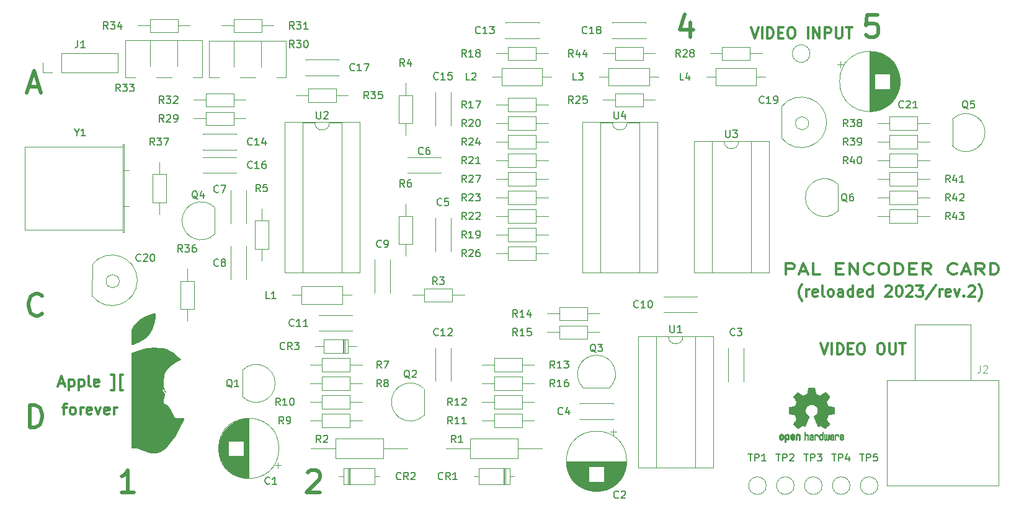
<source format=gbr>
%TF.GenerationSoftware,KiCad,Pcbnew,7.0.1-0*%
%TF.CreationDate,2023-05-07T10:40:25+02:00*%
%TF.ProjectId,Apple PAL card - reloaded,4170706c-6520-4504-914c-206361726420,A*%
%TF.SameCoordinates,Original*%
%TF.FileFunction,Legend,Top*%
%TF.FilePolarity,Positive*%
%FSLAX46Y46*%
G04 Gerber Fmt 4.6, Leading zero omitted, Abs format (unit mm)*
G04 Created by KiCad (PCBNEW 7.0.1-0) date 2023-05-07 10:40:25*
%MOMM*%
%LPD*%
G01*
G04 APERTURE LIST*
%ADD10C,0.500000*%
%ADD11C,0.300000*%
%ADD12C,0.150000*%
%ADD13C,0.100000*%
%ADD14C,0.120000*%
%ADD15C,0.010000*%
G04 APERTURE END LIST*
D10*
X172180000Y-59862857D02*
X172180000Y-61862857D01*
X171465714Y-58720000D02*
X170751428Y-60862857D01*
X170751428Y-60862857D02*
X172608571Y-60862857D01*
D11*
X185261190Y-94304428D02*
X185261190Y-92804428D01*
X185261190Y-92804428D02*
X186023095Y-92804428D01*
X186023095Y-92804428D02*
X186213571Y-92875857D01*
X186213571Y-92875857D02*
X186308809Y-92947285D01*
X186308809Y-92947285D02*
X186404047Y-93090142D01*
X186404047Y-93090142D02*
X186404047Y-93304428D01*
X186404047Y-93304428D02*
X186308809Y-93447285D01*
X186308809Y-93447285D02*
X186213571Y-93518714D01*
X186213571Y-93518714D02*
X186023095Y-93590142D01*
X186023095Y-93590142D02*
X185261190Y-93590142D01*
X187165952Y-93875857D02*
X188118333Y-93875857D01*
X186975476Y-94304428D02*
X187642142Y-92804428D01*
X187642142Y-92804428D02*
X188308809Y-94304428D01*
X189927857Y-94304428D02*
X188975476Y-94304428D01*
X188975476Y-94304428D02*
X188975476Y-92804428D01*
X192118334Y-93518714D02*
X192785001Y-93518714D01*
X193070715Y-94304428D02*
X192118334Y-94304428D01*
X192118334Y-94304428D02*
X192118334Y-92804428D01*
X192118334Y-92804428D02*
X193070715Y-92804428D01*
X193927858Y-94304428D02*
X193927858Y-92804428D01*
X193927858Y-92804428D02*
X195070715Y-94304428D01*
X195070715Y-94304428D02*
X195070715Y-92804428D01*
X197165953Y-94161571D02*
X197070715Y-94233000D01*
X197070715Y-94233000D02*
X196785001Y-94304428D01*
X196785001Y-94304428D02*
X196594525Y-94304428D01*
X196594525Y-94304428D02*
X196308810Y-94233000D01*
X196308810Y-94233000D02*
X196118334Y-94090142D01*
X196118334Y-94090142D02*
X196023096Y-93947285D01*
X196023096Y-93947285D02*
X195927858Y-93661571D01*
X195927858Y-93661571D02*
X195927858Y-93447285D01*
X195927858Y-93447285D02*
X196023096Y-93161571D01*
X196023096Y-93161571D02*
X196118334Y-93018714D01*
X196118334Y-93018714D02*
X196308810Y-92875857D01*
X196308810Y-92875857D02*
X196594525Y-92804428D01*
X196594525Y-92804428D02*
X196785001Y-92804428D01*
X196785001Y-92804428D02*
X197070715Y-92875857D01*
X197070715Y-92875857D02*
X197165953Y-92947285D01*
X198404048Y-92804428D02*
X198785001Y-92804428D01*
X198785001Y-92804428D02*
X198975477Y-92875857D01*
X198975477Y-92875857D02*
X199165953Y-93018714D01*
X199165953Y-93018714D02*
X199261191Y-93304428D01*
X199261191Y-93304428D02*
X199261191Y-93804428D01*
X199261191Y-93804428D02*
X199165953Y-94090142D01*
X199165953Y-94090142D02*
X198975477Y-94233000D01*
X198975477Y-94233000D02*
X198785001Y-94304428D01*
X198785001Y-94304428D02*
X198404048Y-94304428D01*
X198404048Y-94304428D02*
X198213572Y-94233000D01*
X198213572Y-94233000D02*
X198023096Y-94090142D01*
X198023096Y-94090142D02*
X197927858Y-93804428D01*
X197927858Y-93804428D02*
X197927858Y-93304428D01*
X197927858Y-93304428D02*
X198023096Y-93018714D01*
X198023096Y-93018714D02*
X198213572Y-92875857D01*
X198213572Y-92875857D02*
X198404048Y-92804428D01*
X200118334Y-94304428D02*
X200118334Y-92804428D01*
X200118334Y-92804428D02*
X200594524Y-92804428D01*
X200594524Y-92804428D02*
X200880239Y-92875857D01*
X200880239Y-92875857D02*
X201070715Y-93018714D01*
X201070715Y-93018714D02*
X201165953Y-93161571D01*
X201165953Y-93161571D02*
X201261191Y-93447285D01*
X201261191Y-93447285D02*
X201261191Y-93661571D01*
X201261191Y-93661571D02*
X201165953Y-93947285D01*
X201165953Y-93947285D02*
X201070715Y-94090142D01*
X201070715Y-94090142D02*
X200880239Y-94233000D01*
X200880239Y-94233000D02*
X200594524Y-94304428D01*
X200594524Y-94304428D02*
X200118334Y-94304428D01*
X202118334Y-93518714D02*
X202785001Y-93518714D01*
X203070715Y-94304428D02*
X202118334Y-94304428D01*
X202118334Y-94304428D02*
X202118334Y-92804428D01*
X202118334Y-92804428D02*
X203070715Y-92804428D01*
X205070715Y-94304428D02*
X204404048Y-93590142D01*
X203927858Y-94304428D02*
X203927858Y-92804428D01*
X203927858Y-92804428D02*
X204689763Y-92804428D01*
X204689763Y-92804428D02*
X204880239Y-92875857D01*
X204880239Y-92875857D02*
X204975477Y-92947285D01*
X204975477Y-92947285D02*
X205070715Y-93090142D01*
X205070715Y-93090142D02*
X205070715Y-93304428D01*
X205070715Y-93304428D02*
X204975477Y-93447285D01*
X204975477Y-93447285D02*
X204880239Y-93518714D01*
X204880239Y-93518714D02*
X204689763Y-93590142D01*
X204689763Y-93590142D02*
X203927858Y-93590142D01*
X208594525Y-94161571D02*
X208499287Y-94233000D01*
X208499287Y-94233000D02*
X208213573Y-94304428D01*
X208213573Y-94304428D02*
X208023097Y-94304428D01*
X208023097Y-94304428D02*
X207737382Y-94233000D01*
X207737382Y-94233000D02*
X207546906Y-94090142D01*
X207546906Y-94090142D02*
X207451668Y-93947285D01*
X207451668Y-93947285D02*
X207356430Y-93661571D01*
X207356430Y-93661571D02*
X207356430Y-93447285D01*
X207356430Y-93447285D02*
X207451668Y-93161571D01*
X207451668Y-93161571D02*
X207546906Y-93018714D01*
X207546906Y-93018714D02*
X207737382Y-92875857D01*
X207737382Y-92875857D02*
X208023097Y-92804428D01*
X208023097Y-92804428D02*
X208213573Y-92804428D01*
X208213573Y-92804428D02*
X208499287Y-92875857D01*
X208499287Y-92875857D02*
X208594525Y-92947285D01*
X209356430Y-93875857D02*
X210308811Y-93875857D01*
X209165954Y-94304428D02*
X209832620Y-92804428D01*
X209832620Y-92804428D02*
X210499287Y-94304428D01*
X212308811Y-94304428D02*
X211642144Y-93590142D01*
X211165954Y-94304428D02*
X211165954Y-92804428D01*
X211165954Y-92804428D02*
X211927859Y-92804428D01*
X211927859Y-92804428D02*
X212118335Y-92875857D01*
X212118335Y-92875857D02*
X212213573Y-92947285D01*
X212213573Y-92947285D02*
X212308811Y-93090142D01*
X212308811Y-93090142D02*
X212308811Y-93304428D01*
X212308811Y-93304428D02*
X212213573Y-93447285D01*
X212213573Y-93447285D02*
X212118335Y-93518714D01*
X212118335Y-93518714D02*
X211927859Y-93590142D01*
X211927859Y-93590142D02*
X211165954Y-93590142D01*
X213165954Y-94304428D02*
X213165954Y-92804428D01*
X213165954Y-92804428D02*
X213642144Y-92804428D01*
X213642144Y-92804428D02*
X213927859Y-92875857D01*
X213927859Y-92875857D02*
X214118335Y-93018714D01*
X214118335Y-93018714D02*
X214213573Y-93161571D01*
X214213573Y-93161571D02*
X214308811Y-93447285D01*
X214308811Y-93447285D02*
X214308811Y-93661571D01*
X214308811Y-93661571D02*
X214213573Y-93947285D01*
X214213573Y-93947285D02*
X214118335Y-94090142D01*
X214118335Y-94090142D02*
X213927859Y-94233000D01*
X213927859Y-94233000D02*
X213642144Y-94304428D01*
X213642144Y-94304428D02*
X213165954Y-94304428D01*
D10*
X197722857Y-58862857D02*
X196294285Y-58862857D01*
X196294285Y-58862857D02*
X196151428Y-60291428D01*
X196151428Y-60291428D02*
X196294285Y-60148571D01*
X196294285Y-60148571D02*
X196580000Y-60005714D01*
X196580000Y-60005714D02*
X197294285Y-60005714D01*
X197294285Y-60005714D02*
X197580000Y-60148571D01*
X197580000Y-60148571D02*
X197722857Y-60291428D01*
X197722857Y-60291428D02*
X197865714Y-60577142D01*
X197865714Y-60577142D02*
X197865714Y-61291428D01*
X197865714Y-61291428D02*
X197722857Y-61577142D01*
X197722857Y-61577142D02*
X197580000Y-61720000D01*
X197580000Y-61720000D02*
X197294285Y-61862857D01*
X197294285Y-61862857D02*
X196580000Y-61862857D01*
X196580000Y-61862857D02*
X196294285Y-61720000D01*
X196294285Y-61720000D02*
X196151428Y-61577142D01*
D11*
X187475714Y-97923857D02*
X187404285Y-97852428D01*
X187404285Y-97852428D02*
X187261428Y-97638142D01*
X187261428Y-97638142D02*
X187190000Y-97495285D01*
X187190000Y-97495285D02*
X187118571Y-97281000D01*
X187118571Y-97281000D02*
X187047142Y-96923857D01*
X187047142Y-96923857D02*
X187047142Y-96638142D01*
X187047142Y-96638142D02*
X187118571Y-96281000D01*
X187118571Y-96281000D02*
X187190000Y-96066714D01*
X187190000Y-96066714D02*
X187261428Y-95923857D01*
X187261428Y-95923857D02*
X187404285Y-95709571D01*
X187404285Y-95709571D02*
X187475714Y-95638142D01*
X188047142Y-97352428D02*
X188047142Y-96352428D01*
X188047142Y-96638142D02*
X188118571Y-96495285D01*
X188118571Y-96495285D02*
X188190000Y-96423857D01*
X188190000Y-96423857D02*
X188332857Y-96352428D01*
X188332857Y-96352428D02*
X188475714Y-96352428D01*
X189547142Y-97281000D02*
X189404285Y-97352428D01*
X189404285Y-97352428D02*
X189118571Y-97352428D01*
X189118571Y-97352428D02*
X188975713Y-97281000D01*
X188975713Y-97281000D02*
X188904285Y-97138142D01*
X188904285Y-97138142D02*
X188904285Y-96566714D01*
X188904285Y-96566714D02*
X188975713Y-96423857D01*
X188975713Y-96423857D02*
X189118571Y-96352428D01*
X189118571Y-96352428D02*
X189404285Y-96352428D01*
X189404285Y-96352428D02*
X189547142Y-96423857D01*
X189547142Y-96423857D02*
X189618571Y-96566714D01*
X189618571Y-96566714D02*
X189618571Y-96709571D01*
X189618571Y-96709571D02*
X188904285Y-96852428D01*
X190475713Y-97352428D02*
X190332856Y-97281000D01*
X190332856Y-97281000D02*
X190261427Y-97138142D01*
X190261427Y-97138142D02*
X190261427Y-95852428D01*
X191261427Y-97352428D02*
X191118570Y-97281000D01*
X191118570Y-97281000D02*
X191047141Y-97209571D01*
X191047141Y-97209571D02*
X190975713Y-97066714D01*
X190975713Y-97066714D02*
X190975713Y-96638142D01*
X190975713Y-96638142D02*
X191047141Y-96495285D01*
X191047141Y-96495285D02*
X191118570Y-96423857D01*
X191118570Y-96423857D02*
X191261427Y-96352428D01*
X191261427Y-96352428D02*
X191475713Y-96352428D01*
X191475713Y-96352428D02*
X191618570Y-96423857D01*
X191618570Y-96423857D02*
X191689999Y-96495285D01*
X191689999Y-96495285D02*
X191761427Y-96638142D01*
X191761427Y-96638142D02*
X191761427Y-97066714D01*
X191761427Y-97066714D02*
X191689999Y-97209571D01*
X191689999Y-97209571D02*
X191618570Y-97281000D01*
X191618570Y-97281000D02*
X191475713Y-97352428D01*
X191475713Y-97352428D02*
X191261427Y-97352428D01*
X193047142Y-97352428D02*
X193047142Y-96566714D01*
X193047142Y-96566714D02*
X192975713Y-96423857D01*
X192975713Y-96423857D02*
X192832856Y-96352428D01*
X192832856Y-96352428D02*
X192547142Y-96352428D01*
X192547142Y-96352428D02*
X192404284Y-96423857D01*
X193047142Y-97281000D02*
X192904284Y-97352428D01*
X192904284Y-97352428D02*
X192547142Y-97352428D01*
X192547142Y-97352428D02*
X192404284Y-97281000D01*
X192404284Y-97281000D02*
X192332856Y-97138142D01*
X192332856Y-97138142D02*
X192332856Y-96995285D01*
X192332856Y-96995285D02*
X192404284Y-96852428D01*
X192404284Y-96852428D02*
X192547142Y-96781000D01*
X192547142Y-96781000D02*
X192904284Y-96781000D01*
X192904284Y-96781000D02*
X193047142Y-96709571D01*
X194404285Y-97352428D02*
X194404285Y-95852428D01*
X194404285Y-97281000D02*
X194261427Y-97352428D01*
X194261427Y-97352428D02*
X193975713Y-97352428D01*
X193975713Y-97352428D02*
X193832856Y-97281000D01*
X193832856Y-97281000D02*
X193761427Y-97209571D01*
X193761427Y-97209571D02*
X193689999Y-97066714D01*
X193689999Y-97066714D02*
X193689999Y-96638142D01*
X193689999Y-96638142D02*
X193761427Y-96495285D01*
X193761427Y-96495285D02*
X193832856Y-96423857D01*
X193832856Y-96423857D02*
X193975713Y-96352428D01*
X193975713Y-96352428D02*
X194261427Y-96352428D01*
X194261427Y-96352428D02*
X194404285Y-96423857D01*
X195689999Y-97281000D02*
X195547142Y-97352428D01*
X195547142Y-97352428D02*
X195261428Y-97352428D01*
X195261428Y-97352428D02*
X195118570Y-97281000D01*
X195118570Y-97281000D02*
X195047142Y-97138142D01*
X195047142Y-97138142D02*
X195047142Y-96566714D01*
X195047142Y-96566714D02*
X195118570Y-96423857D01*
X195118570Y-96423857D02*
X195261428Y-96352428D01*
X195261428Y-96352428D02*
X195547142Y-96352428D01*
X195547142Y-96352428D02*
X195689999Y-96423857D01*
X195689999Y-96423857D02*
X195761428Y-96566714D01*
X195761428Y-96566714D02*
X195761428Y-96709571D01*
X195761428Y-96709571D02*
X195047142Y-96852428D01*
X197047142Y-97352428D02*
X197047142Y-95852428D01*
X197047142Y-97281000D02*
X196904284Y-97352428D01*
X196904284Y-97352428D02*
X196618570Y-97352428D01*
X196618570Y-97352428D02*
X196475713Y-97281000D01*
X196475713Y-97281000D02*
X196404284Y-97209571D01*
X196404284Y-97209571D02*
X196332856Y-97066714D01*
X196332856Y-97066714D02*
X196332856Y-96638142D01*
X196332856Y-96638142D02*
X196404284Y-96495285D01*
X196404284Y-96495285D02*
X196475713Y-96423857D01*
X196475713Y-96423857D02*
X196618570Y-96352428D01*
X196618570Y-96352428D02*
X196904284Y-96352428D01*
X196904284Y-96352428D02*
X197047142Y-96423857D01*
X198832856Y-95995285D02*
X198904284Y-95923857D01*
X198904284Y-95923857D02*
X199047142Y-95852428D01*
X199047142Y-95852428D02*
X199404284Y-95852428D01*
X199404284Y-95852428D02*
X199547142Y-95923857D01*
X199547142Y-95923857D02*
X199618570Y-95995285D01*
X199618570Y-95995285D02*
X199689999Y-96138142D01*
X199689999Y-96138142D02*
X199689999Y-96281000D01*
X199689999Y-96281000D02*
X199618570Y-96495285D01*
X199618570Y-96495285D02*
X198761427Y-97352428D01*
X198761427Y-97352428D02*
X199689999Y-97352428D01*
X200618570Y-95852428D02*
X200761427Y-95852428D01*
X200761427Y-95852428D02*
X200904284Y-95923857D01*
X200904284Y-95923857D02*
X200975713Y-95995285D01*
X200975713Y-95995285D02*
X201047141Y-96138142D01*
X201047141Y-96138142D02*
X201118570Y-96423857D01*
X201118570Y-96423857D02*
X201118570Y-96781000D01*
X201118570Y-96781000D02*
X201047141Y-97066714D01*
X201047141Y-97066714D02*
X200975713Y-97209571D01*
X200975713Y-97209571D02*
X200904284Y-97281000D01*
X200904284Y-97281000D02*
X200761427Y-97352428D01*
X200761427Y-97352428D02*
X200618570Y-97352428D01*
X200618570Y-97352428D02*
X200475713Y-97281000D01*
X200475713Y-97281000D02*
X200404284Y-97209571D01*
X200404284Y-97209571D02*
X200332855Y-97066714D01*
X200332855Y-97066714D02*
X200261427Y-96781000D01*
X200261427Y-96781000D02*
X200261427Y-96423857D01*
X200261427Y-96423857D02*
X200332855Y-96138142D01*
X200332855Y-96138142D02*
X200404284Y-95995285D01*
X200404284Y-95995285D02*
X200475713Y-95923857D01*
X200475713Y-95923857D02*
X200618570Y-95852428D01*
X201689998Y-95995285D02*
X201761426Y-95923857D01*
X201761426Y-95923857D02*
X201904284Y-95852428D01*
X201904284Y-95852428D02*
X202261426Y-95852428D01*
X202261426Y-95852428D02*
X202404284Y-95923857D01*
X202404284Y-95923857D02*
X202475712Y-95995285D01*
X202475712Y-95995285D02*
X202547141Y-96138142D01*
X202547141Y-96138142D02*
X202547141Y-96281000D01*
X202547141Y-96281000D02*
X202475712Y-96495285D01*
X202475712Y-96495285D02*
X201618569Y-97352428D01*
X201618569Y-97352428D02*
X202547141Y-97352428D01*
X203047140Y-95852428D02*
X203975712Y-95852428D01*
X203975712Y-95852428D02*
X203475712Y-96423857D01*
X203475712Y-96423857D02*
X203689997Y-96423857D01*
X203689997Y-96423857D02*
X203832855Y-96495285D01*
X203832855Y-96495285D02*
X203904283Y-96566714D01*
X203904283Y-96566714D02*
X203975712Y-96709571D01*
X203975712Y-96709571D02*
X203975712Y-97066714D01*
X203975712Y-97066714D02*
X203904283Y-97209571D01*
X203904283Y-97209571D02*
X203832855Y-97281000D01*
X203832855Y-97281000D02*
X203689997Y-97352428D01*
X203689997Y-97352428D02*
X203261426Y-97352428D01*
X203261426Y-97352428D02*
X203118569Y-97281000D01*
X203118569Y-97281000D02*
X203047140Y-97209571D01*
X205689997Y-95781000D02*
X204404283Y-97709571D01*
X206189997Y-97352428D02*
X206189997Y-96352428D01*
X206189997Y-96638142D02*
X206261426Y-96495285D01*
X206261426Y-96495285D02*
X206332855Y-96423857D01*
X206332855Y-96423857D02*
X206475712Y-96352428D01*
X206475712Y-96352428D02*
X206618569Y-96352428D01*
X207689997Y-97281000D02*
X207547140Y-97352428D01*
X207547140Y-97352428D02*
X207261426Y-97352428D01*
X207261426Y-97352428D02*
X207118568Y-97281000D01*
X207118568Y-97281000D02*
X207047140Y-97138142D01*
X207047140Y-97138142D02*
X207047140Y-96566714D01*
X207047140Y-96566714D02*
X207118568Y-96423857D01*
X207118568Y-96423857D02*
X207261426Y-96352428D01*
X207261426Y-96352428D02*
X207547140Y-96352428D01*
X207547140Y-96352428D02*
X207689997Y-96423857D01*
X207689997Y-96423857D02*
X207761426Y-96566714D01*
X207761426Y-96566714D02*
X207761426Y-96709571D01*
X207761426Y-96709571D02*
X207047140Y-96852428D01*
X208261425Y-96352428D02*
X208618568Y-97352428D01*
X208618568Y-97352428D02*
X208975711Y-96352428D01*
X209547139Y-97209571D02*
X209618568Y-97281000D01*
X209618568Y-97281000D02*
X209547139Y-97352428D01*
X209547139Y-97352428D02*
X209475711Y-97281000D01*
X209475711Y-97281000D02*
X209547139Y-97209571D01*
X209547139Y-97209571D02*
X209547139Y-97352428D01*
X210189997Y-95995285D02*
X210261425Y-95923857D01*
X210261425Y-95923857D02*
X210404283Y-95852428D01*
X210404283Y-95852428D02*
X210761425Y-95852428D01*
X210761425Y-95852428D02*
X210904283Y-95923857D01*
X210904283Y-95923857D02*
X210975711Y-95995285D01*
X210975711Y-95995285D02*
X211047140Y-96138142D01*
X211047140Y-96138142D02*
X211047140Y-96281000D01*
X211047140Y-96281000D02*
X210975711Y-96495285D01*
X210975711Y-96495285D02*
X210118568Y-97352428D01*
X210118568Y-97352428D02*
X211047140Y-97352428D01*
X211547139Y-97923857D02*
X211618568Y-97852428D01*
X211618568Y-97852428D02*
X211761425Y-97638142D01*
X211761425Y-97638142D02*
X211832854Y-97495285D01*
X211832854Y-97495285D02*
X211904282Y-97281000D01*
X211904282Y-97281000D02*
X211975711Y-96923857D01*
X211975711Y-96923857D02*
X211975711Y-96638142D01*
X211975711Y-96638142D02*
X211904282Y-96281000D01*
X211904282Y-96281000D02*
X211832854Y-96066714D01*
X211832854Y-96066714D02*
X211761425Y-95923857D01*
X211761425Y-95923857D02*
X211618568Y-95709571D01*
X211618568Y-95709571D02*
X211547139Y-95638142D01*
D10*
X119951428Y-121378571D02*
X120094285Y-121235714D01*
X120094285Y-121235714D02*
X120380000Y-121092857D01*
X120380000Y-121092857D02*
X121094285Y-121092857D01*
X121094285Y-121092857D02*
X121380000Y-121235714D01*
X121380000Y-121235714D02*
X121522857Y-121378571D01*
X121522857Y-121378571D02*
X121665714Y-121664285D01*
X121665714Y-121664285D02*
X121665714Y-121950000D01*
X121665714Y-121950000D02*
X121522857Y-122378571D01*
X121522857Y-122378571D02*
X119808571Y-124092857D01*
X119808571Y-124092857D02*
X121665714Y-124092857D01*
D11*
X190007857Y-103726428D02*
X190507857Y-105226428D01*
X190507857Y-105226428D02*
X191007857Y-103726428D01*
X191507856Y-105226428D02*
X191507856Y-103726428D01*
X192222142Y-105226428D02*
X192222142Y-103726428D01*
X192222142Y-103726428D02*
X192579285Y-103726428D01*
X192579285Y-103726428D02*
X192793571Y-103797857D01*
X192793571Y-103797857D02*
X192936428Y-103940714D01*
X192936428Y-103940714D02*
X193007857Y-104083571D01*
X193007857Y-104083571D02*
X193079285Y-104369285D01*
X193079285Y-104369285D02*
X193079285Y-104583571D01*
X193079285Y-104583571D02*
X193007857Y-104869285D01*
X193007857Y-104869285D02*
X192936428Y-105012142D01*
X192936428Y-105012142D02*
X192793571Y-105155000D01*
X192793571Y-105155000D02*
X192579285Y-105226428D01*
X192579285Y-105226428D02*
X192222142Y-105226428D01*
X193722142Y-104440714D02*
X194222142Y-104440714D01*
X194436428Y-105226428D02*
X193722142Y-105226428D01*
X193722142Y-105226428D02*
X193722142Y-103726428D01*
X193722142Y-103726428D02*
X194436428Y-103726428D01*
X195365000Y-103726428D02*
X195650714Y-103726428D01*
X195650714Y-103726428D02*
X195793571Y-103797857D01*
X195793571Y-103797857D02*
X195936428Y-103940714D01*
X195936428Y-103940714D02*
X196007857Y-104226428D01*
X196007857Y-104226428D02*
X196007857Y-104726428D01*
X196007857Y-104726428D02*
X195936428Y-105012142D01*
X195936428Y-105012142D02*
X195793571Y-105155000D01*
X195793571Y-105155000D02*
X195650714Y-105226428D01*
X195650714Y-105226428D02*
X195365000Y-105226428D01*
X195365000Y-105226428D02*
X195222143Y-105155000D01*
X195222143Y-105155000D02*
X195079285Y-105012142D01*
X195079285Y-105012142D02*
X195007857Y-104726428D01*
X195007857Y-104726428D02*
X195007857Y-104226428D01*
X195007857Y-104226428D02*
X195079285Y-103940714D01*
X195079285Y-103940714D02*
X195222143Y-103797857D01*
X195222143Y-103797857D02*
X195365000Y-103726428D01*
X198079286Y-103726428D02*
X198365000Y-103726428D01*
X198365000Y-103726428D02*
X198507857Y-103797857D01*
X198507857Y-103797857D02*
X198650714Y-103940714D01*
X198650714Y-103940714D02*
X198722143Y-104226428D01*
X198722143Y-104226428D02*
X198722143Y-104726428D01*
X198722143Y-104726428D02*
X198650714Y-105012142D01*
X198650714Y-105012142D02*
X198507857Y-105155000D01*
X198507857Y-105155000D02*
X198365000Y-105226428D01*
X198365000Y-105226428D02*
X198079286Y-105226428D01*
X198079286Y-105226428D02*
X197936429Y-105155000D01*
X197936429Y-105155000D02*
X197793571Y-105012142D01*
X197793571Y-105012142D02*
X197722143Y-104726428D01*
X197722143Y-104726428D02*
X197722143Y-104226428D01*
X197722143Y-104226428D02*
X197793571Y-103940714D01*
X197793571Y-103940714D02*
X197936429Y-103797857D01*
X197936429Y-103797857D02*
X198079286Y-103726428D01*
X199365000Y-103726428D02*
X199365000Y-104940714D01*
X199365000Y-104940714D02*
X199436429Y-105083571D01*
X199436429Y-105083571D02*
X199507858Y-105155000D01*
X199507858Y-105155000D02*
X199650715Y-105226428D01*
X199650715Y-105226428D02*
X199936429Y-105226428D01*
X199936429Y-105226428D02*
X200079286Y-105155000D01*
X200079286Y-105155000D02*
X200150715Y-105083571D01*
X200150715Y-105083571D02*
X200222143Y-104940714D01*
X200222143Y-104940714D02*
X200222143Y-103726428D01*
X200722144Y-103726428D02*
X201579287Y-103726428D01*
X201150715Y-105226428D02*
X201150715Y-103726428D01*
X86010714Y-109242857D02*
X86725000Y-109242857D01*
X85867857Y-109671428D02*
X86367857Y-108171428D01*
X86367857Y-108171428D02*
X86867857Y-109671428D01*
X87367856Y-108671428D02*
X87367856Y-110171428D01*
X87367856Y-108742857D02*
X87510714Y-108671428D01*
X87510714Y-108671428D02*
X87796428Y-108671428D01*
X87796428Y-108671428D02*
X87939285Y-108742857D01*
X87939285Y-108742857D02*
X88010714Y-108814285D01*
X88010714Y-108814285D02*
X88082142Y-108957142D01*
X88082142Y-108957142D02*
X88082142Y-109385714D01*
X88082142Y-109385714D02*
X88010714Y-109528571D01*
X88010714Y-109528571D02*
X87939285Y-109600000D01*
X87939285Y-109600000D02*
X87796428Y-109671428D01*
X87796428Y-109671428D02*
X87510714Y-109671428D01*
X87510714Y-109671428D02*
X87367856Y-109600000D01*
X88724999Y-108671428D02*
X88724999Y-110171428D01*
X88724999Y-108742857D02*
X88867857Y-108671428D01*
X88867857Y-108671428D02*
X89153571Y-108671428D01*
X89153571Y-108671428D02*
X89296428Y-108742857D01*
X89296428Y-108742857D02*
X89367857Y-108814285D01*
X89367857Y-108814285D02*
X89439285Y-108957142D01*
X89439285Y-108957142D02*
X89439285Y-109385714D01*
X89439285Y-109385714D02*
X89367857Y-109528571D01*
X89367857Y-109528571D02*
X89296428Y-109600000D01*
X89296428Y-109600000D02*
X89153571Y-109671428D01*
X89153571Y-109671428D02*
X88867857Y-109671428D01*
X88867857Y-109671428D02*
X88724999Y-109600000D01*
X90296428Y-109671428D02*
X90153571Y-109600000D01*
X90153571Y-109600000D02*
X90082142Y-109457142D01*
X90082142Y-109457142D02*
X90082142Y-108171428D01*
X91439285Y-109600000D02*
X91296428Y-109671428D01*
X91296428Y-109671428D02*
X91010714Y-109671428D01*
X91010714Y-109671428D02*
X90867856Y-109600000D01*
X90867856Y-109600000D02*
X90796428Y-109457142D01*
X90796428Y-109457142D02*
X90796428Y-108885714D01*
X90796428Y-108885714D02*
X90867856Y-108742857D01*
X90867856Y-108742857D02*
X91010714Y-108671428D01*
X91010714Y-108671428D02*
X91296428Y-108671428D01*
X91296428Y-108671428D02*
X91439285Y-108742857D01*
X91439285Y-108742857D02*
X91510714Y-108885714D01*
X91510714Y-108885714D02*
X91510714Y-109028571D01*
X91510714Y-109028571D02*
X90796428Y-109171428D01*
X93153570Y-110171428D02*
X93510713Y-110171428D01*
X93510713Y-110171428D02*
X93510713Y-108028571D01*
X93510713Y-108028571D02*
X93153570Y-108028571D01*
X94724999Y-110171428D02*
X94367856Y-110171428D01*
X94367856Y-110171428D02*
X94367856Y-108028571D01*
X94367856Y-108028571D02*
X94724999Y-108028571D01*
D10*
X81871428Y-68625714D02*
X83300000Y-68625714D01*
X81585714Y-69482857D02*
X82585714Y-66482857D01*
X82585714Y-66482857D02*
X83585714Y-69482857D01*
X81994285Y-115202857D02*
X81994285Y-112202857D01*
X81994285Y-112202857D02*
X82708571Y-112202857D01*
X82708571Y-112202857D02*
X83137142Y-112345714D01*
X83137142Y-112345714D02*
X83422857Y-112631428D01*
X83422857Y-112631428D02*
X83565714Y-112917142D01*
X83565714Y-112917142D02*
X83708571Y-113488571D01*
X83708571Y-113488571D02*
X83708571Y-113917142D01*
X83708571Y-113917142D02*
X83565714Y-114488571D01*
X83565714Y-114488571D02*
X83422857Y-114774285D01*
X83422857Y-114774285D02*
X83137142Y-115060000D01*
X83137142Y-115060000D02*
X82708571Y-115202857D01*
X82708571Y-115202857D02*
X81994285Y-115202857D01*
X83708571Y-99677142D02*
X83565714Y-99820000D01*
X83565714Y-99820000D02*
X83137142Y-99962857D01*
X83137142Y-99962857D02*
X82851428Y-99962857D01*
X82851428Y-99962857D02*
X82422857Y-99820000D01*
X82422857Y-99820000D02*
X82137142Y-99534285D01*
X82137142Y-99534285D02*
X81994285Y-99248571D01*
X81994285Y-99248571D02*
X81851428Y-98677142D01*
X81851428Y-98677142D02*
X81851428Y-98248571D01*
X81851428Y-98248571D02*
X81994285Y-97677142D01*
X81994285Y-97677142D02*
X82137142Y-97391428D01*
X82137142Y-97391428D02*
X82422857Y-97105714D01*
X82422857Y-97105714D02*
X82851428Y-96962857D01*
X82851428Y-96962857D02*
X83137142Y-96962857D01*
X83137142Y-96962857D02*
X83565714Y-97105714D01*
X83565714Y-97105714D02*
X83708571Y-97248571D01*
X96265714Y-124092857D02*
X94551428Y-124092857D01*
X95408571Y-124092857D02*
X95408571Y-121092857D01*
X95408571Y-121092857D02*
X95122857Y-121521428D01*
X95122857Y-121521428D02*
X94837142Y-121807142D01*
X94837142Y-121807142D02*
X94551428Y-121950000D01*
D11*
X180482857Y-60546428D02*
X180982857Y-62046428D01*
X180982857Y-62046428D02*
X181482857Y-60546428D01*
X181982856Y-62046428D02*
X181982856Y-60546428D01*
X182697142Y-62046428D02*
X182697142Y-60546428D01*
X182697142Y-60546428D02*
X183054285Y-60546428D01*
X183054285Y-60546428D02*
X183268571Y-60617857D01*
X183268571Y-60617857D02*
X183411428Y-60760714D01*
X183411428Y-60760714D02*
X183482857Y-60903571D01*
X183482857Y-60903571D02*
X183554285Y-61189285D01*
X183554285Y-61189285D02*
X183554285Y-61403571D01*
X183554285Y-61403571D02*
X183482857Y-61689285D01*
X183482857Y-61689285D02*
X183411428Y-61832142D01*
X183411428Y-61832142D02*
X183268571Y-61975000D01*
X183268571Y-61975000D02*
X183054285Y-62046428D01*
X183054285Y-62046428D02*
X182697142Y-62046428D01*
X184197142Y-61260714D02*
X184697142Y-61260714D01*
X184911428Y-62046428D02*
X184197142Y-62046428D01*
X184197142Y-62046428D02*
X184197142Y-60546428D01*
X184197142Y-60546428D02*
X184911428Y-60546428D01*
X185840000Y-60546428D02*
X186125714Y-60546428D01*
X186125714Y-60546428D02*
X186268571Y-60617857D01*
X186268571Y-60617857D02*
X186411428Y-60760714D01*
X186411428Y-60760714D02*
X186482857Y-61046428D01*
X186482857Y-61046428D02*
X186482857Y-61546428D01*
X186482857Y-61546428D02*
X186411428Y-61832142D01*
X186411428Y-61832142D02*
X186268571Y-61975000D01*
X186268571Y-61975000D02*
X186125714Y-62046428D01*
X186125714Y-62046428D02*
X185840000Y-62046428D01*
X185840000Y-62046428D02*
X185697143Y-61975000D01*
X185697143Y-61975000D02*
X185554285Y-61832142D01*
X185554285Y-61832142D02*
X185482857Y-61546428D01*
X185482857Y-61546428D02*
X185482857Y-61046428D01*
X185482857Y-61046428D02*
X185554285Y-60760714D01*
X185554285Y-60760714D02*
X185697143Y-60617857D01*
X185697143Y-60617857D02*
X185840000Y-60546428D01*
X188268571Y-62046428D02*
X188268571Y-60546428D01*
X188982857Y-62046428D02*
X188982857Y-60546428D01*
X188982857Y-60546428D02*
X189840000Y-62046428D01*
X189840000Y-62046428D02*
X189840000Y-60546428D01*
X190554286Y-62046428D02*
X190554286Y-60546428D01*
X190554286Y-60546428D02*
X191125715Y-60546428D01*
X191125715Y-60546428D02*
X191268572Y-60617857D01*
X191268572Y-60617857D02*
X191340001Y-60689285D01*
X191340001Y-60689285D02*
X191411429Y-60832142D01*
X191411429Y-60832142D02*
X191411429Y-61046428D01*
X191411429Y-61046428D02*
X191340001Y-61189285D01*
X191340001Y-61189285D02*
X191268572Y-61260714D01*
X191268572Y-61260714D02*
X191125715Y-61332142D01*
X191125715Y-61332142D02*
X190554286Y-61332142D01*
X192054286Y-60546428D02*
X192054286Y-61760714D01*
X192054286Y-61760714D02*
X192125715Y-61903571D01*
X192125715Y-61903571D02*
X192197144Y-61975000D01*
X192197144Y-61975000D02*
X192340001Y-62046428D01*
X192340001Y-62046428D02*
X192625715Y-62046428D01*
X192625715Y-62046428D02*
X192768572Y-61975000D01*
X192768572Y-61975000D02*
X192840001Y-61903571D01*
X192840001Y-61903571D02*
X192911429Y-61760714D01*
X192911429Y-61760714D02*
X192911429Y-60546428D01*
X193411430Y-60546428D02*
X194268573Y-60546428D01*
X193840001Y-62046428D02*
X193840001Y-60546428D01*
X86502857Y-112481428D02*
X87074285Y-112481428D01*
X86717142Y-113481428D02*
X86717142Y-112195714D01*
X86717142Y-112195714D02*
X86788571Y-112052857D01*
X86788571Y-112052857D02*
X86931428Y-111981428D01*
X86931428Y-111981428D02*
X87074285Y-111981428D01*
X87788571Y-113481428D02*
X87645714Y-113410000D01*
X87645714Y-113410000D02*
X87574285Y-113338571D01*
X87574285Y-113338571D02*
X87502857Y-113195714D01*
X87502857Y-113195714D02*
X87502857Y-112767142D01*
X87502857Y-112767142D02*
X87574285Y-112624285D01*
X87574285Y-112624285D02*
X87645714Y-112552857D01*
X87645714Y-112552857D02*
X87788571Y-112481428D01*
X87788571Y-112481428D02*
X88002857Y-112481428D01*
X88002857Y-112481428D02*
X88145714Y-112552857D01*
X88145714Y-112552857D02*
X88217143Y-112624285D01*
X88217143Y-112624285D02*
X88288571Y-112767142D01*
X88288571Y-112767142D02*
X88288571Y-113195714D01*
X88288571Y-113195714D02*
X88217143Y-113338571D01*
X88217143Y-113338571D02*
X88145714Y-113410000D01*
X88145714Y-113410000D02*
X88002857Y-113481428D01*
X88002857Y-113481428D02*
X87788571Y-113481428D01*
X88931428Y-113481428D02*
X88931428Y-112481428D01*
X88931428Y-112767142D02*
X89002857Y-112624285D01*
X89002857Y-112624285D02*
X89074286Y-112552857D01*
X89074286Y-112552857D02*
X89217143Y-112481428D01*
X89217143Y-112481428D02*
X89360000Y-112481428D01*
X90431428Y-113410000D02*
X90288571Y-113481428D01*
X90288571Y-113481428D02*
X90002857Y-113481428D01*
X90002857Y-113481428D02*
X89859999Y-113410000D01*
X89859999Y-113410000D02*
X89788571Y-113267142D01*
X89788571Y-113267142D02*
X89788571Y-112695714D01*
X89788571Y-112695714D02*
X89859999Y-112552857D01*
X89859999Y-112552857D02*
X90002857Y-112481428D01*
X90002857Y-112481428D02*
X90288571Y-112481428D01*
X90288571Y-112481428D02*
X90431428Y-112552857D01*
X90431428Y-112552857D02*
X90502857Y-112695714D01*
X90502857Y-112695714D02*
X90502857Y-112838571D01*
X90502857Y-112838571D02*
X89788571Y-112981428D01*
X91002856Y-112481428D02*
X91359999Y-113481428D01*
X91359999Y-113481428D02*
X91717142Y-112481428D01*
X92859999Y-113410000D02*
X92717142Y-113481428D01*
X92717142Y-113481428D02*
X92431428Y-113481428D01*
X92431428Y-113481428D02*
X92288570Y-113410000D01*
X92288570Y-113410000D02*
X92217142Y-113267142D01*
X92217142Y-113267142D02*
X92217142Y-112695714D01*
X92217142Y-112695714D02*
X92288570Y-112552857D01*
X92288570Y-112552857D02*
X92431428Y-112481428D01*
X92431428Y-112481428D02*
X92717142Y-112481428D01*
X92717142Y-112481428D02*
X92859999Y-112552857D01*
X92859999Y-112552857D02*
X92931428Y-112695714D01*
X92931428Y-112695714D02*
X92931428Y-112838571D01*
X92931428Y-112838571D02*
X92217142Y-112981428D01*
X93574284Y-113481428D02*
X93574284Y-112481428D01*
X93574284Y-112767142D02*
X93645713Y-112624285D01*
X93645713Y-112624285D02*
X93717142Y-112552857D01*
X93717142Y-112552857D02*
X93859999Y-112481428D01*
X93859999Y-112481428D02*
X94002856Y-112481428D01*
D12*
%TO.C,R12*%
X139692142Y-112222619D02*
X139358809Y-111746428D01*
X139120714Y-112222619D02*
X139120714Y-111222619D01*
X139120714Y-111222619D02*
X139501666Y-111222619D01*
X139501666Y-111222619D02*
X139596904Y-111270238D01*
X139596904Y-111270238D02*
X139644523Y-111317857D01*
X139644523Y-111317857D02*
X139692142Y-111413095D01*
X139692142Y-111413095D02*
X139692142Y-111555952D01*
X139692142Y-111555952D02*
X139644523Y-111651190D01*
X139644523Y-111651190D02*
X139596904Y-111698809D01*
X139596904Y-111698809D02*
X139501666Y-111746428D01*
X139501666Y-111746428D02*
X139120714Y-111746428D01*
X140644523Y-112222619D02*
X140073095Y-112222619D01*
X140358809Y-112222619D02*
X140358809Y-111222619D01*
X140358809Y-111222619D02*
X140263571Y-111365476D01*
X140263571Y-111365476D02*
X140168333Y-111460714D01*
X140168333Y-111460714D02*
X140073095Y-111508333D01*
X141025476Y-111317857D02*
X141073095Y-111270238D01*
X141073095Y-111270238D02*
X141168333Y-111222619D01*
X141168333Y-111222619D02*
X141406428Y-111222619D01*
X141406428Y-111222619D02*
X141501666Y-111270238D01*
X141501666Y-111270238D02*
X141549285Y-111317857D01*
X141549285Y-111317857D02*
X141596904Y-111413095D01*
X141596904Y-111413095D02*
X141596904Y-111508333D01*
X141596904Y-111508333D02*
X141549285Y-111651190D01*
X141549285Y-111651190D02*
X140977857Y-112222619D01*
X140977857Y-112222619D02*
X141596904Y-112222619D01*
%TO.C,C18*%
X158067142Y-61327380D02*
X158019523Y-61375000D01*
X158019523Y-61375000D02*
X157876666Y-61422619D01*
X157876666Y-61422619D02*
X157781428Y-61422619D01*
X157781428Y-61422619D02*
X157638571Y-61375000D01*
X157638571Y-61375000D02*
X157543333Y-61279761D01*
X157543333Y-61279761D02*
X157495714Y-61184523D01*
X157495714Y-61184523D02*
X157448095Y-60994047D01*
X157448095Y-60994047D02*
X157448095Y-60851190D01*
X157448095Y-60851190D02*
X157495714Y-60660714D01*
X157495714Y-60660714D02*
X157543333Y-60565476D01*
X157543333Y-60565476D02*
X157638571Y-60470238D01*
X157638571Y-60470238D02*
X157781428Y-60422619D01*
X157781428Y-60422619D02*
X157876666Y-60422619D01*
X157876666Y-60422619D02*
X158019523Y-60470238D01*
X158019523Y-60470238D02*
X158067142Y-60517857D01*
X159019523Y-61422619D02*
X158448095Y-61422619D01*
X158733809Y-61422619D02*
X158733809Y-60422619D01*
X158733809Y-60422619D02*
X158638571Y-60565476D01*
X158638571Y-60565476D02*
X158543333Y-60660714D01*
X158543333Y-60660714D02*
X158448095Y-60708333D01*
X159590952Y-60851190D02*
X159495714Y-60803571D01*
X159495714Y-60803571D02*
X159448095Y-60755952D01*
X159448095Y-60755952D02*
X159400476Y-60660714D01*
X159400476Y-60660714D02*
X159400476Y-60613095D01*
X159400476Y-60613095D02*
X159448095Y-60517857D01*
X159448095Y-60517857D02*
X159495714Y-60470238D01*
X159495714Y-60470238D02*
X159590952Y-60422619D01*
X159590952Y-60422619D02*
X159781428Y-60422619D01*
X159781428Y-60422619D02*
X159876666Y-60470238D01*
X159876666Y-60470238D02*
X159924285Y-60517857D01*
X159924285Y-60517857D02*
X159971904Y-60613095D01*
X159971904Y-60613095D02*
X159971904Y-60660714D01*
X159971904Y-60660714D02*
X159924285Y-60755952D01*
X159924285Y-60755952D02*
X159876666Y-60803571D01*
X159876666Y-60803571D02*
X159781428Y-60851190D01*
X159781428Y-60851190D02*
X159590952Y-60851190D01*
X159590952Y-60851190D02*
X159495714Y-60898809D01*
X159495714Y-60898809D02*
X159448095Y-60946428D01*
X159448095Y-60946428D02*
X159400476Y-61041666D01*
X159400476Y-61041666D02*
X159400476Y-61232142D01*
X159400476Y-61232142D02*
X159448095Y-61327380D01*
X159448095Y-61327380D02*
X159495714Y-61375000D01*
X159495714Y-61375000D02*
X159590952Y-61422619D01*
X159590952Y-61422619D02*
X159781428Y-61422619D01*
X159781428Y-61422619D02*
X159876666Y-61375000D01*
X159876666Y-61375000D02*
X159924285Y-61327380D01*
X159924285Y-61327380D02*
X159971904Y-61232142D01*
X159971904Y-61232142D02*
X159971904Y-61041666D01*
X159971904Y-61041666D02*
X159924285Y-60946428D01*
X159924285Y-60946428D02*
X159876666Y-60898809D01*
X159876666Y-60898809D02*
X159781428Y-60851190D01*
%TO.C,U3*%
X177038095Y-74602619D02*
X177038095Y-75412142D01*
X177038095Y-75412142D02*
X177085714Y-75507380D01*
X177085714Y-75507380D02*
X177133333Y-75555000D01*
X177133333Y-75555000D02*
X177228571Y-75602619D01*
X177228571Y-75602619D02*
X177419047Y-75602619D01*
X177419047Y-75602619D02*
X177514285Y-75555000D01*
X177514285Y-75555000D02*
X177561904Y-75507380D01*
X177561904Y-75507380D02*
X177609523Y-75412142D01*
X177609523Y-75412142D02*
X177609523Y-74602619D01*
X177990476Y-74602619D02*
X178609523Y-74602619D01*
X178609523Y-74602619D02*
X178276190Y-74983571D01*
X178276190Y-74983571D02*
X178419047Y-74983571D01*
X178419047Y-74983571D02*
X178514285Y-75031190D01*
X178514285Y-75031190D02*
X178561904Y-75078809D01*
X178561904Y-75078809D02*
X178609523Y-75174047D01*
X178609523Y-75174047D02*
X178609523Y-75412142D01*
X178609523Y-75412142D02*
X178561904Y-75507380D01*
X178561904Y-75507380D02*
X178514285Y-75555000D01*
X178514285Y-75555000D02*
X178419047Y-75602619D01*
X178419047Y-75602619D02*
X178133333Y-75602619D01*
X178133333Y-75602619D02*
X178038095Y-75555000D01*
X178038095Y-75555000D02*
X177990476Y-75507380D01*
%TO.C,R11*%
X139692142Y-114762619D02*
X139358809Y-114286428D01*
X139120714Y-114762619D02*
X139120714Y-113762619D01*
X139120714Y-113762619D02*
X139501666Y-113762619D01*
X139501666Y-113762619D02*
X139596904Y-113810238D01*
X139596904Y-113810238D02*
X139644523Y-113857857D01*
X139644523Y-113857857D02*
X139692142Y-113953095D01*
X139692142Y-113953095D02*
X139692142Y-114095952D01*
X139692142Y-114095952D02*
X139644523Y-114191190D01*
X139644523Y-114191190D02*
X139596904Y-114238809D01*
X139596904Y-114238809D02*
X139501666Y-114286428D01*
X139501666Y-114286428D02*
X139120714Y-114286428D01*
X140644523Y-114762619D02*
X140073095Y-114762619D01*
X140358809Y-114762619D02*
X140358809Y-113762619D01*
X140358809Y-113762619D02*
X140263571Y-113905476D01*
X140263571Y-113905476D02*
X140168333Y-114000714D01*
X140168333Y-114000714D02*
X140073095Y-114048333D01*
X141596904Y-114762619D02*
X141025476Y-114762619D01*
X141311190Y-114762619D02*
X141311190Y-113762619D01*
X141311190Y-113762619D02*
X141215952Y-113905476D01*
X141215952Y-113905476D02*
X141120714Y-114000714D01*
X141120714Y-114000714D02*
X141025476Y-114048333D01*
%TO.C,R22*%
X141597142Y-86822619D02*
X141263809Y-86346428D01*
X141025714Y-86822619D02*
X141025714Y-85822619D01*
X141025714Y-85822619D02*
X141406666Y-85822619D01*
X141406666Y-85822619D02*
X141501904Y-85870238D01*
X141501904Y-85870238D02*
X141549523Y-85917857D01*
X141549523Y-85917857D02*
X141597142Y-86013095D01*
X141597142Y-86013095D02*
X141597142Y-86155952D01*
X141597142Y-86155952D02*
X141549523Y-86251190D01*
X141549523Y-86251190D02*
X141501904Y-86298809D01*
X141501904Y-86298809D02*
X141406666Y-86346428D01*
X141406666Y-86346428D02*
X141025714Y-86346428D01*
X141978095Y-85917857D02*
X142025714Y-85870238D01*
X142025714Y-85870238D02*
X142120952Y-85822619D01*
X142120952Y-85822619D02*
X142359047Y-85822619D01*
X142359047Y-85822619D02*
X142454285Y-85870238D01*
X142454285Y-85870238D02*
X142501904Y-85917857D01*
X142501904Y-85917857D02*
X142549523Y-86013095D01*
X142549523Y-86013095D02*
X142549523Y-86108333D01*
X142549523Y-86108333D02*
X142501904Y-86251190D01*
X142501904Y-86251190D02*
X141930476Y-86822619D01*
X141930476Y-86822619D02*
X142549523Y-86822619D01*
X142930476Y-85917857D02*
X142978095Y-85870238D01*
X142978095Y-85870238D02*
X143073333Y-85822619D01*
X143073333Y-85822619D02*
X143311428Y-85822619D01*
X143311428Y-85822619D02*
X143406666Y-85870238D01*
X143406666Y-85870238D02*
X143454285Y-85917857D01*
X143454285Y-85917857D02*
X143501904Y-86013095D01*
X143501904Y-86013095D02*
X143501904Y-86108333D01*
X143501904Y-86108333D02*
X143454285Y-86251190D01*
X143454285Y-86251190D02*
X142882857Y-86822619D01*
X142882857Y-86822619D02*
X143501904Y-86822619D01*
%TO.C,R29*%
X100322142Y-73487619D02*
X99988809Y-73011428D01*
X99750714Y-73487619D02*
X99750714Y-72487619D01*
X99750714Y-72487619D02*
X100131666Y-72487619D01*
X100131666Y-72487619D02*
X100226904Y-72535238D01*
X100226904Y-72535238D02*
X100274523Y-72582857D01*
X100274523Y-72582857D02*
X100322142Y-72678095D01*
X100322142Y-72678095D02*
X100322142Y-72820952D01*
X100322142Y-72820952D02*
X100274523Y-72916190D01*
X100274523Y-72916190D02*
X100226904Y-72963809D01*
X100226904Y-72963809D02*
X100131666Y-73011428D01*
X100131666Y-73011428D02*
X99750714Y-73011428D01*
X100703095Y-72582857D02*
X100750714Y-72535238D01*
X100750714Y-72535238D02*
X100845952Y-72487619D01*
X100845952Y-72487619D02*
X101084047Y-72487619D01*
X101084047Y-72487619D02*
X101179285Y-72535238D01*
X101179285Y-72535238D02*
X101226904Y-72582857D01*
X101226904Y-72582857D02*
X101274523Y-72678095D01*
X101274523Y-72678095D02*
X101274523Y-72773333D01*
X101274523Y-72773333D02*
X101226904Y-72916190D01*
X101226904Y-72916190D02*
X100655476Y-73487619D01*
X100655476Y-73487619D02*
X101274523Y-73487619D01*
X101750714Y-73487619D02*
X101941190Y-73487619D01*
X101941190Y-73487619D02*
X102036428Y-73440000D01*
X102036428Y-73440000D02*
X102084047Y-73392380D01*
X102084047Y-73392380D02*
X102179285Y-73249523D01*
X102179285Y-73249523D02*
X102226904Y-73059047D01*
X102226904Y-73059047D02*
X102226904Y-72678095D01*
X102226904Y-72678095D02*
X102179285Y-72582857D01*
X102179285Y-72582857D02*
X102131666Y-72535238D01*
X102131666Y-72535238D02*
X102036428Y-72487619D01*
X102036428Y-72487619D02*
X101845952Y-72487619D01*
X101845952Y-72487619D02*
X101750714Y-72535238D01*
X101750714Y-72535238D02*
X101703095Y-72582857D01*
X101703095Y-72582857D02*
X101655476Y-72678095D01*
X101655476Y-72678095D02*
X101655476Y-72916190D01*
X101655476Y-72916190D02*
X101703095Y-73011428D01*
X101703095Y-73011428D02*
X101750714Y-73059047D01*
X101750714Y-73059047D02*
X101845952Y-73106666D01*
X101845952Y-73106666D02*
X102036428Y-73106666D01*
X102036428Y-73106666D02*
X102131666Y-73059047D01*
X102131666Y-73059047D02*
X102179285Y-73011428D01*
X102179285Y-73011428D02*
X102226904Y-72916190D01*
%TO.C,R36*%
X102862142Y-91267619D02*
X102528809Y-90791428D01*
X102290714Y-91267619D02*
X102290714Y-90267619D01*
X102290714Y-90267619D02*
X102671666Y-90267619D01*
X102671666Y-90267619D02*
X102766904Y-90315238D01*
X102766904Y-90315238D02*
X102814523Y-90362857D01*
X102814523Y-90362857D02*
X102862142Y-90458095D01*
X102862142Y-90458095D02*
X102862142Y-90600952D01*
X102862142Y-90600952D02*
X102814523Y-90696190D01*
X102814523Y-90696190D02*
X102766904Y-90743809D01*
X102766904Y-90743809D02*
X102671666Y-90791428D01*
X102671666Y-90791428D02*
X102290714Y-90791428D01*
X103195476Y-90267619D02*
X103814523Y-90267619D01*
X103814523Y-90267619D02*
X103481190Y-90648571D01*
X103481190Y-90648571D02*
X103624047Y-90648571D01*
X103624047Y-90648571D02*
X103719285Y-90696190D01*
X103719285Y-90696190D02*
X103766904Y-90743809D01*
X103766904Y-90743809D02*
X103814523Y-90839047D01*
X103814523Y-90839047D02*
X103814523Y-91077142D01*
X103814523Y-91077142D02*
X103766904Y-91172380D01*
X103766904Y-91172380D02*
X103719285Y-91220000D01*
X103719285Y-91220000D02*
X103624047Y-91267619D01*
X103624047Y-91267619D02*
X103338333Y-91267619D01*
X103338333Y-91267619D02*
X103243095Y-91220000D01*
X103243095Y-91220000D02*
X103195476Y-91172380D01*
X104671666Y-90267619D02*
X104481190Y-90267619D01*
X104481190Y-90267619D02*
X104385952Y-90315238D01*
X104385952Y-90315238D02*
X104338333Y-90362857D01*
X104338333Y-90362857D02*
X104243095Y-90505714D01*
X104243095Y-90505714D02*
X104195476Y-90696190D01*
X104195476Y-90696190D02*
X104195476Y-91077142D01*
X104195476Y-91077142D02*
X104243095Y-91172380D01*
X104243095Y-91172380D02*
X104290714Y-91220000D01*
X104290714Y-91220000D02*
X104385952Y-91267619D01*
X104385952Y-91267619D02*
X104576428Y-91267619D01*
X104576428Y-91267619D02*
X104671666Y-91220000D01*
X104671666Y-91220000D02*
X104719285Y-91172380D01*
X104719285Y-91172380D02*
X104766904Y-91077142D01*
X104766904Y-91077142D02*
X104766904Y-90839047D01*
X104766904Y-90839047D02*
X104719285Y-90743809D01*
X104719285Y-90743809D02*
X104671666Y-90696190D01*
X104671666Y-90696190D02*
X104576428Y-90648571D01*
X104576428Y-90648571D02*
X104385952Y-90648571D01*
X104385952Y-90648571D02*
X104290714Y-90696190D01*
X104290714Y-90696190D02*
X104243095Y-90743809D01*
X104243095Y-90743809D02*
X104195476Y-90839047D01*
%TO.C,C1*%
X114768333Y-122922380D02*
X114720714Y-122970000D01*
X114720714Y-122970000D02*
X114577857Y-123017619D01*
X114577857Y-123017619D02*
X114482619Y-123017619D01*
X114482619Y-123017619D02*
X114339762Y-122970000D01*
X114339762Y-122970000D02*
X114244524Y-122874761D01*
X114244524Y-122874761D02*
X114196905Y-122779523D01*
X114196905Y-122779523D02*
X114149286Y-122589047D01*
X114149286Y-122589047D02*
X114149286Y-122446190D01*
X114149286Y-122446190D02*
X114196905Y-122255714D01*
X114196905Y-122255714D02*
X114244524Y-122160476D01*
X114244524Y-122160476D02*
X114339762Y-122065238D01*
X114339762Y-122065238D02*
X114482619Y-122017619D01*
X114482619Y-122017619D02*
X114577857Y-122017619D01*
X114577857Y-122017619D02*
X114720714Y-122065238D01*
X114720714Y-122065238D02*
X114768333Y-122112857D01*
X115720714Y-123017619D02*
X115149286Y-123017619D01*
X115435000Y-123017619D02*
X115435000Y-122017619D01*
X115435000Y-122017619D02*
X115339762Y-122160476D01*
X115339762Y-122160476D02*
X115244524Y-122255714D01*
X115244524Y-122255714D02*
X115149286Y-122303333D01*
%TO.C,R25*%
X156202142Y-70947619D02*
X155868809Y-70471428D01*
X155630714Y-70947619D02*
X155630714Y-69947619D01*
X155630714Y-69947619D02*
X156011666Y-69947619D01*
X156011666Y-69947619D02*
X156106904Y-69995238D01*
X156106904Y-69995238D02*
X156154523Y-70042857D01*
X156154523Y-70042857D02*
X156202142Y-70138095D01*
X156202142Y-70138095D02*
X156202142Y-70280952D01*
X156202142Y-70280952D02*
X156154523Y-70376190D01*
X156154523Y-70376190D02*
X156106904Y-70423809D01*
X156106904Y-70423809D02*
X156011666Y-70471428D01*
X156011666Y-70471428D02*
X155630714Y-70471428D01*
X156583095Y-70042857D02*
X156630714Y-69995238D01*
X156630714Y-69995238D02*
X156725952Y-69947619D01*
X156725952Y-69947619D02*
X156964047Y-69947619D01*
X156964047Y-69947619D02*
X157059285Y-69995238D01*
X157059285Y-69995238D02*
X157106904Y-70042857D01*
X157106904Y-70042857D02*
X157154523Y-70138095D01*
X157154523Y-70138095D02*
X157154523Y-70233333D01*
X157154523Y-70233333D02*
X157106904Y-70376190D01*
X157106904Y-70376190D02*
X156535476Y-70947619D01*
X156535476Y-70947619D02*
X157154523Y-70947619D01*
X158059285Y-69947619D02*
X157583095Y-69947619D01*
X157583095Y-69947619D02*
X157535476Y-70423809D01*
X157535476Y-70423809D02*
X157583095Y-70376190D01*
X157583095Y-70376190D02*
X157678333Y-70328571D01*
X157678333Y-70328571D02*
X157916428Y-70328571D01*
X157916428Y-70328571D02*
X158011666Y-70376190D01*
X158011666Y-70376190D02*
X158059285Y-70423809D01*
X158059285Y-70423809D02*
X158106904Y-70519047D01*
X158106904Y-70519047D02*
X158106904Y-70757142D01*
X158106904Y-70757142D02*
X158059285Y-70852380D01*
X158059285Y-70852380D02*
X158011666Y-70900000D01*
X158011666Y-70900000D02*
X157916428Y-70947619D01*
X157916428Y-70947619D02*
X157678333Y-70947619D01*
X157678333Y-70947619D02*
X157583095Y-70900000D01*
X157583095Y-70900000D02*
X157535476Y-70852380D01*
%TO.C,L1*%
X114768333Y-97617619D02*
X114292143Y-97617619D01*
X114292143Y-97617619D02*
X114292143Y-96617619D01*
X115625476Y-97617619D02*
X115054048Y-97617619D01*
X115339762Y-97617619D02*
X115339762Y-96617619D01*
X115339762Y-96617619D02*
X115244524Y-96760476D01*
X115244524Y-96760476D02*
X115149286Y-96855714D01*
X115149286Y-96855714D02*
X115054048Y-96903333D01*
%TO.C,TP4*%
X191524095Y-118842619D02*
X192095523Y-118842619D01*
X191809809Y-119842619D02*
X191809809Y-118842619D01*
X192428857Y-119842619D02*
X192428857Y-118842619D01*
X192428857Y-118842619D02*
X192809809Y-118842619D01*
X192809809Y-118842619D02*
X192905047Y-118890238D01*
X192905047Y-118890238D02*
X192952666Y-118937857D01*
X192952666Y-118937857D02*
X193000285Y-119033095D01*
X193000285Y-119033095D02*
X193000285Y-119175952D01*
X193000285Y-119175952D02*
X192952666Y-119271190D01*
X192952666Y-119271190D02*
X192905047Y-119318809D01*
X192905047Y-119318809D02*
X192809809Y-119366428D01*
X192809809Y-119366428D02*
X192428857Y-119366428D01*
X193857428Y-119175952D02*
X193857428Y-119842619D01*
X193619333Y-118795000D02*
X193381238Y-119509285D01*
X193381238Y-119509285D02*
X194000285Y-119509285D01*
%TO.C,R7*%
X130008333Y-107142619D02*
X129675000Y-106666428D01*
X129436905Y-107142619D02*
X129436905Y-106142619D01*
X129436905Y-106142619D02*
X129817857Y-106142619D01*
X129817857Y-106142619D02*
X129913095Y-106190238D01*
X129913095Y-106190238D02*
X129960714Y-106237857D01*
X129960714Y-106237857D02*
X130008333Y-106333095D01*
X130008333Y-106333095D02*
X130008333Y-106475952D01*
X130008333Y-106475952D02*
X129960714Y-106571190D01*
X129960714Y-106571190D02*
X129913095Y-106618809D01*
X129913095Y-106618809D02*
X129817857Y-106666428D01*
X129817857Y-106666428D02*
X129436905Y-106666428D01*
X130341667Y-106142619D02*
X131008333Y-106142619D01*
X131008333Y-106142619D02*
X130579762Y-107142619D01*
%TO.C,Q4*%
X104933761Y-83996857D02*
X104838523Y-83949238D01*
X104838523Y-83949238D02*
X104743285Y-83854000D01*
X104743285Y-83854000D02*
X104600428Y-83711142D01*
X104600428Y-83711142D02*
X104505190Y-83663523D01*
X104505190Y-83663523D02*
X104409952Y-83663523D01*
X104457571Y-83901619D02*
X104362333Y-83854000D01*
X104362333Y-83854000D02*
X104267095Y-83758761D01*
X104267095Y-83758761D02*
X104219476Y-83568285D01*
X104219476Y-83568285D02*
X104219476Y-83234952D01*
X104219476Y-83234952D02*
X104267095Y-83044476D01*
X104267095Y-83044476D02*
X104362333Y-82949238D01*
X104362333Y-82949238D02*
X104457571Y-82901619D01*
X104457571Y-82901619D02*
X104648047Y-82901619D01*
X104648047Y-82901619D02*
X104743285Y-82949238D01*
X104743285Y-82949238D02*
X104838523Y-83044476D01*
X104838523Y-83044476D02*
X104886142Y-83234952D01*
X104886142Y-83234952D02*
X104886142Y-83568285D01*
X104886142Y-83568285D02*
X104838523Y-83758761D01*
X104838523Y-83758761D02*
X104743285Y-83854000D01*
X104743285Y-83854000D02*
X104648047Y-83901619D01*
X104648047Y-83901619D02*
X104457571Y-83901619D01*
X105743285Y-83234952D02*
X105743285Y-83901619D01*
X105505190Y-82854000D02*
X105267095Y-83568285D01*
X105267095Y-83568285D02*
X105886142Y-83568285D01*
%TO.C,CR1*%
X138398333Y-122287380D02*
X138350714Y-122335000D01*
X138350714Y-122335000D02*
X138207857Y-122382619D01*
X138207857Y-122382619D02*
X138112619Y-122382619D01*
X138112619Y-122382619D02*
X137969762Y-122335000D01*
X137969762Y-122335000D02*
X137874524Y-122239761D01*
X137874524Y-122239761D02*
X137826905Y-122144523D01*
X137826905Y-122144523D02*
X137779286Y-121954047D01*
X137779286Y-121954047D02*
X137779286Y-121811190D01*
X137779286Y-121811190D02*
X137826905Y-121620714D01*
X137826905Y-121620714D02*
X137874524Y-121525476D01*
X137874524Y-121525476D02*
X137969762Y-121430238D01*
X137969762Y-121430238D02*
X138112619Y-121382619D01*
X138112619Y-121382619D02*
X138207857Y-121382619D01*
X138207857Y-121382619D02*
X138350714Y-121430238D01*
X138350714Y-121430238D02*
X138398333Y-121477857D01*
X139398333Y-122382619D02*
X139065000Y-121906428D01*
X138826905Y-122382619D02*
X138826905Y-121382619D01*
X138826905Y-121382619D02*
X139207857Y-121382619D01*
X139207857Y-121382619D02*
X139303095Y-121430238D01*
X139303095Y-121430238D02*
X139350714Y-121477857D01*
X139350714Y-121477857D02*
X139398333Y-121573095D01*
X139398333Y-121573095D02*
X139398333Y-121715952D01*
X139398333Y-121715952D02*
X139350714Y-121811190D01*
X139350714Y-121811190D02*
X139303095Y-121858809D01*
X139303095Y-121858809D02*
X139207857Y-121906428D01*
X139207857Y-121906428D02*
X138826905Y-121906428D01*
X140350714Y-122382619D02*
X139779286Y-122382619D01*
X140065000Y-122382619D02*
X140065000Y-121382619D01*
X140065000Y-121382619D02*
X139969762Y-121525476D01*
X139969762Y-121525476D02*
X139874524Y-121620714D01*
X139874524Y-121620714D02*
X139779286Y-121668333D01*
%TO.C,R33*%
X94353142Y-69296619D02*
X94019809Y-68820428D01*
X93781714Y-69296619D02*
X93781714Y-68296619D01*
X93781714Y-68296619D02*
X94162666Y-68296619D01*
X94162666Y-68296619D02*
X94257904Y-68344238D01*
X94257904Y-68344238D02*
X94305523Y-68391857D01*
X94305523Y-68391857D02*
X94353142Y-68487095D01*
X94353142Y-68487095D02*
X94353142Y-68629952D01*
X94353142Y-68629952D02*
X94305523Y-68725190D01*
X94305523Y-68725190D02*
X94257904Y-68772809D01*
X94257904Y-68772809D02*
X94162666Y-68820428D01*
X94162666Y-68820428D02*
X93781714Y-68820428D01*
X94686476Y-68296619D02*
X95305523Y-68296619D01*
X95305523Y-68296619D02*
X94972190Y-68677571D01*
X94972190Y-68677571D02*
X95115047Y-68677571D01*
X95115047Y-68677571D02*
X95210285Y-68725190D01*
X95210285Y-68725190D02*
X95257904Y-68772809D01*
X95257904Y-68772809D02*
X95305523Y-68868047D01*
X95305523Y-68868047D02*
X95305523Y-69106142D01*
X95305523Y-69106142D02*
X95257904Y-69201380D01*
X95257904Y-69201380D02*
X95210285Y-69249000D01*
X95210285Y-69249000D02*
X95115047Y-69296619D01*
X95115047Y-69296619D02*
X94829333Y-69296619D01*
X94829333Y-69296619D02*
X94734095Y-69249000D01*
X94734095Y-69249000D02*
X94686476Y-69201380D01*
X95638857Y-68296619D02*
X96257904Y-68296619D01*
X96257904Y-68296619D02*
X95924571Y-68677571D01*
X95924571Y-68677571D02*
X96067428Y-68677571D01*
X96067428Y-68677571D02*
X96162666Y-68725190D01*
X96162666Y-68725190D02*
X96210285Y-68772809D01*
X96210285Y-68772809D02*
X96257904Y-68868047D01*
X96257904Y-68868047D02*
X96257904Y-69106142D01*
X96257904Y-69106142D02*
X96210285Y-69201380D01*
X96210285Y-69201380D02*
X96162666Y-69249000D01*
X96162666Y-69249000D02*
X96067428Y-69296619D01*
X96067428Y-69296619D02*
X95781714Y-69296619D01*
X95781714Y-69296619D02*
X95686476Y-69249000D01*
X95686476Y-69249000D02*
X95638857Y-69201380D01*
%TO.C,L2*%
X142073333Y-67772619D02*
X141597143Y-67772619D01*
X141597143Y-67772619D02*
X141597143Y-66772619D01*
X142359048Y-66867857D02*
X142406667Y-66820238D01*
X142406667Y-66820238D02*
X142501905Y-66772619D01*
X142501905Y-66772619D02*
X142740000Y-66772619D01*
X142740000Y-66772619D02*
X142835238Y-66820238D01*
X142835238Y-66820238D02*
X142882857Y-66867857D01*
X142882857Y-66867857D02*
X142930476Y-66963095D01*
X142930476Y-66963095D02*
X142930476Y-67058333D01*
X142930476Y-67058333D02*
X142882857Y-67201190D01*
X142882857Y-67201190D02*
X142311429Y-67772619D01*
X142311429Y-67772619D02*
X142930476Y-67772619D01*
%TO.C,U1*%
X169428095Y-101267619D02*
X169428095Y-102077142D01*
X169428095Y-102077142D02*
X169475714Y-102172380D01*
X169475714Y-102172380D02*
X169523333Y-102220000D01*
X169523333Y-102220000D02*
X169618571Y-102267619D01*
X169618571Y-102267619D02*
X169809047Y-102267619D01*
X169809047Y-102267619D02*
X169904285Y-102220000D01*
X169904285Y-102220000D02*
X169951904Y-102172380D01*
X169951904Y-102172380D02*
X169999523Y-102077142D01*
X169999523Y-102077142D02*
X169999523Y-101267619D01*
X170999523Y-102267619D02*
X170428095Y-102267619D01*
X170713809Y-102267619D02*
X170713809Y-101267619D01*
X170713809Y-101267619D02*
X170618571Y-101410476D01*
X170618571Y-101410476D02*
X170523333Y-101505714D01*
X170523333Y-101505714D02*
X170428095Y-101553333D01*
%TO.C,R18*%
X141597142Y-64597619D02*
X141263809Y-64121428D01*
X141025714Y-64597619D02*
X141025714Y-63597619D01*
X141025714Y-63597619D02*
X141406666Y-63597619D01*
X141406666Y-63597619D02*
X141501904Y-63645238D01*
X141501904Y-63645238D02*
X141549523Y-63692857D01*
X141549523Y-63692857D02*
X141597142Y-63788095D01*
X141597142Y-63788095D02*
X141597142Y-63930952D01*
X141597142Y-63930952D02*
X141549523Y-64026190D01*
X141549523Y-64026190D02*
X141501904Y-64073809D01*
X141501904Y-64073809D02*
X141406666Y-64121428D01*
X141406666Y-64121428D02*
X141025714Y-64121428D01*
X142549523Y-64597619D02*
X141978095Y-64597619D01*
X142263809Y-64597619D02*
X142263809Y-63597619D01*
X142263809Y-63597619D02*
X142168571Y-63740476D01*
X142168571Y-63740476D02*
X142073333Y-63835714D01*
X142073333Y-63835714D02*
X141978095Y-63883333D01*
X143120952Y-64026190D02*
X143025714Y-63978571D01*
X143025714Y-63978571D02*
X142978095Y-63930952D01*
X142978095Y-63930952D02*
X142930476Y-63835714D01*
X142930476Y-63835714D02*
X142930476Y-63788095D01*
X142930476Y-63788095D02*
X142978095Y-63692857D01*
X142978095Y-63692857D02*
X143025714Y-63645238D01*
X143025714Y-63645238D02*
X143120952Y-63597619D01*
X143120952Y-63597619D02*
X143311428Y-63597619D01*
X143311428Y-63597619D02*
X143406666Y-63645238D01*
X143406666Y-63645238D02*
X143454285Y-63692857D01*
X143454285Y-63692857D02*
X143501904Y-63788095D01*
X143501904Y-63788095D02*
X143501904Y-63835714D01*
X143501904Y-63835714D02*
X143454285Y-63930952D01*
X143454285Y-63930952D02*
X143406666Y-63978571D01*
X143406666Y-63978571D02*
X143311428Y-64026190D01*
X143311428Y-64026190D02*
X143120952Y-64026190D01*
X143120952Y-64026190D02*
X143025714Y-64073809D01*
X143025714Y-64073809D02*
X142978095Y-64121428D01*
X142978095Y-64121428D02*
X142930476Y-64216666D01*
X142930476Y-64216666D02*
X142930476Y-64407142D01*
X142930476Y-64407142D02*
X142978095Y-64502380D01*
X142978095Y-64502380D02*
X143025714Y-64550000D01*
X143025714Y-64550000D02*
X143120952Y-64597619D01*
X143120952Y-64597619D02*
X143311428Y-64597619D01*
X143311428Y-64597619D02*
X143406666Y-64550000D01*
X143406666Y-64550000D02*
X143454285Y-64502380D01*
X143454285Y-64502380D02*
X143501904Y-64407142D01*
X143501904Y-64407142D02*
X143501904Y-64216666D01*
X143501904Y-64216666D02*
X143454285Y-64121428D01*
X143454285Y-64121428D02*
X143406666Y-64073809D01*
X143406666Y-64073809D02*
X143311428Y-64026190D01*
%TO.C,C12*%
X137787142Y-102602380D02*
X137739523Y-102650000D01*
X137739523Y-102650000D02*
X137596666Y-102697619D01*
X137596666Y-102697619D02*
X137501428Y-102697619D01*
X137501428Y-102697619D02*
X137358571Y-102650000D01*
X137358571Y-102650000D02*
X137263333Y-102554761D01*
X137263333Y-102554761D02*
X137215714Y-102459523D01*
X137215714Y-102459523D02*
X137168095Y-102269047D01*
X137168095Y-102269047D02*
X137168095Y-102126190D01*
X137168095Y-102126190D02*
X137215714Y-101935714D01*
X137215714Y-101935714D02*
X137263333Y-101840476D01*
X137263333Y-101840476D02*
X137358571Y-101745238D01*
X137358571Y-101745238D02*
X137501428Y-101697619D01*
X137501428Y-101697619D02*
X137596666Y-101697619D01*
X137596666Y-101697619D02*
X137739523Y-101745238D01*
X137739523Y-101745238D02*
X137787142Y-101792857D01*
X138739523Y-102697619D02*
X138168095Y-102697619D01*
X138453809Y-102697619D02*
X138453809Y-101697619D01*
X138453809Y-101697619D02*
X138358571Y-101840476D01*
X138358571Y-101840476D02*
X138263333Y-101935714D01*
X138263333Y-101935714D02*
X138168095Y-101983333D01*
X139120476Y-101792857D02*
X139168095Y-101745238D01*
X139168095Y-101745238D02*
X139263333Y-101697619D01*
X139263333Y-101697619D02*
X139501428Y-101697619D01*
X139501428Y-101697619D02*
X139596666Y-101745238D01*
X139596666Y-101745238D02*
X139644285Y-101792857D01*
X139644285Y-101792857D02*
X139691904Y-101888095D01*
X139691904Y-101888095D02*
X139691904Y-101983333D01*
X139691904Y-101983333D02*
X139644285Y-102126190D01*
X139644285Y-102126190D02*
X139072857Y-102697619D01*
X139072857Y-102697619D02*
X139691904Y-102697619D01*
%TO.C,J1*%
X88566666Y-62327619D02*
X88566666Y-63041904D01*
X88566666Y-63041904D02*
X88519047Y-63184761D01*
X88519047Y-63184761D02*
X88423809Y-63280000D01*
X88423809Y-63280000D02*
X88280952Y-63327619D01*
X88280952Y-63327619D02*
X88185714Y-63327619D01*
X89566666Y-63327619D02*
X88995238Y-63327619D01*
X89280952Y-63327619D02*
X89280952Y-62327619D01*
X89280952Y-62327619D02*
X89185714Y-62470476D01*
X89185714Y-62470476D02*
X89090476Y-62565714D01*
X89090476Y-62565714D02*
X88995238Y-62613333D01*
%TO.C,R24*%
X141597142Y-76662619D02*
X141263809Y-76186428D01*
X141025714Y-76662619D02*
X141025714Y-75662619D01*
X141025714Y-75662619D02*
X141406666Y-75662619D01*
X141406666Y-75662619D02*
X141501904Y-75710238D01*
X141501904Y-75710238D02*
X141549523Y-75757857D01*
X141549523Y-75757857D02*
X141597142Y-75853095D01*
X141597142Y-75853095D02*
X141597142Y-75995952D01*
X141597142Y-75995952D02*
X141549523Y-76091190D01*
X141549523Y-76091190D02*
X141501904Y-76138809D01*
X141501904Y-76138809D02*
X141406666Y-76186428D01*
X141406666Y-76186428D02*
X141025714Y-76186428D01*
X141978095Y-75757857D02*
X142025714Y-75710238D01*
X142025714Y-75710238D02*
X142120952Y-75662619D01*
X142120952Y-75662619D02*
X142359047Y-75662619D01*
X142359047Y-75662619D02*
X142454285Y-75710238D01*
X142454285Y-75710238D02*
X142501904Y-75757857D01*
X142501904Y-75757857D02*
X142549523Y-75853095D01*
X142549523Y-75853095D02*
X142549523Y-75948333D01*
X142549523Y-75948333D02*
X142501904Y-76091190D01*
X142501904Y-76091190D02*
X141930476Y-76662619D01*
X141930476Y-76662619D02*
X142549523Y-76662619D01*
X143406666Y-75995952D02*
X143406666Y-76662619D01*
X143168571Y-75615000D02*
X142930476Y-76329285D01*
X142930476Y-76329285D02*
X143549523Y-76329285D01*
%TO.C,C7*%
X107783333Y-83044380D02*
X107735714Y-83092000D01*
X107735714Y-83092000D02*
X107592857Y-83139619D01*
X107592857Y-83139619D02*
X107497619Y-83139619D01*
X107497619Y-83139619D02*
X107354762Y-83092000D01*
X107354762Y-83092000D02*
X107259524Y-82996761D01*
X107259524Y-82996761D02*
X107211905Y-82901523D01*
X107211905Y-82901523D02*
X107164286Y-82711047D01*
X107164286Y-82711047D02*
X107164286Y-82568190D01*
X107164286Y-82568190D02*
X107211905Y-82377714D01*
X107211905Y-82377714D02*
X107259524Y-82282476D01*
X107259524Y-82282476D02*
X107354762Y-82187238D01*
X107354762Y-82187238D02*
X107497619Y-82139619D01*
X107497619Y-82139619D02*
X107592857Y-82139619D01*
X107592857Y-82139619D02*
X107735714Y-82187238D01*
X107735714Y-82187238D02*
X107783333Y-82234857D01*
X108116667Y-82139619D02*
X108783333Y-82139619D01*
X108783333Y-82139619D02*
X108354762Y-83139619D01*
%TO.C,C9*%
X130008333Y-90537380D02*
X129960714Y-90585000D01*
X129960714Y-90585000D02*
X129817857Y-90632619D01*
X129817857Y-90632619D02*
X129722619Y-90632619D01*
X129722619Y-90632619D02*
X129579762Y-90585000D01*
X129579762Y-90585000D02*
X129484524Y-90489761D01*
X129484524Y-90489761D02*
X129436905Y-90394523D01*
X129436905Y-90394523D02*
X129389286Y-90204047D01*
X129389286Y-90204047D02*
X129389286Y-90061190D01*
X129389286Y-90061190D02*
X129436905Y-89870714D01*
X129436905Y-89870714D02*
X129484524Y-89775476D01*
X129484524Y-89775476D02*
X129579762Y-89680238D01*
X129579762Y-89680238D02*
X129722619Y-89632619D01*
X129722619Y-89632619D02*
X129817857Y-89632619D01*
X129817857Y-89632619D02*
X129960714Y-89680238D01*
X129960714Y-89680238D02*
X130008333Y-89727857D01*
X130484524Y-90632619D02*
X130675000Y-90632619D01*
X130675000Y-90632619D02*
X130770238Y-90585000D01*
X130770238Y-90585000D02*
X130817857Y-90537380D01*
X130817857Y-90537380D02*
X130913095Y-90394523D01*
X130913095Y-90394523D02*
X130960714Y-90204047D01*
X130960714Y-90204047D02*
X130960714Y-89823095D01*
X130960714Y-89823095D02*
X130913095Y-89727857D01*
X130913095Y-89727857D02*
X130865476Y-89680238D01*
X130865476Y-89680238D02*
X130770238Y-89632619D01*
X130770238Y-89632619D02*
X130579762Y-89632619D01*
X130579762Y-89632619D02*
X130484524Y-89680238D01*
X130484524Y-89680238D02*
X130436905Y-89727857D01*
X130436905Y-89727857D02*
X130389286Y-89823095D01*
X130389286Y-89823095D02*
X130389286Y-90061190D01*
X130389286Y-90061190D02*
X130436905Y-90156428D01*
X130436905Y-90156428D02*
X130484524Y-90204047D01*
X130484524Y-90204047D02*
X130579762Y-90251666D01*
X130579762Y-90251666D02*
X130770238Y-90251666D01*
X130770238Y-90251666D02*
X130865476Y-90204047D01*
X130865476Y-90204047D02*
X130913095Y-90156428D01*
X130913095Y-90156428D02*
X130960714Y-90061190D01*
%TO.C,R19*%
X141597142Y-89362619D02*
X141263809Y-88886428D01*
X141025714Y-89362619D02*
X141025714Y-88362619D01*
X141025714Y-88362619D02*
X141406666Y-88362619D01*
X141406666Y-88362619D02*
X141501904Y-88410238D01*
X141501904Y-88410238D02*
X141549523Y-88457857D01*
X141549523Y-88457857D02*
X141597142Y-88553095D01*
X141597142Y-88553095D02*
X141597142Y-88695952D01*
X141597142Y-88695952D02*
X141549523Y-88791190D01*
X141549523Y-88791190D02*
X141501904Y-88838809D01*
X141501904Y-88838809D02*
X141406666Y-88886428D01*
X141406666Y-88886428D02*
X141025714Y-88886428D01*
X142549523Y-89362619D02*
X141978095Y-89362619D01*
X142263809Y-89362619D02*
X142263809Y-88362619D01*
X142263809Y-88362619D02*
X142168571Y-88505476D01*
X142168571Y-88505476D02*
X142073333Y-88600714D01*
X142073333Y-88600714D02*
X141978095Y-88648333D01*
X143025714Y-89362619D02*
X143216190Y-89362619D01*
X143216190Y-89362619D02*
X143311428Y-89315000D01*
X143311428Y-89315000D02*
X143359047Y-89267380D01*
X143359047Y-89267380D02*
X143454285Y-89124523D01*
X143454285Y-89124523D02*
X143501904Y-88934047D01*
X143501904Y-88934047D02*
X143501904Y-88553095D01*
X143501904Y-88553095D02*
X143454285Y-88457857D01*
X143454285Y-88457857D02*
X143406666Y-88410238D01*
X143406666Y-88410238D02*
X143311428Y-88362619D01*
X143311428Y-88362619D02*
X143120952Y-88362619D01*
X143120952Y-88362619D02*
X143025714Y-88410238D01*
X143025714Y-88410238D02*
X142978095Y-88457857D01*
X142978095Y-88457857D02*
X142930476Y-88553095D01*
X142930476Y-88553095D02*
X142930476Y-88791190D01*
X142930476Y-88791190D02*
X142978095Y-88886428D01*
X142978095Y-88886428D02*
X143025714Y-88934047D01*
X143025714Y-88934047D02*
X143120952Y-88981666D01*
X143120952Y-88981666D02*
X143311428Y-88981666D01*
X143311428Y-88981666D02*
X143406666Y-88934047D01*
X143406666Y-88934047D02*
X143454285Y-88886428D01*
X143454285Y-88886428D02*
X143501904Y-88791190D01*
%TO.C,R42*%
X207637142Y-84282619D02*
X207303809Y-83806428D01*
X207065714Y-84282619D02*
X207065714Y-83282619D01*
X207065714Y-83282619D02*
X207446666Y-83282619D01*
X207446666Y-83282619D02*
X207541904Y-83330238D01*
X207541904Y-83330238D02*
X207589523Y-83377857D01*
X207589523Y-83377857D02*
X207637142Y-83473095D01*
X207637142Y-83473095D02*
X207637142Y-83615952D01*
X207637142Y-83615952D02*
X207589523Y-83711190D01*
X207589523Y-83711190D02*
X207541904Y-83758809D01*
X207541904Y-83758809D02*
X207446666Y-83806428D01*
X207446666Y-83806428D02*
X207065714Y-83806428D01*
X208494285Y-83615952D02*
X208494285Y-84282619D01*
X208256190Y-83235000D02*
X208018095Y-83949285D01*
X208018095Y-83949285D02*
X208637142Y-83949285D01*
X208970476Y-83377857D02*
X209018095Y-83330238D01*
X209018095Y-83330238D02*
X209113333Y-83282619D01*
X209113333Y-83282619D02*
X209351428Y-83282619D01*
X209351428Y-83282619D02*
X209446666Y-83330238D01*
X209446666Y-83330238D02*
X209494285Y-83377857D01*
X209494285Y-83377857D02*
X209541904Y-83473095D01*
X209541904Y-83473095D02*
X209541904Y-83568333D01*
X209541904Y-83568333D02*
X209494285Y-83711190D01*
X209494285Y-83711190D02*
X208922857Y-84282619D01*
X208922857Y-84282619D02*
X209541904Y-84282619D01*
%TO.C,C16*%
X112387142Y-79742380D02*
X112339523Y-79790000D01*
X112339523Y-79790000D02*
X112196666Y-79837619D01*
X112196666Y-79837619D02*
X112101428Y-79837619D01*
X112101428Y-79837619D02*
X111958571Y-79790000D01*
X111958571Y-79790000D02*
X111863333Y-79694761D01*
X111863333Y-79694761D02*
X111815714Y-79599523D01*
X111815714Y-79599523D02*
X111768095Y-79409047D01*
X111768095Y-79409047D02*
X111768095Y-79266190D01*
X111768095Y-79266190D02*
X111815714Y-79075714D01*
X111815714Y-79075714D02*
X111863333Y-78980476D01*
X111863333Y-78980476D02*
X111958571Y-78885238D01*
X111958571Y-78885238D02*
X112101428Y-78837619D01*
X112101428Y-78837619D02*
X112196666Y-78837619D01*
X112196666Y-78837619D02*
X112339523Y-78885238D01*
X112339523Y-78885238D02*
X112387142Y-78932857D01*
X113339523Y-79837619D02*
X112768095Y-79837619D01*
X113053809Y-79837619D02*
X113053809Y-78837619D01*
X113053809Y-78837619D02*
X112958571Y-78980476D01*
X112958571Y-78980476D02*
X112863333Y-79075714D01*
X112863333Y-79075714D02*
X112768095Y-79123333D01*
X114196666Y-78837619D02*
X114006190Y-78837619D01*
X114006190Y-78837619D02*
X113910952Y-78885238D01*
X113910952Y-78885238D02*
X113863333Y-78932857D01*
X113863333Y-78932857D02*
X113768095Y-79075714D01*
X113768095Y-79075714D02*
X113720476Y-79266190D01*
X113720476Y-79266190D02*
X113720476Y-79647142D01*
X113720476Y-79647142D02*
X113768095Y-79742380D01*
X113768095Y-79742380D02*
X113815714Y-79790000D01*
X113815714Y-79790000D02*
X113910952Y-79837619D01*
X113910952Y-79837619D02*
X114101428Y-79837619D01*
X114101428Y-79837619D02*
X114196666Y-79790000D01*
X114196666Y-79790000D02*
X114244285Y-79742380D01*
X114244285Y-79742380D02*
X114291904Y-79647142D01*
X114291904Y-79647142D02*
X114291904Y-79409047D01*
X114291904Y-79409047D02*
X114244285Y-79313809D01*
X114244285Y-79313809D02*
X114196666Y-79266190D01*
X114196666Y-79266190D02*
X114101428Y-79218571D01*
X114101428Y-79218571D02*
X113910952Y-79218571D01*
X113910952Y-79218571D02*
X113815714Y-79266190D01*
X113815714Y-79266190D02*
X113768095Y-79313809D01*
X113768095Y-79313809D02*
X113720476Y-79409047D01*
%TO.C,CR2*%
X132683333Y-122287380D02*
X132635714Y-122335000D01*
X132635714Y-122335000D02*
X132492857Y-122382619D01*
X132492857Y-122382619D02*
X132397619Y-122382619D01*
X132397619Y-122382619D02*
X132254762Y-122335000D01*
X132254762Y-122335000D02*
X132159524Y-122239761D01*
X132159524Y-122239761D02*
X132111905Y-122144523D01*
X132111905Y-122144523D02*
X132064286Y-121954047D01*
X132064286Y-121954047D02*
X132064286Y-121811190D01*
X132064286Y-121811190D02*
X132111905Y-121620714D01*
X132111905Y-121620714D02*
X132159524Y-121525476D01*
X132159524Y-121525476D02*
X132254762Y-121430238D01*
X132254762Y-121430238D02*
X132397619Y-121382619D01*
X132397619Y-121382619D02*
X132492857Y-121382619D01*
X132492857Y-121382619D02*
X132635714Y-121430238D01*
X132635714Y-121430238D02*
X132683333Y-121477857D01*
X133683333Y-122382619D02*
X133350000Y-121906428D01*
X133111905Y-122382619D02*
X133111905Y-121382619D01*
X133111905Y-121382619D02*
X133492857Y-121382619D01*
X133492857Y-121382619D02*
X133588095Y-121430238D01*
X133588095Y-121430238D02*
X133635714Y-121477857D01*
X133635714Y-121477857D02*
X133683333Y-121573095D01*
X133683333Y-121573095D02*
X133683333Y-121715952D01*
X133683333Y-121715952D02*
X133635714Y-121811190D01*
X133635714Y-121811190D02*
X133588095Y-121858809D01*
X133588095Y-121858809D02*
X133492857Y-121906428D01*
X133492857Y-121906428D02*
X133111905Y-121906428D01*
X134064286Y-121477857D02*
X134111905Y-121430238D01*
X134111905Y-121430238D02*
X134207143Y-121382619D01*
X134207143Y-121382619D02*
X134445238Y-121382619D01*
X134445238Y-121382619D02*
X134540476Y-121430238D01*
X134540476Y-121430238D02*
X134588095Y-121477857D01*
X134588095Y-121477857D02*
X134635714Y-121573095D01*
X134635714Y-121573095D02*
X134635714Y-121668333D01*
X134635714Y-121668333D02*
X134588095Y-121811190D01*
X134588095Y-121811190D02*
X134016667Y-122382619D01*
X134016667Y-122382619D02*
X134635714Y-122382619D01*
%TO.C,C15*%
X137787142Y-67597380D02*
X137739523Y-67645000D01*
X137739523Y-67645000D02*
X137596666Y-67692619D01*
X137596666Y-67692619D02*
X137501428Y-67692619D01*
X137501428Y-67692619D02*
X137358571Y-67645000D01*
X137358571Y-67645000D02*
X137263333Y-67549761D01*
X137263333Y-67549761D02*
X137215714Y-67454523D01*
X137215714Y-67454523D02*
X137168095Y-67264047D01*
X137168095Y-67264047D02*
X137168095Y-67121190D01*
X137168095Y-67121190D02*
X137215714Y-66930714D01*
X137215714Y-66930714D02*
X137263333Y-66835476D01*
X137263333Y-66835476D02*
X137358571Y-66740238D01*
X137358571Y-66740238D02*
X137501428Y-66692619D01*
X137501428Y-66692619D02*
X137596666Y-66692619D01*
X137596666Y-66692619D02*
X137739523Y-66740238D01*
X137739523Y-66740238D02*
X137787142Y-66787857D01*
X138739523Y-67692619D02*
X138168095Y-67692619D01*
X138453809Y-67692619D02*
X138453809Y-66692619D01*
X138453809Y-66692619D02*
X138358571Y-66835476D01*
X138358571Y-66835476D02*
X138263333Y-66930714D01*
X138263333Y-66930714D02*
X138168095Y-66978333D01*
X139644285Y-66692619D02*
X139168095Y-66692619D01*
X139168095Y-66692619D02*
X139120476Y-67168809D01*
X139120476Y-67168809D02*
X139168095Y-67121190D01*
X139168095Y-67121190D02*
X139263333Y-67073571D01*
X139263333Y-67073571D02*
X139501428Y-67073571D01*
X139501428Y-67073571D02*
X139596666Y-67121190D01*
X139596666Y-67121190D02*
X139644285Y-67168809D01*
X139644285Y-67168809D02*
X139691904Y-67264047D01*
X139691904Y-67264047D02*
X139691904Y-67502142D01*
X139691904Y-67502142D02*
X139644285Y-67597380D01*
X139644285Y-67597380D02*
X139596666Y-67645000D01*
X139596666Y-67645000D02*
X139501428Y-67692619D01*
X139501428Y-67692619D02*
X139263333Y-67692619D01*
X139263333Y-67692619D02*
X139168095Y-67645000D01*
X139168095Y-67645000D02*
X139120476Y-67597380D01*
%TO.C,R15*%
X148582142Y-102697619D02*
X148248809Y-102221428D01*
X148010714Y-102697619D02*
X148010714Y-101697619D01*
X148010714Y-101697619D02*
X148391666Y-101697619D01*
X148391666Y-101697619D02*
X148486904Y-101745238D01*
X148486904Y-101745238D02*
X148534523Y-101792857D01*
X148534523Y-101792857D02*
X148582142Y-101888095D01*
X148582142Y-101888095D02*
X148582142Y-102030952D01*
X148582142Y-102030952D02*
X148534523Y-102126190D01*
X148534523Y-102126190D02*
X148486904Y-102173809D01*
X148486904Y-102173809D02*
X148391666Y-102221428D01*
X148391666Y-102221428D02*
X148010714Y-102221428D01*
X149534523Y-102697619D02*
X148963095Y-102697619D01*
X149248809Y-102697619D02*
X149248809Y-101697619D01*
X149248809Y-101697619D02*
X149153571Y-101840476D01*
X149153571Y-101840476D02*
X149058333Y-101935714D01*
X149058333Y-101935714D02*
X148963095Y-101983333D01*
X150439285Y-101697619D02*
X149963095Y-101697619D01*
X149963095Y-101697619D02*
X149915476Y-102173809D01*
X149915476Y-102173809D02*
X149963095Y-102126190D01*
X149963095Y-102126190D02*
X150058333Y-102078571D01*
X150058333Y-102078571D02*
X150296428Y-102078571D01*
X150296428Y-102078571D02*
X150391666Y-102126190D01*
X150391666Y-102126190D02*
X150439285Y-102173809D01*
X150439285Y-102173809D02*
X150486904Y-102269047D01*
X150486904Y-102269047D02*
X150486904Y-102507142D01*
X150486904Y-102507142D02*
X150439285Y-102602380D01*
X150439285Y-102602380D02*
X150391666Y-102650000D01*
X150391666Y-102650000D02*
X150296428Y-102697619D01*
X150296428Y-102697619D02*
X150058333Y-102697619D01*
X150058333Y-102697619D02*
X149963095Y-102650000D01*
X149963095Y-102650000D02*
X149915476Y-102602380D01*
%TO.C,R41*%
X207637142Y-81742619D02*
X207303809Y-81266428D01*
X207065714Y-81742619D02*
X207065714Y-80742619D01*
X207065714Y-80742619D02*
X207446666Y-80742619D01*
X207446666Y-80742619D02*
X207541904Y-80790238D01*
X207541904Y-80790238D02*
X207589523Y-80837857D01*
X207589523Y-80837857D02*
X207637142Y-80933095D01*
X207637142Y-80933095D02*
X207637142Y-81075952D01*
X207637142Y-81075952D02*
X207589523Y-81171190D01*
X207589523Y-81171190D02*
X207541904Y-81218809D01*
X207541904Y-81218809D02*
X207446666Y-81266428D01*
X207446666Y-81266428D02*
X207065714Y-81266428D01*
X208494285Y-81075952D02*
X208494285Y-81742619D01*
X208256190Y-80695000D02*
X208018095Y-81409285D01*
X208018095Y-81409285D02*
X208637142Y-81409285D01*
X209541904Y-81742619D02*
X208970476Y-81742619D01*
X209256190Y-81742619D02*
X209256190Y-80742619D01*
X209256190Y-80742619D02*
X209160952Y-80885476D01*
X209160952Y-80885476D02*
X209065714Y-80980714D01*
X209065714Y-80980714D02*
X208970476Y-81028333D01*
%TO.C,C2*%
X162393333Y-124827380D02*
X162345714Y-124875000D01*
X162345714Y-124875000D02*
X162202857Y-124922619D01*
X162202857Y-124922619D02*
X162107619Y-124922619D01*
X162107619Y-124922619D02*
X161964762Y-124875000D01*
X161964762Y-124875000D02*
X161869524Y-124779761D01*
X161869524Y-124779761D02*
X161821905Y-124684523D01*
X161821905Y-124684523D02*
X161774286Y-124494047D01*
X161774286Y-124494047D02*
X161774286Y-124351190D01*
X161774286Y-124351190D02*
X161821905Y-124160714D01*
X161821905Y-124160714D02*
X161869524Y-124065476D01*
X161869524Y-124065476D02*
X161964762Y-123970238D01*
X161964762Y-123970238D02*
X162107619Y-123922619D01*
X162107619Y-123922619D02*
X162202857Y-123922619D01*
X162202857Y-123922619D02*
X162345714Y-123970238D01*
X162345714Y-123970238D02*
X162393333Y-124017857D01*
X162774286Y-124017857D02*
X162821905Y-123970238D01*
X162821905Y-123970238D02*
X162917143Y-123922619D01*
X162917143Y-123922619D02*
X163155238Y-123922619D01*
X163155238Y-123922619D02*
X163250476Y-123970238D01*
X163250476Y-123970238D02*
X163298095Y-124017857D01*
X163298095Y-124017857D02*
X163345714Y-124113095D01*
X163345714Y-124113095D02*
X163345714Y-124208333D01*
X163345714Y-124208333D02*
X163298095Y-124351190D01*
X163298095Y-124351190D02*
X162726667Y-124922619D01*
X162726667Y-124922619D02*
X163345714Y-124922619D01*
%TO.C,R35*%
X128262142Y-70312619D02*
X127928809Y-69836428D01*
X127690714Y-70312619D02*
X127690714Y-69312619D01*
X127690714Y-69312619D02*
X128071666Y-69312619D01*
X128071666Y-69312619D02*
X128166904Y-69360238D01*
X128166904Y-69360238D02*
X128214523Y-69407857D01*
X128214523Y-69407857D02*
X128262142Y-69503095D01*
X128262142Y-69503095D02*
X128262142Y-69645952D01*
X128262142Y-69645952D02*
X128214523Y-69741190D01*
X128214523Y-69741190D02*
X128166904Y-69788809D01*
X128166904Y-69788809D02*
X128071666Y-69836428D01*
X128071666Y-69836428D02*
X127690714Y-69836428D01*
X128595476Y-69312619D02*
X129214523Y-69312619D01*
X129214523Y-69312619D02*
X128881190Y-69693571D01*
X128881190Y-69693571D02*
X129024047Y-69693571D01*
X129024047Y-69693571D02*
X129119285Y-69741190D01*
X129119285Y-69741190D02*
X129166904Y-69788809D01*
X129166904Y-69788809D02*
X129214523Y-69884047D01*
X129214523Y-69884047D02*
X129214523Y-70122142D01*
X129214523Y-70122142D02*
X129166904Y-70217380D01*
X129166904Y-70217380D02*
X129119285Y-70265000D01*
X129119285Y-70265000D02*
X129024047Y-70312619D01*
X129024047Y-70312619D02*
X128738333Y-70312619D01*
X128738333Y-70312619D02*
X128643095Y-70265000D01*
X128643095Y-70265000D02*
X128595476Y-70217380D01*
X130119285Y-69312619D02*
X129643095Y-69312619D01*
X129643095Y-69312619D02*
X129595476Y-69788809D01*
X129595476Y-69788809D02*
X129643095Y-69741190D01*
X129643095Y-69741190D02*
X129738333Y-69693571D01*
X129738333Y-69693571D02*
X129976428Y-69693571D01*
X129976428Y-69693571D02*
X130071666Y-69741190D01*
X130071666Y-69741190D02*
X130119285Y-69788809D01*
X130119285Y-69788809D02*
X130166904Y-69884047D01*
X130166904Y-69884047D02*
X130166904Y-70122142D01*
X130166904Y-70122142D02*
X130119285Y-70217380D01*
X130119285Y-70217380D02*
X130071666Y-70265000D01*
X130071666Y-70265000D02*
X129976428Y-70312619D01*
X129976428Y-70312619D02*
X129738333Y-70312619D01*
X129738333Y-70312619D02*
X129643095Y-70265000D01*
X129643095Y-70265000D02*
X129595476Y-70217380D01*
%TO.C,R9*%
X116673333Y-114762619D02*
X116340000Y-114286428D01*
X116101905Y-114762619D02*
X116101905Y-113762619D01*
X116101905Y-113762619D02*
X116482857Y-113762619D01*
X116482857Y-113762619D02*
X116578095Y-113810238D01*
X116578095Y-113810238D02*
X116625714Y-113857857D01*
X116625714Y-113857857D02*
X116673333Y-113953095D01*
X116673333Y-113953095D02*
X116673333Y-114095952D01*
X116673333Y-114095952D02*
X116625714Y-114191190D01*
X116625714Y-114191190D02*
X116578095Y-114238809D01*
X116578095Y-114238809D02*
X116482857Y-114286428D01*
X116482857Y-114286428D02*
X116101905Y-114286428D01*
X117149524Y-114762619D02*
X117340000Y-114762619D01*
X117340000Y-114762619D02*
X117435238Y-114715000D01*
X117435238Y-114715000D02*
X117482857Y-114667380D01*
X117482857Y-114667380D02*
X117578095Y-114524523D01*
X117578095Y-114524523D02*
X117625714Y-114334047D01*
X117625714Y-114334047D02*
X117625714Y-113953095D01*
X117625714Y-113953095D02*
X117578095Y-113857857D01*
X117578095Y-113857857D02*
X117530476Y-113810238D01*
X117530476Y-113810238D02*
X117435238Y-113762619D01*
X117435238Y-113762619D02*
X117244762Y-113762619D01*
X117244762Y-113762619D02*
X117149524Y-113810238D01*
X117149524Y-113810238D02*
X117101905Y-113857857D01*
X117101905Y-113857857D02*
X117054286Y-113953095D01*
X117054286Y-113953095D02*
X117054286Y-114191190D01*
X117054286Y-114191190D02*
X117101905Y-114286428D01*
X117101905Y-114286428D02*
X117149524Y-114334047D01*
X117149524Y-114334047D02*
X117244762Y-114381666D01*
X117244762Y-114381666D02*
X117435238Y-114381666D01*
X117435238Y-114381666D02*
X117530476Y-114334047D01*
X117530476Y-114334047D02*
X117578095Y-114286428D01*
X117578095Y-114286428D02*
X117625714Y-114191190D01*
%TO.C,C17*%
X126357142Y-66407380D02*
X126309523Y-66455000D01*
X126309523Y-66455000D02*
X126166666Y-66502619D01*
X126166666Y-66502619D02*
X126071428Y-66502619D01*
X126071428Y-66502619D02*
X125928571Y-66455000D01*
X125928571Y-66455000D02*
X125833333Y-66359761D01*
X125833333Y-66359761D02*
X125785714Y-66264523D01*
X125785714Y-66264523D02*
X125738095Y-66074047D01*
X125738095Y-66074047D02*
X125738095Y-65931190D01*
X125738095Y-65931190D02*
X125785714Y-65740714D01*
X125785714Y-65740714D02*
X125833333Y-65645476D01*
X125833333Y-65645476D02*
X125928571Y-65550238D01*
X125928571Y-65550238D02*
X126071428Y-65502619D01*
X126071428Y-65502619D02*
X126166666Y-65502619D01*
X126166666Y-65502619D02*
X126309523Y-65550238D01*
X126309523Y-65550238D02*
X126357142Y-65597857D01*
X127309523Y-66502619D02*
X126738095Y-66502619D01*
X127023809Y-66502619D02*
X127023809Y-65502619D01*
X127023809Y-65502619D02*
X126928571Y-65645476D01*
X126928571Y-65645476D02*
X126833333Y-65740714D01*
X126833333Y-65740714D02*
X126738095Y-65788333D01*
X127642857Y-65502619D02*
X128309523Y-65502619D01*
X128309523Y-65502619D02*
X127880952Y-66502619D01*
%TO.C,TP2*%
X183904095Y-118842619D02*
X184475523Y-118842619D01*
X184189809Y-119842619D02*
X184189809Y-118842619D01*
X184808857Y-119842619D02*
X184808857Y-118842619D01*
X184808857Y-118842619D02*
X185189809Y-118842619D01*
X185189809Y-118842619D02*
X185285047Y-118890238D01*
X185285047Y-118890238D02*
X185332666Y-118937857D01*
X185332666Y-118937857D02*
X185380285Y-119033095D01*
X185380285Y-119033095D02*
X185380285Y-119175952D01*
X185380285Y-119175952D02*
X185332666Y-119271190D01*
X185332666Y-119271190D02*
X185285047Y-119318809D01*
X185285047Y-119318809D02*
X185189809Y-119366428D01*
X185189809Y-119366428D02*
X184808857Y-119366428D01*
X185761238Y-118937857D02*
X185808857Y-118890238D01*
X185808857Y-118890238D02*
X185904095Y-118842619D01*
X185904095Y-118842619D02*
X186142190Y-118842619D01*
X186142190Y-118842619D02*
X186237428Y-118890238D01*
X186237428Y-118890238D02*
X186285047Y-118937857D01*
X186285047Y-118937857D02*
X186332666Y-119033095D01*
X186332666Y-119033095D02*
X186332666Y-119128333D01*
X186332666Y-119128333D02*
X186285047Y-119271190D01*
X186285047Y-119271190D02*
X185713619Y-119842619D01*
X185713619Y-119842619D02*
X186332666Y-119842619D01*
%TO.C,R16*%
X153662142Y-109682619D02*
X153328809Y-109206428D01*
X153090714Y-109682619D02*
X153090714Y-108682619D01*
X153090714Y-108682619D02*
X153471666Y-108682619D01*
X153471666Y-108682619D02*
X153566904Y-108730238D01*
X153566904Y-108730238D02*
X153614523Y-108777857D01*
X153614523Y-108777857D02*
X153662142Y-108873095D01*
X153662142Y-108873095D02*
X153662142Y-109015952D01*
X153662142Y-109015952D02*
X153614523Y-109111190D01*
X153614523Y-109111190D02*
X153566904Y-109158809D01*
X153566904Y-109158809D02*
X153471666Y-109206428D01*
X153471666Y-109206428D02*
X153090714Y-109206428D01*
X154614523Y-109682619D02*
X154043095Y-109682619D01*
X154328809Y-109682619D02*
X154328809Y-108682619D01*
X154328809Y-108682619D02*
X154233571Y-108825476D01*
X154233571Y-108825476D02*
X154138333Y-108920714D01*
X154138333Y-108920714D02*
X154043095Y-108968333D01*
X155471666Y-108682619D02*
X155281190Y-108682619D01*
X155281190Y-108682619D02*
X155185952Y-108730238D01*
X155185952Y-108730238D02*
X155138333Y-108777857D01*
X155138333Y-108777857D02*
X155043095Y-108920714D01*
X155043095Y-108920714D02*
X154995476Y-109111190D01*
X154995476Y-109111190D02*
X154995476Y-109492142D01*
X154995476Y-109492142D02*
X155043095Y-109587380D01*
X155043095Y-109587380D02*
X155090714Y-109635000D01*
X155090714Y-109635000D02*
X155185952Y-109682619D01*
X155185952Y-109682619D02*
X155376428Y-109682619D01*
X155376428Y-109682619D02*
X155471666Y-109635000D01*
X155471666Y-109635000D02*
X155519285Y-109587380D01*
X155519285Y-109587380D02*
X155566904Y-109492142D01*
X155566904Y-109492142D02*
X155566904Y-109254047D01*
X155566904Y-109254047D02*
X155519285Y-109158809D01*
X155519285Y-109158809D02*
X155471666Y-109111190D01*
X155471666Y-109111190D02*
X155376428Y-109063571D01*
X155376428Y-109063571D02*
X155185952Y-109063571D01*
X155185952Y-109063571D02*
X155090714Y-109111190D01*
X155090714Y-109111190D02*
X155043095Y-109158809D01*
X155043095Y-109158809D02*
X154995476Y-109254047D01*
%TO.C,C13*%
X143502142Y-61327380D02*
X143454523Y-61375000D01*
X143454523Y-61375000D02*
X143311666Y-61422619D01*
X143311666Y-61422619D02*
X143216428Y-61422619D01*
X143216428Y-61422619D02*
X143073571Y-61375000D01*
X143073571Y-61375000D02*
X142978333Y-61279761D01*
X142978333Y-61279761D02*
X142930714Y-61184523D01*
X142930714Y-61184523D02*
X142883095Y-60994047D01*
X142883095Y-60994047D02*
X142883095Y-60851190D01*
X142883095Y-60851190D02*
X142930714Y-60660714D01*
X142930714Y-60660714D02*
X142978333Y-60565476D01*
X142978333Y-60565476D02*
X143073571Y-60470238D01*
X143073571Y-60470238D02*
X143216428Y-60422619D01*
X143216428Y-60422619D02*
X143311666Y-60422619D01*
X143311666Y-60422619D02*
X143454523Y-60470238D01*
X143454523Y-60470238D02*
X143502142Y-60517857D01*
X144454523Y-61422619D02*
X143883095Y-61422619D01*
X144168809Y-61422619D02*
X144168809Y-60422619D01*
X144168809Y-60422619D02*
X144073571Y-60565476D01*
X144073571Y-60565476D02*
X143978333Y-60660714D01*
X143978333Y-60660714D02*
X143883095Y-60708333D01*
X144787857Y-60422619D02*
X145406904Y-60422619D01*
X145406904Y-60422619D02*
X145073571Y-60803571D01*
X145073571Y-60803571D02*
X145216428Y-60803571D01*
X145216428Y-60803571D02*
X145311666Y-60851190D01*
X145311666Y-60851190D02*
X145359285Y-60898809D01*
X145359285Y-60898809D02*
X145406904Y-60994047D01*
X145406904Y-60994047D02*
X145406904Y-61232142D01*
X145406904Y-61232142D02*
X145359285Y-61327380D01*
X145359285Y-61327380D02*
X145311666Y-61375000D01*
X145311666Y-61375000D02*
X145216428Y-61422619D01*
X145216428Y-61422619D02*
X144930714Y-61422619D01*
X144930714Y-61422619D02*
X144835476Y-61375000D01*
X144835476Y-61375000D02*
X144787857Y-61327380D01*
%TO.C,R4*%
X133183333Y-65867619D02*
X132850000Y-65391428D01*
X132611905Y-65867619D02*
X132611905Y-64867619D01*
X132611905Y-64867619D02*
X132992857Y-64867619D01*
X132992857Y-64867619D02*
X133088095Y-64915238D01*
X133088095Y-64915238D02*
X133135714Y-64962857D01*
X133135714Y-64962857D02*
X133183333Y-65058095D01*
X133183333Y-65058095D02*
X133183333Y-65200952D01*
X133183333Y-65200952D02*
X133135714Y-65296190D01*
X133135714Y-65296190D02*
X133088095Y-65343809D01*
X133088095Y-65343809D02*
X132992857Y-65391428D01*
X132992857Y-65391428D02*
X132611905Y-65391428D01*
X134040476Y-65200952D02*
X134040476Y-65867619D01*
X133802381Y-64820000D02*
X133564286Y-65534285D01*
X133564286Y-65534285D02*
X134183333Y-65534285D01*
%TO.C,C11*%
X118062142Y-101332380D02*
X118014523Y-101380000D01*
X118014523Y-101380000D02*
X117871666Y-101427619D01*
X117871666Y-101427619D02*
X117776428Y-101427619D01*
X117776428Y-101427619D02*
X117633571Y-101380000D01*
X117633571Y-101380000D02*
X117538333Y-101284761D01*
X117538333Y-101284761D02*
X117490714Y-101189523D01*
X117490714Y-101189523D02*
X117443095Y-100999047D01*
X117443095Y-100999047D02*
X117443095Y-100856190D01*
X117443095Y-100856190D02*
X117490714Y-100665714D01*
X117490714Y-100665714D02*
X117538333Y-100570476D01*
X117538333Y-100570476D02*
X117633571Y-100475238D01*
X117633571Y-100475238D02*
X117776428Y-100427619D01*
X117776428Y-100427619D02*
X117871666Y-100427619D01*
X117871666Y-100427619D02*
X118014523Y-100475238D01*
X118014523Y-100475238D02*
X118062142Y-100522857D01*
X119014523Y-101427619D02*
X118443095Y-101427619D01*
X118728809Y-101427619D02*
X118728809Y-100427619D01*
X118728809Y-100427619D02*
X118633571Y-100570476D01*
X118633571Y-100570476D02*
X118538333Y-100665714D01*
X118538333Y-100665714D02*
X118443095Y-100713333D01*
X119966904Y-101427619D02*
X119395476Y-101427619D01*
X119681190Y-101427619D02*
X119681190Y-100427619D01*
X119681190Y-100427619D02*
X119585952Y-100570476D01*
X119585952Y-100570476D02*
X119490714Y-100665714D01*
X119490714Y-100665714D02*
X119395476Y-100713333D01*
%TO.C,R37*%
X99052142Y-76662619D02*
X98718809Y-76186428D01*
X98480714Y-76662619D02*
X98480714Y-75662619D01*
X98480714Y-75662619D02*
X98861666Y-75662619D01*
X98861666Y-75662619D02*
X98956904Y-75710238D01*
X98956904Y-75710238D02*
X99004523Y-75757857D01*
X99004523Y-75757857D02*
X99052142Y-75853095D01*
X99052142Y-75853095D02*
X99052142Y-75995952D01*
X99052142Y-75995952D02*
X99004523Y-76091190D01*
X99004523Y-76091190D02*
X98956904Y-76138809D01*
X98956904Y-76138809D02*
X98861666Y-76186428D01*
X98861666Y-76186428D02*
X98480714Y-76186428D01*
X99385476Y-75662619D02*
X100004523Y-75662619D01*
X100004523Y-75662619D02*
X99671190Y-76043571D01*
X99671190Y-76043571D02*
X99814047Y-76043571D01*
X99814047Y-76043571D02*
X99909285Y-76091190D01*
X99909285Y-76091190D02*
X99956904Y-76138809D01*
X99956904Y-76138809D02*
X100004523Y-76234047D01*
X100004523Y-76234047D02*
X100004523Y-76472142D01*
X100004523Y-76472142D02*
X99956904Y-76567380D01*
X99956904Y-76567380D02*
X99909285Y-76615000D01*
X99909285Y-76615000D02*
X99814047Y-76662619D01*
X99814047Y-76662619D02*
X99528333Y-76662619D01*
X99528333Y-76662619D02*
X99433095Y-76615000D01*
X99433095Y-76615000D02*
X99385476Y-76567380D01*
X100337857Y-75662619D02*
X101004523Y-75662619D01*
X101004523Y-75662619D02*
X100575952Y-76662619D01*
%TO.C,R14*%
X148582142Y-100157619D02*
X148248809Y-99681428D01*
X148010714Y-100157619D02*
X148010714Y-99157619D01*
X148010714Y-99157619D02*
X148391666Y-99157619D01*
X148391666Y-99157619D02*
X148486904Y-99205238D01*
X148486904Y-99205238D02*
X148534523Y-99252857D01*
X148534523Y-99252857D02*
X148582142Y-99348095D01*
X148582142Y-99348095D02*
X148582142Y-99490952D01*
X148582142Y-99490952D02*
X148534523Y-99586190D01*
X148534523Y-99586190D02*
X148486904Y-99633809D01*
X148486904Y-99633809D02*
X148391666Y-99681428D01*
X148391666Y-99681428D02*
X148010714Y-99681428D01*
X149534523Y-100157619D02*
X148963095Y-100157619D01*
X149248809Y-100157619D02*
X149248809Y-99157619D01*
X149248809Y-99157619D02*
X149153571Y-99300476D01*
X149153571Y-99300476D02*
X149058333Y-99395714D01*
X149058333Y-99395714D02*
X148963095Y-99443333D01*
X150391666Y-99490952D02*
X150391666Y-100157619D01*
X150153571Y-99110000D02*
X149915476Y-99824285D01*
X149915476Y-99824285D02*
X150534523Y-99824285D01*
%TO.C,R40*%
X193667142Y-79202619D02*
X193333809Y-78726428D01*
X193095714Y-79202619D02*
X193095714Y-78202619D01*
X193095714Y-78202619D02*
X193476666Y-78202619D01*
X193476666Y-78202619D02*
X193571904Y-78250238D01*
X193571904Y-78250238D02*
X193619523Y-78297857D01*
X193619523Y-78297857D02*
X193667142Y-78393095D01*
X193667142Y-78393095D02*
X193667142Y-78535952D01*
X193667142Y-78535952D02*
X193619523Y-78631190D01*
X193619523Y-78631190D02*
X193571904Y-78678809D01*
X193571904Y-78678809D02*
X193476666Y-78726428D01*
X193476666Y-78726428D02*
X193095714Y-78726428D01*
X194524285Y-78535952D02*
X194524285Y-79202619D01*
X194286190Y-78155000D02*
X194048095Y-78869285D01*
X194048095Y-78869285D02*
X194667142Y-78869285D01*
X195238571Y-78202619D02*
X195333809Y-78202619D01*
X195333809Y-78202619D02*
X195429047Y-78250238D01*
X195429047Y-78250238D02*
X195476666Y-78297857D01*
X195476666Y-78297857D02*
X195524285Y-78393095D01*
X195524285Y-78393095D02*
X195571904Y-78583571D01*
X195571904Y-78583571D02*
X195571904Y-78821666D01*
X195571904Y-78821666D02*
X195524285Y-79012142D01*
X195524285Y-79012142D02*
X195476666Y-79107380D01*
X195476666Y-79107380D02*
X195429047Y-79155000D01*
X195429047Y-79155000D02*
X195333809Y-79202619D01*
X195333809Y-79202619D02*
X195238571Y-79202619D01*
X195238571Y-79202619D02*
X195143333Y-79155000D01*
X195143333Y-79155000D02*
X195095714Y-79107380D01*
X195095714Y-79107380D02*
X195048095Y-79012142D01*
X195048095Y-79012142D02*
X195000476Y-78821666D01*
X195000476Y-78821666D02*
X195000476Y-78583571D01*
X195000476Y-78583571D02*
X195048095Y-78393095D01*
X195048095Y-78393095D02*
X195095714Y-78297857D01*
X195095714Y-78297857D02*
X195143333Y-78250238D01*
X195143333Y-78250238D02*
X195238571Y-78202619D01*
%TO.C,R13*%
X153662142Y-107142619D02*
X153328809Y-106666428D01*
X153090714Y-107142619D02*
X153090714Y-106142619D01*
X153090714Y-106142619D02*
X153471666Y-106142619D01*
X153471666Y-106142619D02*
X153566904Y-106190238D01*
X153566904Y-106190238D02*
X153614523Y-106237857D01*
X153614523Y-106237857D02*
X153662142Y-106333095D01*
X153662142Y-106333095D02*
X153662142Y-106475952D01*
X153662142Y-106475952D02*
X153614523Y-106571190D01*
X153614523Y-106571190D02*
X153566904Y-106618809D01*
X153566904Y-106618809D02*
X153471666Y-106666428D01*
X153471666Y-106666428D02*
X153090714Y-106666428D01*
X154614523Y-107142619D02*
X154043095Y-107142619D01*
X154328809Y-107142619D02*
X154328809Y-106142619D01*
X154328809Y-106142619D02*
X154233571Y-106285476D01*
X154233571Y-106285476D02*
X154138333Y-106380714D01*
X154138333Y-106380714D02*
X154043095Y-106428333D01*
X154947857Y-106142619D02*
X155566904Y-106142619D01*
X155566904Y-106142619D02*
X155233571Y-106523571D01*
X155233571Y-106523571D02*
X155376428Y-106523571D01*
X155376428Y-106523571D02*
X155471666Y-106571190D01*
X155471666Y-106571190D02*
X155519285Y-106618809D01*
X155519285Y-106618809D02*
X155566904Y-106714047D01*
X155566904Y-106714047D02*
X155566904Y-106952142D01*
X155566904Y-106952142D02*
X155519285Y-107047380D01*
X155519285Y-107047380D02*
X155471666Y-107095000D01*
X155471666Y-107095000D02*
X155376428Y-107142619D01*
X155376428Y-107142619D02*
X155090714Y-107142619D01*
X155090714Y-107142619D02*
X154995476Y-107095000D01*
X154995476Y-107095000D02*
X154947857Y-107047380D01*
%TO.C,C3*%
X178268333Y-102602380D02*
X178220714Y-102650000D01*
X178220714Y-102650000D02*
X178077857Y-102697619D01*
X178077857Y-102697619D02*
X177982619Y-102697619D01*
X177982619Y-102697619D02*
X177839762Y-102650000D01*
X177839762Y-102650000D02*
X177744524Y-102554761D01*
X177744524Y-102554761D02*
X177696905Y-102459523D01*
X177696905Y-102459523D02*
X177649286Y-102269047D01*
X177649286Y-102269047D02*
X177649286Y-102126190D01*
X177649286Y-102126190D02*
X177696905Y-101935714D01*
X177696905Y-101935714D02*
X177744524Y-101840476D01*
X177744524Y-101840476D02*
X177839762Y-101745238D01*
X177839762Y-101745238D02*
X177982619Y-101697619D01*
X177982619Y-101697619D02*
X178077857Y-101697619D01*
X178077857Y-101697619D02*
X178220714Y-101745238D01*
X178220714Y-101745238D02*
X178268333Y-101792857D01*
X178601667Y-101697619D02*
X179220714Y-101697619D01*
X179220714Y-101697619D02*
X178887381Y-102078571D01*
X178887381Y-102078571D02*
X179030238Y-102078571D01*
X179030238Y-102078571D02*
X179125476Y-102126190D01*
X179125476Y-102126190D02*
X179173095Y-102173809D01*
X179173095Y-102173809D02*
X179220714Y-102269047D01*
X179220714Y-102269047D02*
X179220714Y-102507142D01*
X179220714Y-102507142D02*
X179173095Y-102602380D01*
X179173095Y-102602380D02*
X179125476Y-102650000D01*
X179125476Y-102650000D02*
X179030238Y-102697619D01*
X179030238Y-102697619D02*
X178744524Y-102697619D01*
X178744524Y-102697619D02*
X178649286Y-102650000D01*
X178649286Y-102650000D02*
X178601667Y-102602380D01*
%TO.C,Q1*%
X109653761Y-109777857D02*
X109558523Y-109730238D01*
X109558523Y-109730238D02*
X109463285Y-109635000D01*
X109463285Y-109635000D02*
X109320428Y-109492142D01*
X109320428Y-109492142D02*
X109225190Y-109444523D01*
X109225190Y-109444523D02*
X109129952Y-109444523D01*
X109177571Y-109682619D02*
X109082333Y-109635000D01*
X109082333Y-109635000D02*
X108987095Y-109539761D01*
X108987095Y-109539761D02*
X108939476Y-109349285D01*
X108939476Y-109349285D02*
X108939476Y-109015952D01*
X108939476Y-109015952D02*
X108987095Y-108825476D01*
X108987095Y-108825476D02*
X109082333Y-108730238D01*
X109082333Y-108730238D02*
X109177571Y-108682619D01*
X109177571Y-108682619D02*
X109368047Y-108682619D01*
X109368047Y-108682619D02*
X109463285Y-108730238D01*
X109463285Y-108730238D02*
X109558523Y-108825476D01*
X109558523Y-108825476D02*
X109606142Y-109015952D01*
X109606142Y-109015952D02*
X109606142Y-109349285D01*
X109606142Y-109349285D02*
X109558523Y-109539761D01*
X109558523Y-109539761D02*
X109463285Y-109635000D01*
X109463285Y-109635000D02*
X109368047Y-109682619D01*
X109368047Y-109682619D02*
X109177571Y-109682619D01*
X110558523Y-109682619D02*
X109987095Y-109682619D01*
X110272809Y-109682619D02*
X110272809Y-108682619D01*
X110272809Y-108682619D02*
X110177571Y-108825476D01*
X110177571Y-108825476D02*
X110082333Y-108920714D01*
X110082333Y-108920714D02*
X109987095Y-108968333D01*
%TO.C,R26*%
X141597142Y-91902619D02*
X141263809Y-91426428D01*
X141025714Y-91902619D02*
X141025714Y-90902619D01*
X141025714Y-90902619D02*
X141406666Y-90902619D01*
X141406666Y-90902619D02*
X141501904Y-90950238D01*
X141501904Y-90950238D02*
X141549523Y-90997857D01*
X141549523Y-90997857D02*
X141597142Y-91093095D01*
X141597142Y-91093095D02*
X141597142Y-91235952D01*
X141597142Y-91235952D02*
X141549523Y-91331190D01*
X141549523Y-91331190D02*
X141501904Y-91378809D01*
X141501904Y-91378809D02*
X141406666Y-91426428D01*
X141406666Y-91426428D02*
X141025714Y-91426428D01*
X141978095Y-90997857D02*
X142025714Y-90950238D01*
X142025714Y-90950238D02*
X142120952Y-90902619D01*
X142120952Y-90902619D02*
X142359047Y-90902619D01*
X142359047Y-90902619D02*
X142454285Y-90950238D01*
X142454285Y-90950238D02*
X142501904Y-90997857D01*
X142501904Y-90997857D02*
X142549523Y-91093095D01*
X142549523Y-91093095D02*
X142549523Y-91188333D01*
X142549523Y-91188333D02*
X142501904Y-91331190D01*
X142501904Y-91331190D02*
X141930476Y-91902619D01*
X141930476Y-91902619D02*
X142549523Y-91902619D01*
X143406666Y-90902619D02*
X143216190Y-90902619D01*
X143216190Y-90902619D02*
X143120952Y-90950238D01*
X143120952Y-90950238D02*
X143073333Y-90997857D01*
X143073333Y-90997857D02*
X142978095Y-91140714D01*
X142978095Y-91140714D02*
X142930476Y-91331190D01*
X142930476Y-91331190D02*
X142930476Y-91712142D01*
X142930476Y-91712142D02*
X142978095Y-91807380D01*
X142978095Y-91807380D02*
X143025714Y-91855000D01*
X143025714Y-91855000D02*
X143120952Y-91902619D01*
X143120952Y-91902619D02*
X143311428Y-91902619D01*
X143311428Y-91902619D02*
X143406666Y-91855000D01*
X143406666Y-91855000D02*
X143454285Y-91807380D01*
X143454285Y-91807380D02*
X143501904Y-91712142D01*
X143501904Y-91712142D02*
X143501904Y-91474047D01*
X143501904Y-91474047D02*
X143454285Y-91378809D01*
X143454285Y-91378809D02*
X143406666Y-91331190D01*
X143406666Y-91331190D02*
X143311428Y-91283571D01*
X143311428Y-91283571D02*
X143120952Y-91283571D01*
X143120952Y-91283571D02*
X143025714Y-91331190D01*
X143025714Y-91331190D02*
X142978095Y-91378809D01*
X142978095Y-91378809D02*
X142930476Y-91474047D01*
%TO.C,R8*%
X130008333Y-109682619D02*
X129675000Y-109206428D01*
X129436905Y-109682619D02*
X129436905Y-108682619D01*
X129436905Y-108682619D02*
X129817857Y-108682619D01*
X129817857Y-108682619D02*
X129913095Y-108730238D01*
X129913095Y-108730238D02*
X129960714Y-108777857D01*
X129960714Y-108777857D02*
X130008333Y-108873095D01*
X130008333Y-108873095D02*
X130008333Y-109015952D01*
X130008333Y-109015952D02*
X129960714Y-109111190D01*
X129960714Y-109111190D02*
X129913095Y-109158809D01*
X129913095Y-109158809D02*
X129817857Y-109206428D01*
X129817857Y-109206428D02*
X129436905Y-109206428D01*
X130579762Y-109111190D02*
X130484524Y-109063571D01*
X130484524Y-109063571D02*
X130436905Y-109015952D01*
X130436905Y-109015952D02*
X130389286Y-108920714D01*
X130389286Y-108920714D02*
X130389286Y-108873095D01*
X130389286Y-108873095D02*
X130436905Y-108777857D01*
X130436905Y-108777857D02*
X130484524Y-108730238D01*
X130484524Y-108730238D02*
X130579762Y-108682619D01*
X130579762Y-108682619D02*
X130770238Y-108682619D01*
X130770238Y-108682619D02*
X130865476Y-108730238D01*
X130865476Y-108730238D02*
X130913095Y-108777857D01*
X130913095Y-108777857D02*
X130960714Y-108873095D01*
X130960714Y-108873095D02*
X130960714Y-108920714D01*
X130960714Y-108920714D02*
X130913095Y-109015952D01*
X130913095Y-109015952D02*
X130865476Y-109063571D01*
X130865476Y-109063571D02*
X130770238Y-109111190D01*
X130770238Y-109111190D02*
X130579762Y-109111190D01*
X130579762Y-109111190D02*
X130484524Y-109158809D01*
X130484524Y-109158809D02*
X130436905Y-109206428D01*
X130436905Y-109206428D02*
X130389286Y-109301666D01*
X130389286Y-109301666D02*
X130389286Y-109492142D01*
X130389286Y-109492142D02*
X130436905Y-109587380D01*
X130436905Y-109587380D02*
X130484524Y-109635000D01*
X130484524Y-109635000D02*
X130579762Y-109682619D01*
X130579762Y-109682619D02*
X130770238Y-109682619D01*
X130770238Y-109682619D02*
X130865476Y-109635000D01*
X130865476Y-109635000D02*
X130913095Y-109587380D01*
X130913095Y-109587380D02*
X130960714Y-109492142D01*
X130960714Y-109492142D02*
X130960714Y-109301666D01*
X130960714Y-109301666D02*
X130913095Y-109206428D01*
X130913095Y-109206428D02*
X130865476Y-109158809D01*
X130865476Y-109158809D02*
X130770238Y-109111190D01*
%TO.C,R6*%
X133183333Y-82377619D02*
X132850000Y-81901428D01*
X132611905Y-82377619D02*
X132611905Y-81377619D01*
X132611905Y-81377619D02*
X132992857Y-81377619D01*
X132992857Y-81377619D02*
X133088095Y-81425238D01*
X133088095Y-81425238D02*
X133135714Y-81472857D01*
X133135714Y-81472857D02*
X133183333Y-81568095D01*
X133183333Y-81568095D02*
X133183333Y-81710952D01*
X133183333Y-81710952D02*
X133135714Y-81806190D01*
X133135714Y-81806190D02*
X133088095Y-81853809D01*
X133088095Y-81853809D02*
X132992857Y-81901428D01*
X132992857Y-81901428D02*
X132611905Y-81901428D01*
X134040476Y-81377619D02*
X133850000Y-81377619D01*
X133850000Y-81377619D02*
X133754762Y-81425238D01*
X133754762Y-81425238D02*
X133707143Y-81472857D01*
X133707143Y-81472857D02*
X133611905Y-81615714D01*
X133611905Y-81615714D02*
X133564286Y-81806190D01*
X133564286Y-81806190D02*
X133564286Y-82187142D01*
X133564286Y-82187142D02*
X133611905Y-82282380D01*
X133611905Y-82282380D02*
X133659524Y-82330000D01*
X133659524Y-82330000D02*
X133754762Y-82377619D01*
X133754762Y-82377619D02*
X133945238Y-82377619D01*
X133945238Y-82377619D02*
X134040476Y-82330000D01*
X134040476Y-82330000D02*
X134088095Y-82282380D01*
X134088095Y-82282380D02*
X134135714Y-82187142D01*
X134135714Y-82187142D02*
X134135714Y-81949047D01*
X134135714Y-81949047D02*
X134088095Y-81853809D01*
X134088095Y-81853809D02*
X134040476Y-81806190D01*
X134040476Y-81806190D02*
X133945238Y-81758571D01*
X133945238Y-81758571D02*
X133754762Y-81758571D01*
X133754762Y-81758571D02*
X133659524Y-81806190D01*
X133659524Y-81806190D02*
X133611905Y-81853809D01*
X133611905Y-81853809D02*
X133564286Y-81949047D01*
%TO.C,C10*%
X165092142Y-98792380D02*
X165044523Y-98840000D01*
X165044523Y-98840000D02*
X164901666Y-98887619D01*
X164901666Y-98887619D02*
X164806428Y-98887619D01*
X164806428Y-98887619D02*
X164663571Y-98840000D01*
X164663571Y-98840000D02*
X164568333Y-98744761D01*
X164568333Y-98744761D02*
X164520714Y-98649523D01*
X164520714Y-98649523D02*
X164473095Y-98459047D01*
X164473095Y-98459047D02*
X164473095Y-98316190D01*
X164473095Y-98316190D02*
X164520714Y-98125714D01*
X164520714Y-98125714D02*
X164568333Y-98030476D01*
X164568333Y-98030476D02*
X164663571Y-97935238D01*
X164663571Y-97935238D02*
X164806428Y-97887619D01*
X164806428Y-97887619D02*
X164901666Y-97887619D01*
X164901666Y-97887619D02*
X165044523Y-97935238D01*
X165044523Y-97935238D02*
X165092142Y-97982857D01*
X166044523Y-98887619D02*
X165473095Y-98887619D01*
X165758809Y-98887619D02*
X165758809Y-97887619D01*
X165758809Y-97887619D02*
X165663571Y-98030476D01*
X165663571Y-98030476D02*
X165568333Y-98125714D01*
X165568333Y-98125714D02*
X165473095Y-98173333D01*
X166663571Y-97887619D02*
X166758809Y-97887619D01*
X166758809Y-97887619D02*
X166854047Y-97935238D01*
X166854047Y-97935238D02*
X166901666Y-97982857D01*
X166901666Y-97982857D02*
X166949285Y-98078095D01*
X166949285Y-98078095D02*
X166996904Y-98268571D01*
X166996904Y-98268571D02*
X166996904Y-98506666D01*
X166996904Y-98506666D02*
X166949285Y-98697142D01*
X166949285Y-98697142D02*
X166901666Y-98792380D01*
X166901666Y-98792380D02*
X166854047Y-98840000D01*
X166854047Y-98840000D02*
X166758809Y-98887619D01*
X166758809Y-98887619D02*
X166663571Y-98887619D01*
X166663571Y-98887619D02*
X166568333Y-98840000D01*
X166568333Y-98840000D02*
X166520714Y-98792380D01*
X166520714Y-98792380D02*
X166473095Y-98697142D01*
X166473095Y-98697142D02*
X166425476Y-98506666D01*
X166425476Y-98506666D02*
X166425476Y-98268571D01*
X166425476Y-98268571D02*
X166473095Y-98078095D01*
X166473095Y-98078095D02*
X166520714Y-97982857D01*
X166520714Y-97982857D02*
X166568333Y-97935238D01*
X166568333Y-97935238D02*
X166663571Y-97887619D01*
%TO.C,L4*%
X171283333Y-67772619D02*
X170807143Y-67772619D01*
X170807143Y-67772619D02*
X170807143Y-66772619D01*
X172045238Y-67105952D02*
X172045238Y-67772619D01*
X171807143Y-66725000D02*
X171569048Y-67439285D01*
X171569048Y-67439285D02*
X172188095Y-67439285D01*
%TO.C,TP1*%
X180094095Y-118842619D02*
X180665523Y-118842619D01*
X180379809Y-119842619D02*
X180379809Y-118842619D01*
X180998857Y-119842619D02*
X180998857Y-118842619D01*
X180998857Y-118842619D02*
X181379809Y-118842619D01*
X181379809Y-118842619D02*
X181475047Y-118890238D01*
X181475047Y-118890238D02*
X181522666Y-118937857D01*
X181522666Y-118937857D02*
X181570285Y-119033095D01*
X181570285Y-119033095D02*
X181570285Y-119175952D01*
X181570285Y-119175952D02*
X181522666Y-119271190D01*
X181522666Y-119271190D02*
X181475047Y-119318809D01*
X181475047Y-119318809D02*
X181379809Y-119366428D01*
X181379809Y-119366428D02*
X180998857Y-119366428D01*
X182522666Y-119842619D02*
X181951238Y-119842619D01*
X182236952Y-119842619D02*
X182236952Y-118842619D01*
X182236952Y-118842619D02*
X182141714Y-118985476D01*
X182141714Y-118985476D02*
X182046476Y-119080714D01*
X182046476Y-119080714D02*
X181951238Y-119128333D01*
%TO.C,R2*%
X121753333Y-117302619D02*
X121420000Y-116826428D01*
X121181905Y-117302619D02*
X121181905Y-116302619D01*
X121181905Y-116302619D02*
X121562857Y-116302619D01*
X121562857Y-116302619D02*
X121658095Y-116350238D01*
X121658095Y-116350238D02*
X121705714Y-116397857D01*
X121705714Y-116397857D02*
X121753333Y-116493095D01*
X121753333Y-116493095D02*
X121753333Y-116635952D01*
X121753333Y-116635952D02*
X121705714Y-116731190D01*
X121705714Y-116731190D02*
X121658095Y-116778809D01*
X121658095Y-116778809D02*
X121562857Y-116826428D01*
X121562857Y-116826428D02*
X121181905Y-116826428D01*
X122134286Y-116397857D02*
X122181905Y-116350238D01*
X122181905Y-116350238D02*
X122277143Y-116302619D01*
X122277143Y-116302619D02*
X122515238Y-116302619D01*
X122515238Y-116302619D02*
X122610476Y-116350238D01*
X122610476Y-116350238D02*
X122658095Y-116397857D01*
X122658095Y-116397857D02*
X122705714Y-116493095D01*
X122705714Y-116493095D02*
X122705714Y-116588333D01*
X122705714Y-116588333D02*
X122658095Y-116731190D01*
X122658095Y-116731190D02*
X122086667Y-117302619D01*
X122086667Y-117302619D02*
X122705714Y-117302619D01*
%TO.C,R20*%
X141597142Y-74122619D02*
X141263809Y-73646428D01*
X141025714Y-74122619D02*
X141025714Y-73122619D01*
X141025714Y-73122619D02*
X141406666Y-73122619D01*
X141406666Y-73122619D02*
X141501904Y-73170238D01*
X141501904Y-73170238D02*
X141549523Y-73217857D01*
X141549523Y-73217857D02*
X141597142Y-73313095D01*
X141597142Y-73313095D02*
X141597142Y-73455952D01*
X141597142Y-73455952D02*
X141549523Y-73551190D01*
X141549523Y-73551190D02*
X141501904Y-73598809D01*
X141501904Y-73598809D02*
X141406666Y-73646428D01*
X141406666Y-73646428D02*
X141025714Y-73646428D01*
X141978095Y-73217857D02*
X142025714Y-73170238D01*
X142025714Y-73170238D02*
X142120952Y-73122619D01*
X142120952Y-73122619D02*
X142359047Y-73122619D01*
X142359047Y-73122619D02*
X142454285Y-73170238D01*
X142454285Y-73170238D02*
X142501904Y-73217857D01*
X142501904Y-73217857D02*
X142549523Y-73313095D01*
X142549523Y-73313095D02*
X142549523Y-73408333D01*
X142549523Y-73408333D02*
X142501904Y-73551190D01*
X142501904Y-73551190D02*
X141930476Y-74122619D01*
X141930476Y-74122619D02*
X142549523Y-74122619D01*
X143168571Y-73122619D02*
X143263809Y-73122619D01*
X143263809Y-73122619D02*
X143359047Y-73170238D01*
X143359047Y-73170238D02*
X143406666Y-73217857D01*
X143406666Y-73217857D02*
X143454285Y-73313095D01*
X143454285Y-73313095D02*
X143501904Y-73503571D01*
X143501904Y-73503571D02*
X143501904Y-73741666D01*
X143501904Y-73741666D02*
X143454285Y-73932142D01*
X143454285Y-73932142D02*
X143406666Y-74027380D01*
X143406666Y-74027380D02*
X143359047Y-74075000D01*
X143359047Y-74075000D02*
X143263809Y-74122619D01*
X143263809Y-74122619D02*
X143168571Y-74122619D01*
X143168571Y-74122619D02*
X143073333Y-74075000D01*
X143073333Y-74075000D02*
X143025714Y-74027380D01*
X143025714Y-74027380D02*
X142978095Y-73932142D01*
X142978095Y-73932142D02*
X142930476Y-73741666D01*
X142930476Y-73741666D02*
X142930476Y-73503571D01*
X142930476Y-73503571D02*
X142978095Y-73313095D01*
X142978095Y-73313095D02*
X143025714Y-73217857D01*
X143025714Y-73217857D02*
X143073333Y-73170238D01*
X143073333Y-73170238D02*
X143168571Y-73122619D01*
%TO.C,R31*%
X118102142Y-60787619D02*
X117768809Y-60311428D01*
X117530714Y-60787619D02*
X117530714Y-59787619D01*
X117530714Y-59787619D02*
X117911666Y-59787619D01*
X117911666Y-59787619D02*
X118006904Y-59835238D01*
X118006904Y-59835238D02*
X118054523Y-59882857D01*
X118054523Y-59882857D02*
X118102142Y-59978095D01*
X118102142Y-59978095D02*
X118102142Y-60120952D01*
X118102142Y-60120952D02*
X118054523Y-60216190D01*
X118054523Y-60216190D02*
X118006904Y-60263809D01*
X118006904Y-60263809D02*
X117911666Y-60311428D01*
X117911666Y-60311428D02*
X117530714Y-60311428D01*
X118435476Y-59787619D02*
X119054523Y-59787619D01*
X119054523Y-59787619D02*
X118721190Y-60168571D01*
X118721190Y-60168571D02*
X118864047Y-60168571D01*
X118864047Y-60168571D02*
X118959285Y-60216190D01*
X118959285Y-60216190D02*
X119006904Y-60263809D01*
X119006904Y-60263809D02*
X119054523Y-60359047D01*
X119054523Y-60359047D02*
X119054523Y-60597142D01*
X119054523Y-60597142D02*
X119006904Y-60692380D01*
X119006904Y-60692380D02*
X118959285Y-60740000D01*
X118959285Y-60740000D02*
X118864047Y-60787619D01*
X118864047Y-60787619D02*
X118578333Y-60787619D01*
X118578333Y-60787619D02*
X118483095Y-60740000D01*
X118483095Y-60740000D02*
X118435476Y-60692380D01*
X120006904Y-60787619D02*
X119435476Y-60787619D01*
X119721190Y-60787619D02*
X119721190Y-59787619D01*
X119721190Y-59787619D02*
X119625952Y-59930476D01*
X119625952Y-59930476D02*
X119530714Y-60025714D01*
X119530714Y-60025714D02*
X119435476Y-60073333D01*
%TO.C,CR3*%
X116813333Y-104507380D02*
X116765714Y-104555000D01*
X116765714Y-104555000D02*
X116622857Y-104602619D01*
X116622857Y-104602619D02*
X116527619Y-104602619D01*
X116527619Y-104602619D02*
X116384762Y-104555000D01*
X116384762Y-104555000D02*
X116289524Y-104459761D01*
X116289524Y-104459761D02*
X116241905Y-104364523D01*
X116241905Y-104364523D02*
X116194286Y-104174047D01*
X116194286Y-104174047D02*
X116194286Y-104031190D01*
X116194286Y-104031190D02*
X116241905Y-103840714D01*
X116241905Y-103840714D02*
X116289524Y-103745476D01*
X116289524Y-103745476D02*
X116384762Y-103650238D01*
X116384762Y-103650238D02*
X116527619Y-103602619D01*
X116527619Y-103602619D02*
X116622857Y-103602619D01*
X116622857Y-103602619D02*
X116765714Y-103650238D01*
X116765714Y-103650238D02*
X116813333Y-103697857D01*
X117813333Y-104602619D02*
X117480000Y-104126428D01*
X117241905Y-104602619D02*
X117241905Y-103602619D01*
X117241905Y-103602619D02*
X117622857Y-103602619D01*
X117622857Y-103602619D02*
X117718095Y-103650238D01*
X117718095Y-103650238D02*
X117765714Y-103697857D01*
X117765714Y-103697857D02*
X117813333Y-103793095D01*
X117813333Y-103793095D02*
X117813333Y-103935952D01*
X117813333Y-103935952D02*
X117765714Y-104031190D01*
X117765714Y-104031190D02*
X117718095Y-104078809D01*
X117718095Y-104078809D02*
X117622857Y-104126428D01*
X117622857Y-104126428D02*
X117241905Y-104126428D01*
X118146667Y-103602619D02*
X118765714Y-103602619D01*
X118765714Y-103602619D02*
X118432381Y-103983571D01*
X118432381Y-103983571D02*
X118575238Y-103983571D01*
X118575238Y-103983571D02*
X118670476Y-104031190D01*
X118670476Y-104031190D02*
X118718095Y-104078809D01*
X118718095Y-104078809D02*
X118765714Y-104174047D01*
X118765714Y-104174047D02*
X118765714Y-104412142D01*
X118765714Y-104412142D02*
X118718095Y-104507380D01*
X118718095Y-104507380D02*
X118670476Y-104555000D01*
X118670476Y-104555000D02*
X118575238Y-104602619D01*
X118575238Y-104602619D02*
X118289524Y-104602619D01*
X118289524Y-104602619D02*
X118194286Y-104555000D01*
X118194286Y-104555000D02*
X118146667Y-104507380D01*
%TO.C,C20*%
X97147142Y-92442380D02*
X97099523Y-92490000D01*
X97099523Y-92490000D02*
X96956666Y-92537619D01*
X96956666Y-92537619D02*
X96861428Y-92537619D01*
X96861428Y-92537619D02*
X96718571Y-92490000D01*
X96718571Y-92490000D02*
X96623333Y-92394761D01*
X96623333Y-92394761D02*
X96575714Y-92299523D01*
X96575714Y-92299523D02*
X96528095Y-92109047D01*
X96528095Y-92109047D02*
X96528095Y-91966190D01*
X96528095Y-91966190D02*
X96575714Y-91775714D01*
X96575714Y-91775714D02*
X96623333Y-91680476D01*
X96623333Y-91680476D02*
X96718571Y-91585238D01*
X96718571Y-91585238D02*
X96861428Y-91537619D01*
X96861428Y-91537619D02*
X96956666Y-91537619D01*
X96956666Y-91537619D02*
X97099523Y-91585238D01*
X97099523Y-91585238D02*
X97147142Y-91632857D01*
X97528095Y-91632857D02*
X97575714Y-91585238D01*
X97575714Y-91585238D02*
X97670952Y-91537619D01*
X97670952Y-91537619D02*
X97909047Y-91537619D01*
X97909047Y-91537619D02*
X98004285Y-91585238D01*
X98004285Y-91585238D02*
X98051904Y-91632857D01*
X98051904Y-91632857D02*
X98099523Y-91728095D01*
X98099523Y-91728095D02*
X98099523Y-91823333D01*
X98099523Y-91823333D02*
X98051904Y-91966190D01*
X98051904Y-91966190D02*
X97480476Y-92537619D01*
X97480476Y-92537619D02*
X98099523Y-92537619D01*
X98718571Y-91537619D02*
X98813809Y-91537619D01*
X98813809Y-91537619D02*
X98909047Y-91585238D01*
X98909047Y-91585238D02*
X98956666Y-91632857D01*
X98956666Y-91632857D02*
X99004285Y-91728095D01*
X99004285Y-91728095D02*
X99051904Y-91918571D01*
X99051904Y-91918571D02*
X99051904Y-92156666D01*
X99051904Y-92156666D02*
X99004285Y-92347142D01*
X99004285Y-92347142D02*
X98956666Y-92442380D01*
X98956666Y-92442380D02*
X98909047Y-92490000D01*
X98909047Y-92490000D02*
X98813809Y-92537619D01*
X98813809Y-92537619D02*
X98718571Y-92537619D01*
X98718571Y-92537619D02*
X98623333Y-92490000D01*
X98623333Y-92490000D02*
X98575714Y-92442380D01*
X98575714Y-92442380D02*
X98528095Y-92347142D01*
X98528095Y-92347142D02*
X98480476Y-92156666D01*
X98480476Y-92156666D02*
X98480476Y-91918571D01*
X98480476Y-91918571D02*
X98528095Y-91728095D01*
X98528095Y-91728095D02*
X98575714Y-91632857D01*
X98575714Y-91632857D02*
X98623333Y-91585238D01*
X98623333Y-91585238D02*
X98718571Y-91537619D01*
%TO.C,C14*%
X112387142Y-76567380D02*
X112339523Y-76615000D01*
X112339523Y-76615000D02*
X112196666Y-76662619D01*
X112196666Y-76662619D02*
X112101428Y-76662619D01*
X112101428Y-76662619D02*
X111958571Y-76615000D01*
X111958571Y-76615000D02*
X111863333Y-76519761D01*
X111863333Y-76519761D02*
X111815714Y-76424523D01*
X111815714Y-76424523D02*
X111768095Y-76234047D01*
X111768095Y-76234047D02*
X111768095Y-76091190D01*
X111768095Y-76091190D02*
X111815714Y-75900714D01*
X111815714Y-75900714D02*
X111863333Y-75805476D01*
X111863333Y-75805476D02*
X111958571Y-75710238D01*
X111958571Y-75710238D02*
X112101428Y-75662619D01*
X112101428Y-75662619D02*
X112196666Y-75662619D01*
X112196666Y-75662619D02*
X112339523Y-75710238D01*
X112339523Y-75710238D02*
X112387142Y-75757857D01*
X113339523Y-76662619D02*
X112768095Y-76662619D01*
X113053809Y-76662619D02*
X113053809Y-75662619D01*
X113053809Y-75662619D02*
X112958571Y-75805476D01*
X112958571Y-75805476D02*
X112863333Y-75900714D01*
X112863333Y-75900714D02*
X112768095Y-75948333D01*
X114196666Y-75995952D02*
X114196666Y-76662619D01*
X113958571Y-75615000D02*
X113720476Y-76329285D01*
X113720476Y-76329285D02*
X114339523Y-76329285D01*
%TO.C,R30*%
X118102142Y-63327619D02*
X117768809Y-62851428D01*
X117530714Y-63327619D02*
X117530714Y-62327619D01*
X117530714Y-62327619D02*
X117911666Y-62327619D01*
X117911666Y-62327619D02*
X118006904Y-62375238D01*
X118006904Y-62375238D02*
X118054523Y-62422857D01*
X118054523Y-62422857D02*
X118102142Y-62518095D01*
X118102142Y-62518095D02*
X118102142Y-62660952D01*
X118102142Y-62660952D02*
X118054523Y-62756190D01*
X118054523Y-62756190D02*
X118006904Y-62803809D01*
X118006904Y-62803809D02*
X117911666Y-62851428D01*
X117911666Y-62851428D02*
X117530714Y-62851428D01*
X118435476Y-62327619D02*
X119054523Y-62327619D01*
X119054523Y-62327619D02*
X118721190Y-62708571D01*
X118721190Y-62708571D02*
X118864047Y-62708571D01*
X118864047Y-62708571D02*
X118959285Y-62756190D01*
X118959285Y-62756190D02*
X119006904Y-62803809D01*
X119006904Y-62803809D02*
X119054523Y-62899047D01*
X119054523Y-62899047D02*
X119054523Y-63137142D01*
X119054523Y-63137142D02*
X119006904Y-63232380D01*
X119006904Y-63232380D02*
X118959285Y-63280000D01*
X118959285Y-63280000D02*
X118864047Y-63327619D01*
X118864047Y-63327619D02*
X118578333Y-63327619D01*
X118578333Y-63327619D02*
X118483095Y-63280000D01*
X118483095Y-63280000D02*
X118435476Y-63232380D01*
X119673571Y-62327619D02*
X119768809Y-62327619D01*
X119768809Y-62327619D02*
X119864047Y-62375238D01*
X119864047Y-62375238D02*
X119911666Y-62422857D01*
X119911666Y-62422857D02*
X119959285Y-62518095D01*
X119959285Y-62518095D02*
X120006904Y-62708571D01*
X120006904Y-62708571D02*
X120006904Y-62946666D01*
X120006904Y-62946666D02*
X119959285Y-63137142D01*
X119959285Y-63137142D02*
X119911666Y-63232380D01*
X119911666Y-63232380D02*
X119864047Y-63280000D01*
X119864047Y-63280000D02*
X119768809Y-63327619D01*
X119768809Y-63327619D02*
X119673571Y-63327619D01*
X119673571Y-63327619D02*
X119578333Y-63280000D01*
X119578333Y-63280000D02*
X119530714Y-63232380D01*
X119530714Y-63232380D02*
X119483095Y-63137142D01*
X119483095Y-63137142D02*
X119435476Y-62946666D01*
X119435476Y-62946666D02*
X119435476Y-62708571D01*
X119435476Y-62708571D02*
X119483095Y-62518095D01*
X119483095Y-62518095D02*
X119530714Y-62422857D01*
X119530714Y-62422857D02*
X119578333Y-62375238D01*
X119578333Y-62375238D02*
X119673571Y-62327619D01*
%TO.C,R5*%
X113498333Y-83012619D02*
X113165000Y-82536428D01*
X112926905Y-83012619D02*
X112926905Y-82012619D01*
X112926905Y-82012619D02*
X113307857Y-82012619D01*
X113307857Y-82012619D02*
X113403095Y-82060238D01*
X113403095Y-82060238D02*
X113450714Y-82107857D01*
X113450714Y-82107857D02*
X113498333Y-82203095D01*
X113498333Y-82203095D02*
X113498333Y-82345952D01*
X113498333Y-82345952D02*
X113450714Y-82441190D01*
X113450714Y-82441190D02*
X113403095Y-82488809D01*
X113403095Y-82488809D02*
X113307857Y-82536428D01*
X113307857Y-82536428D02*
X112926905Y-82536428D01*
X114403095Y-82012619D02*
X113926905Y-82012619D01*
X113926905Y-82012619D02*
X113879286Y-82488809D01*
X113879286Y-82488809D02*
X113926905Y-82441190D01*
X113926905Y-82441190D02*
X114022143Y-82393571D01*
X114022143Y-82393571D02*
X114260238Y-82393571D01*
X114260238Y-82393571D02*
X114355476Y-82441190D01*
X114355476Y-82441190D02*
X114403095Y-82488809D01*
X114403095Y-82488809D02*
X114450714Y-82584047D01*
X114450714Y-82584047D02*
X114450714Y-82822142D01*
X114450714Y-82822142D02*
X114403095Y-82917380D01*
X114403095Y-82917380D02*
X114355476Y-82965000D01*
X114355476Y-82965000D02*
X114260238Y-83012619D01*
X114260238Y-83012619D02*
X114022143Y-83012619D01*
X114022143Y-83012619D02*
X113926905Y-82965000D01*
X113926905Y-82965000D02*
X113879286Y-82917380D01*
%TO.C,R44*%
X156202142Y-64597619D02*
X155868809Y-64121428D01*
X155630714Y-64597619D02*
X155630714Y-63597619D01*
X155630714Y-63597619D02*
X156011666Y-63597619D01*
X156011666Y-63597619D02*
X156106904Y-63645238D01*
X156106904Y-63645238D02*
X156154523Y-63692857D01*
X156154523Y-63692857D02*
X156202142Y-63788095D01*
X156202142Y-63788095D02*
X156202142Y-63930952D01*
X156202142Y-63930952D02*
X156154523Y-64026190D01*
X156154523Y-64026190D02*
X156106904Y-64073809D01*
X156106904Y-64073809D02*
X156011666Y-64121428D01*
X156011666Y-64121428D02*
X155630714Y-64121428D01*
X157059285Y-63930952D02*
X157059285Y-64597619D01*
X156821190Y-63550000D02*
X156583095Y-64264285D01*
X156583095Y-64264285D02*
X157202142Y-64264285D01*
X158011666Y-63930952D02*
X158011666Y-64597619D01*
X157773571Y-63550000D02*
X157535476Y-64264285D01*
X157535476Y-64264285D02*
X158154523Y-64264285D01*
%TO.C,C8*%
X107783333Y-93117380D02*
X107735714Y-93165000D01*
X107735714Y-93165000D02*
X107592857Y-93212619D01*
X107592857Y-93212619D02*
X107497619Y-93212619D01*
X107497619Y-93212619D02*
X107354762Y-93165000D01*
X107354762Y-93165000D02*
X107259524Y-93069761D01*
X107259524Y-93069761D02*
X107211905Y-92974523D01*
X107211905Y-92974523D02*
X107164286Y-92784047D01*
X107164286Y-92784047D02*
X107164286Y-92641190D01*
X107164286Y-92641190D02*
X107211905Y-92450714D01*
X107211905Y-92450714D02*
X107259524Y-92355476D01*
X107259524Y-92355476D02*
X107354762Y-92260238D01*
X107354762Y-92260238D02*
X107497619Y-92212619D01*
X107497619Y-92212619D02*
X107592857Y-92212619D01*
X107592857Y-92212619D02*
X107735714Y-92260238D01*
X107735714Y-92260238D02*
X107783333Y-92307857D01*
X108354762Y-92641190D02*
X108259524Y-92593571D01*
X108259524Y-92593571D02*
X108211905Y-92545952D01*
X108211905Y-92545952D02*
X108164286Y-92450714D01*
X108164286Y-92450714D02*
X108164286Y-92403095D01*
X108164286Y-92403095D02*
X108211905Y-92307857D01*
X108211905Y-92307857D02*
X108259524Y-92260238D01*
X108259524Y-92260238D02*
X108354762Y-92212619D01*
X108354762Y-92212619D02*
X108545238Y-92212619D01*
X108545238Y-92212619D02*
X108640476Y-92260238D01*
X108640476Y-92260238D02*
X108688095Y-92307857D01*
X108688095Y-92307857D02*
X108735714Y-92403095D01*
X108735714Y-92403095D02*
X108735714Y-92450714D01*
X108735714Y-92450714D02*
X108688095Y-92545952D01*
X108688095Y-92545952D02*
X108640476Y-92593571D01*
X108640476Y-92593571D02*
X108545238Y-92641190D01*
X108545238Y-92641190D02*
X108354762Y-92641190D01*
X108354762Y-92641190D02*
X108259524Y-92688809D01*
X108259524Y-92688809D02*
X108211905Y-92736428D01*
X108211905Y-92736428D02*
X108164286Y-92831666D01*
X108164286Y-92831666D02*
X108164286Y-93022142D01*
X108164286Y-93022142D02*
X108211905Y-93117380D01*
X108211905Y-93117380D02*
X108259524Y-93165000D01*
X108259524Y-93165000D02*
X108354762Y-93212619D01*
X108354762Y-93212619D02*
X108545238Y-93212619D01*
X108545238Y-93212619D02*
X108640476Y-93165000D01*
X108640476Y-93165000D02*
X108688095Y-93117380D01*
X108688095Y-93117380D02*
X108735714Y-93022142D01*
X108735714Y-93022142D02*
X108735714Y-92831666D01*
X108735714Y-92831666D02*
X108688095Y-92736428D01*
X108688095Y-92736428D02*
X108640476Y-92688809D01*
X108640476Y-92688809D02*
X108545238Y-92641190D01*
%TO.C,R17*%
X141597142Y-71582619D02*
X141263809Y-71106428D01*
X141025714Y-71582619D02*
X141025714Y-70582619D01*
X141025714Y-70582619D02*
X141406666Y-70582619D01*
X141406666Y-70582619D02*
X141501904Y-70630238D01*
X141501904Y-70630238D02*
X141549523Y-70677857D01*
X141549523Y-70677857D02*
X141597142Y-70773095D01*
X141597142Y-70773095D02*
X141597142Y-70915952D01*
X141597142Y-70915952D02*
X141549523Y-71011190D01*
X141549523Y-71011190D02*
X141501904Y-71058809D01*
X141501904Y-71058809D02*
X141406666Y-71106428D01*
X141406666Y-71106428D02*
X141025714Y-71106428D01*
X142549523Y-71582619D02*
X141978095Y-71582619D01*
X142263809Y-71582619D02*
X142263809Y-70582619D01*
X142263809Y-70582619D02*
X142168571Y-70725476D01*
X142168571Y-70725476D02*
X142073333Y-70820714D01*
X142073333Y-70820714D02*
X141978095Y-70868333D01*
X142882857Y-70582619D02*
X143549523Y-70582619D01*
X143549523Y-70582619D02*
X143120952Y-71582619D01*
%TO.C,Q6*%
X193579761Y-84377857D02*
X193484523Y-84330238D01*
X193484523Y-84330238D02*
X193389285Y-84235000D01*
X193389285Y-84235000D02*
X193246428Y-84092142D01*
X193246428Y-84092142D02*
X193151190Y-84044523D01*
X193151190Y-84044523D02*
X193055952Y-84044523D01*
X193103571Y-84282619D02*
X193008333Y-84235000D01*
X193008333Y-84235000D02*
X192913095Y-84139761D01*
X192913095Y-84139761D02*
X192865476Y-83949285D01*
X192865476Y-83949285D02*
X192865476Y-83615952D01*
X192865476Y-83615952D02*
X192913095Y-83425476D01*
X192913095Y-83425476D02*
X193008333Y-83330238D01*
X193008333Y-83330238D02*
X193103571Y-83282619D01*
X193103571Y-83282619D02*
X193294047Y-83282619D01*
X193294047Y-83282619D02*
X193389285Y-83330238D01*
X193389285Y-83330238D02*
X193484523Y-83425476D01*
X193484523Y-83425476D02*
X193532142Y-83615952D01*
X193532142Y-83615952D02*
X193532142Y-83949285D01*
X193532142Y-83949285D02*
X193484523Y-84139761D01*
X193484523Y-84139761D02*
X193389285Y-84235000D01*
X193389285Y-84235000D02*
X193294047Y-84282619D01*
X193294047Y-84282619D02*
X193103571Y-84282619D01*
X194389285Y-83282619D02*
X194198809Y-83282619D01*
X194198809Y-83282619D02*
X194103571Y-83330238D01*
X194103571Y-83330238D02*
X194055952Y-83377857D01*
X194055952Y-83377857D02*
X193960714Y-83520714D01*
X193960714Y-83520714D02*
X193913095Y-83711190D01*
X193913095Y-83711190D02*
X193913095Y-84092142D01*
X193913095Y-84092142D02*
X193960714Y-84187380D01*
X193960714Y-84187380D02*
X194008333Y-84235000D01*
X194008333Y-84235000D02*
X194103571Y-84282619D01*
X194103571Y-84282619D02*
X194294047Y-84282619D01*
X194294047Y-84282619D02*
X194389285Y-84235000D01*
X194389285Y-84235000D02*
X194436904Y-84187380D01*
X194436904Y-84187380D02*
X194484523Y-84092142D01*
X194484523Y-84092142D02*
X194484523Y-83854047D01*
X194484523Y-83854047D02*
X194436904Y-83758809D01*
X194436904Y-83758809D02*
X194389285Y-83711190D01*
X194389285Y-83711190D02*
X194294047Y-83663571D01*
X194294047Y-83663571D02*
X194103571Y-83663571D01*
X194103571Y-83663571D02*
X194008333Y-83711190D01*
X194008333Y-83711190D02*
X193960714Y-83758809D01*
X193960714Y-83758809D02*
X193913095Y-83854047D01*
%TO.C,R32*%
X100322142Y-70947619D02*
X99988809Y-70471428D01*
X99750714Y-70947619D02*
X99750714Y-69947619D01*
X99750714Y-69947619D02*
X100131666Y-69947619D01*
X100131666Y-69947619D02*
X100226904Y-69995238D01*
X100226904Y-69995238D02*
X100274523Y-70042857D01*
X100274523Y-70042857D02*
X100322142Y-70138095D01*
X100322142Y-70138095D02*
X100322142Y-70280952D01*
X100322142Y-70280952D02*
X100274523Y-70376190D01*
X100274523Y-70376190D02*
X100226904Y-70423809D01*
X100226904Y-70423809D02*
X100131666Y-70471428D01*
X100131666Y-70471428D02*
X99750714Y-70471428D01*
X100655476Y-69947619D02*
X101274523Y-69947619D01*
X101274523Y-69947619D02*
X100941190Y-70328571D01*
X100941190Y-70328571D02*
X101084047Y-70328571D01*
X101084047Y-70328571D02*
X101179285Y-70376190D01*
X101179285Y-70376190D02*
X101226904Y-70423809D01*
X101226904Y-70423809D02*
X101274523Y-70519047D01*
X101274523Y-70519047D02*
X101274523Y-70757142D01*
X101274523Y-70757142D02*
X101226904Y-70852380D01*
X101226904Y-70852380D02*
X101179285Y-70900000D01*
X101179285Y-70900000D02*
X101084047Y-70947619D01*
X101084047Y-70947619D02*
X100798333Y-70947619D01*
X100798333Y-70947619D02*
X100703095Y-70900000D01*
X100703095Y-70900000D02*
X100655476Y-70852380D01*
X101655476Y-70042857D02*
X101703095Y-69995238D01*
X101703095Y-69995238D02*
X101798333Y-69947619D01*
X101798333Y-69947619D02*
X102036428Y-69947619D01*
X102036428Y-69947619D02*
X102131666Y-69995238D01*
X102131666Y-69995238D02*
X102179285Y-70042857D01*
X102179285Y-70042857D02*
X102226904Y-70138095D01*
X102226904Y-70138095D02*
X102226904Y-70233333D01*
X102226904Y-70233333D02*
X102179285Y-70376190D01*
X102179285Y-70376190D02*
X101607857Y-70947619D01*
X101607857Y-70947619D02*
X102226904Y-70947619D01*
%TO.C,U4*%
X161808095Y-72052619D02*
X161808095Y-72862142D01*
X161808095Y-72862142D02*
X161855714Y-72957380D01*
X161855714Y-72957380D02*
X161903333Y-73005000D01*
X161903333Y-73005000D02*
X161998571Y-73052619D01*
X161998571Y-73052619D02*
X162189047Y-73052619D01*
X162189047Y-73052619D02*
X162284285Y-73005000D01*
X162284285Y-73005000D02*
X162331904Y-72957380D01*
X162331904Y-72957380D02*
X162379523Y-72862142D01*
X162379523Y-72862142D02*
X162379523Y-72052619D01*
X163284285Y-72385952D02*
X163284285Y-73052619D01*
X163046190Y-72005000D02*
X162808095Y-72719285D01*
X162808095Y-72719285D02*
X163427142Y-72719285D01*
%TO.C,R23*%
X141597142Y-84282619D02*
X141263809Y-83806428D01*
X141025714Y-84282619D02*
X141025714Y-83282619D01*
X141025714Y-83282619D02*
X141406666Y-83282619D01*
X141406666Y-83282619D02*
X141501904Y-83330238D01*
X141501904Y-83330238D02*
X141549523Y-83377857D01*
X141549523Y-83377857D02*
X141597142Y-83473095D01*
X141597142Y-83473095D02*
X141597142Y-83615952D01*
X141597142Y-83615952D02*
X141549523Y-83711190D01*
X141549523Y-83711190D02*
X141501904Y-83758809D01*
X141501904Y-83758809D02*
X141406666Y-83806428D01*
X141406666Y-83806428D02*
X141025714Y-83806428D01*
X141978095Y-83377857D02*
X142025714Y-83330238D01*
X142025714Y-83330238D02*
X142120952Y-83282619D01*
X142120952Y-83282619D02*
X142359047Y-83282619D01*
X142359047Y-83282619D02*
X142454285Y-83330238D01*
X142454285Y-83330238D02*
X142501904Y-83377857D01*
X142501904Y-83377857D02*
X142549523Y-83473095D01*
X142549523Y-83473095D02*
X142549523Y-83568333D01*
X142549523Y-83568333D02*
X142501904Y-83711190D01*
X142501904Y-83711190D02*
X141930476Y-84282619D01*
X141930476Y-84282619D02*
X142549523Y-84282619D01*
X142882857Y-83282619D02*
X143501904Y-83282619D01*
X143501904Y-83282619D02*
X143168571Y-83663571D01*
X143168571Y-83663571D02*
X143311428Y-83663571D01*
X143311428Y-83663571D02*
X143406666Y-83711190D01*
X143406666Y-83711190D02*
X143454285Y-83758809D01*
X143454285Y-83758809D02*
X143501904Y-83854047D01*
X143501904Y-83854047D02*
X143501904Y-84092142D01*
X143501904Y-84092142D02*
X143454285Y-84187380D01*
X143454285Y-84187380D02*
X143406666Y-84235000D01*
X143406666Y-84235000D02*
X143311428Y-84282619D01*
X143311428Y-84282619D02*
X143025714Y-84282619D01*
X143025714Y-84282619D02*
X142930476Y-84235000D01*
X142930476Y-84235000D02*
X142882857Y-84187380D01*
%TO.C,R27*%
X141597142Y-81742619D02*
X141263809Y-81266428D01*
X141025714Y-81742619D02*
X141025714Y-80742619D01*
X141025714Y-80742619D02*
X141406666Y-80742619D01*
X141406666Y-80742619D02*
X141501904Y-80790238D01*
X141501904Y-80790238D02*
X141549523Y-80837857D01*
X141549523Y-80837857D02*
X141597142Y-80933095D01*
X141597142Y-80933095D02*
X141597142Y-81075952D01*
X141597142Y-81075952D02*
X141549523Y-81171190D01*
X141549523Y-81171190D02*
X141501904Y-81218809D01*
X141501904Y-81218809D02*
X141406666Y-81266428D01*
X141406666Y-81266428D02*
X141025714Y-81266428D01*
X141978095Y-80837857D02*
X142025714Y-80790238D01*
X142025714Y-80790238D02*
X142120952Y-80742619D01*
X142120952Y-80742619D02*
X142359047Y-80742619D01*
X142359047Y-80742619D02*
X142454285Y-80790238D01*
X142454285Y-80790238D02*
X142501904Y-80837857D01*
X142501904Y-80837857D02*
X142549523Y-80933095D01*
X142549523Y-80933095D02*
X142549523Y-81028333D01*
X142549523Y-81028333D02*
X142501904Y-81171190D01*
X142501904Y-81171190D02*
X141930476Y-81742619D01*
X141930476Y-81742619D02*
X142549523Y-81742619D01*
X142882857Y-80742619D02*
X143549523Y-80742619D01*
X143549523Y-80742619D02*
X143120952Y-81742619D01*
%TO.C,Q2*%
X133889761Y-108507857D02*
X133794523Y-108460238D01*
X133794523Y-108460238D02*
X133699285Y-108365000D01*
X133699285Y-108365000D02*
X133556428Y-108222142D01*
X133556428Y-108222142D02*
X133461190Y-108174523D01*
X133461190Y-108174523D02*
X133365952Y-108174523D01*
X133413571Y-108412619D02*
X133318333Y-108365000D01*
X133318333Y-108365000D02*
X133223095Y-108269761D01*
X133223095Y-108269761D02*
X133175476Y-108079285D01*
X133175476Y-108079285D02*
X133175476Y-107745952D01*
X133175476Y-107745952D02*
X133223095Y-107555476D01*
X133223095Y-107555476D02*
X133318333Y-107460238D01*
X133318333Y-107460238D02*
X133413571Y-107412619D01*
X133413571Y-107412619D02*
X133604047Y-107412619D01*
X133604047Y-107412619D02*
X133699285Y-107460238D01*
X133699285Y-107460238D02*
X133794523Y-107555476D01*
X133794523Y-107555476D02*
X133842142Y-107745952D01*
X133842142Y-107745952D02*
X133842142Y-108079285D01*
X133842142Y-108079285D02*
X133794523Y-108269761D01*
X133794523Y-108269761D02*
X133699285Y-108365000D01*
X133699285Y-108365000D02*
X133604047Y-108412619D01*
X133604047Y-108412619D02*
X133413571Y-108412619D01*
X134223095Y-107507857D02*
X134270714Y-107460238D01*
X134270714Y-107460238D02*
X134365952Y-107412619D01*
X134365952Y-107412619D02*
X134604047Y-107412619D01*
X134604047Y-107412619D02*
X134699285Y-107460238D01*
X134699285Y-107460238D02*
X134746904Y-107507857D01*
X134746904Y-107507857D02*
X134794523Y-107603095D01*
X134794523Y-107603095D02*
X134794523Y-107698333D01*
X134794523Y-107698333D02*
X134746904Y-107841190D01*
X134746904Y-107841190D02*
X134175476Y-108412619D01*
X134175476Y-108412619D02*
X134794523Y-108412619D01*
%TO.C,Q5*%
X210089761Y-71677857D02*
X209994523Y-71630238D01*
X209994523Y-71630238D02*
X209899285Y-71535000D01*
X209899285Y-71535000D02*
X209756428Y-71392142D01*
X209756428Y-71392142D02*
X209661190Y-71344523D01*
X209661190Y-71344523D02*
X209565952Y-71344523D01*
X209613571Y-71582619D02*
X209518333Y-71535000D01*
X209518333Y-71535000D02*
X209423095Y-71439761D01*
X209423095Y-71439761D02*
X209375476Y-71249285D01*
X209375476Y-71249285D02*
X209375476Y-70915952D01*
X209375476Y-70915952D02*
X209423095Y-70725476D01*
X209423095Y-70725476D02*
X209518333Y-70630238D01*
X209518333Y-70630238D02*
X209613571Y-70582619D01*
X209613571Y-70582619D02*
X209804047Y-70582619D01*
X209804047Y-70582619D02*
X209899285Y-70630238D01*
X209899285Y-70630238D02*
X209994523Y-70725476D01*
X209994523Y-70725476D02*
X210042142Y-70915952D01*
X210042142Y-70915952D02*
X210042142Y-71249285D01*
X210042142Y-71249285D02*
X209994523Y-71439761D01*
X209994523Y-71439761D02*
X209899285Y-71535000D01*
X209899285Y-71535000D02*
X209804047Y-71582619D01*
X209804047Y-71582619D02*
X209613571Y-71582619D01*
X210946904Y-70582619D02*
X210470714Y-70582619D01*
X210470714Y-70582619D02*
X210423095Y-71058809D01*
X210423095Y-71058809D02*
X210470714Y-71011190D01*
X210470714Y-71011190D02*
X210565952Y-70963571D01*
X210565952Y-70963571D02*
X210804047Y-70963571D01*
X210804047Y-70963571D02*
X210899285Y-71011190D01*
X210899285Y-71011190D02*
X210946904Y-71058809D01*
X210946904Y-71058809D02*
X210994523Y-71154047D01*
X210994523Y-71154047D02*
X210994523Y-71392142D01*
X210994523Y-71392142D02*
X210946904Y-71487380D01*
X210946904Y-71487380D02*
X210899285Y-71535000D01*
X210899285Y-71535000D02*
X210804047Y-71582619D01*
X210804047Y-71582619D02*
X210565952Y-71582619D01*
X210565952Y-71582619D02*
X210470714Y-71535000D01*
X210470714Y-71535000D02*
X210423095Y-71487380D01*
%TO.C,C6*%
X135723333Y-77837380D02*
X135675714Y-77885000D01*
X135675714Y-77885000D02*
X135532857Y-77932619D01*
X135532857Y-77932619D02*
X135437619Y-77932619D01*
X135437619Y-77932619D02*
X135294762Y-77885000D01*
X135294762Y-77885000D02*
X135199524Y-77789761D01*
X135199524Y-77789761D02*
X135151905Y-77694523D01*
X135151905Y-77694523D02*
X135104286Y-77504047D01*
X135104286Y-77504047D02*
X135104286Y-77361190D01*
X135104286Y-77361190D02*
X135151905Y-77170714D01*
X135151905Y-77170714D02*
X135199524Y-77075476D01*
X135199524Y-77075476D02*
X135294762Y-76980238D01*
X135294762Y-76980238D02*
X135437619Y-76932619D01*
X135437619Y-76932619D02*
X135532857Y-76932619D01*
X135532857Y-76932619D02*
X135675714Y-76980238D01*
X135675714Y-76980238D02*
X135723333Y-77027857D01*
X136580476Y-76932619D02*
X136390000Y-76932619D01*
X136390000Y-76932619D02*
X136294762Y-76980238D01*
X136294762Y-76980238D02*
X136247143Y-77027857D01*
X136247143Y-77027857D02*
X136151905Y-77170714D01*
X136151905Y-77170714D02*
X136104286Y-77361190D01*
X136104286Y-77361190D02*
X136104286Y-77742142D01*
X136104286Y-77742142D02*
X136151905Y-77837380D01*
X136151905Y-77837380D02*
X136199524Y-77885000D01*
X136199524Y-77885000D02*
X136294762Y-77932619D01*
X136294762Y-77932619D02*
X136485238Y-77932619D01*
X136485238Y-77932619D02*
X136580476Y-77885000D01*
X136580476Y-77885000D02*
X136628095Y-77837380D01*
X136628095Y-77837380D02*
X136675714Y-77742142D01*
X136675714Y-77742142D02*
X136675714Y-77504047D01*
X136675714Y-77504047D02*
X136628095Y-77408809D01*
X136628095Y-77408809D02*
X136580476Y-77361190D01*
X136580476Y-77361190D02*
X136485238Y-77313571D01*
X136485238Y-77313571D02*
X136294762Y-77313571D01*
X136294762Y-77313571D02*
X136199524Y-77361190D01*
X136199524Y-77361190D02*
X136151905Y-77408809D01*
X136151905Y-77408809D02*
X136104286Y-77504047D01*
%TO.C,R21*%
X141597142Y-79202619D02*
X141263809Y-78726428D01*
X141025714Y-79202619D02*
X141025714Y-78202619D01*
X141025714Y-78202619D02*
X141406666Y-78202619D01*
X141406666Y-78202619D02*
X141501904Y-78250238D01*
X141501904Y-78250238D02*
X141549523Y-78297857D01*
X141549523Y-78297857D02*
X141597142Y-78393095D01*
X141597142Y-78393095D02*
X141597142Y-78535952D01*
X141597142Y-78535952D02*
X141549523Y-78631190D01*
X141549523Y-78631190D02*
X141501904Y-78678809D01*
X141501904Y-78678809D02*
X141406666Y-78726428D01*
X141406666Y-78726428D02*
X141025714Y-78726428D01*
X141978095Y-78297857D02*
X142025714Y-78250238D01*
X142025714Y-78250238D02*
X142120952Y-78202619D01*
X142120952Y-78202619D02*
X142359047Y-78202619D01*
X142359047Y-78202619D02*
X142454285Y-78250238D01*
X142454285Y-78250238D02*
X142501904Y-78297857D01*
X142501904Y-78297857D02*
X142549523Y-78393095D01*
X142549523Y-78393095D02*
X142549523Y-78488333D01*
X142549523Y-78488333D02*
X142501904Y-78631190D01*
X142501904Y-78631190D02*
X141930476Y-79202619D01*
X141930476Y-79202619D02*
X142549523Y-79202619D01*
X143501904Y-79202619D02*
X142930476Y-79202619D01*
X143216190Y-79202619D02*
X143216190Y-78202619D01*
X143216190Y-78202619D02*
X143120952Y-78345476D01*
X143120952Y-78345476D02*
X143025714Y-78440714D01*
X143025714Y-78440714D02*
X142930476Y-78488333D01*
%TO.C,R28*%
X170807142Y-64597619D02*
X170473809Y-64121428D01*
X170235714Y-64597619D02*
X170235714Y-63597619D01*
X170235714Y-63597619D02*
X170616666Y-63597619D01*
X170616666Y-63597619D02*
X170711904Y-63645238D01*
X170711904Y-63645238D02*
X170759523Y-63692857D01*
X170759523Y-63692857D02*
X170807142Y-63788095D01*
X170807142Y-63788095D02*
X170807142Y-63930952D01*
X170807142Y-63930952D02*
X170759523Y-64026190D01*
X170759523Y-64026190D02*
X170711904Y-64073809D01*
X170711904Y-64073809D02*
X170616666Y-64121428D01*
X170616666Y-64121428D02*
X170235714Y-64121428D01*
X171188095Y-63692857D02*
X171235714Y-63645238D01*
X171235714Y-63645238D02*
X171330952Y-63597619D01*
X171330952Y-63597619D02*
X171569047Y-63597619D01*
X171569047Y-63597619D02*
X171664285Y-63645238D01*
X171664285Y-63645238D02*
X171711904Y-63692857D01*
X171711904Y-63692857D02*
X171759523Y-63788095D01*
X171759523Y-63788095D02*
X171759523Y-63883333D01*
X171759523Y-63883333D02*
X171711904Y-64026190D01*
X171711904Y-64026190D02*
X171140476Y-64597619D01*
X171140476Y-64597619D02*
X171759523Y-64597619D01*
X172330952Y-64026190D02*
X172235714Y-63978571D01*
X172235714Y-63978571D02*
X172188095Y-63930952D01*
X172188095Y-63930952D02*
X172140476Y-63835714D01*
X172140476Y-63835714D02*
X172140476Y-63788095D01*
X172140476Y-63788095D02*
X172188095Y-63692857D01*
X172188095Y-63692857D02*
X172235714Y-63645238D01*
X172235714Y-63645238D02*
X172330952Y-63597619D01*
X172330952Y-63597619D02*
X172521428Y-63597619D01*
X172521428Y-63597619D02*
X172616666Y-63645238D01*
X172616666Y-63645238D02*
X172664285Y-63692857D01*
X172664285Y-63692857D02*
X172711904Y-63788095D01*
X172711904Y-63788095D02*
X172711904Y-63835714D01*
X172711904Y-63835714D02*
X172664285Y-63930952D01*
X172664285Y-63930952D02*
X172616666Y-63978571D01*
X172616666Y-63978571D02*
X172521428Y-64026190D01*
X172521428Y-64026190D02*
X172330952Y-64026190D01*
X172330952Y-64026190D02*
X172235714Y-64073809D01*
X172235714Y-64073809D02*
X172188095Y-64121428D01*
X172188095Y-64121428D02*
X172140476Y-64216666D01*
X172140476Y-64216666D02*
X172140476Y-64407142D01*
X172140476Y-64407142D02*
X172188095Y-64502380D01*
X172188095Y-64502380D02*
X172235714Y-64550000D01*
X172235714Y-64550000D02*
X172330952Y-64597619D01*
X172330952Y-64597619D02*
X172521428Y-64597619D01*
X172521428Y-64597619D02*
X172616666Y-64550000D01*
X172616666Y-64550000D02*
X172664285Y-64502380D01*
X172664285Y-64502380D02*
X172711904Y-64407142D01*
X172711904Y-64407142D02*
X172711904Y-64216666D01*
X172711904Y-64216666D02*
X172664285Y-64121428D01*
X172664285Y-64121428D02*
X172616666Y-64073809D01*
X172616666Y-64073809D02*
X172521428Y-64026190D01*
%TO.C,C5*%
X138263333Y-84822380D02*
X138215714Y-84870000D01*
X138215714Y-84870000D02*
X138072857Y-84917619D01*
X138072857Y-84917619D02*
X137977619Y-84917619D01*
X137977619Y-84917619D02*
X137834762Y-84870000D01*
X137834762Y-84870000D02*
X137739524Y-84774761D01*
X137739524Y-84774761D02*
X137691905Y-84679523D01*
X137691905Y-84679523D02*
X137644286Y-84489047D01*
X137644286Y-84489047D02*
X137644286Y-84346190D01*
X137644286Y-84346190D02*
X137691905Y-84155714D01*
X137691905Y-84155714D02*
X137739524Y-84060476D01*
X137739524Y-84060476D02*
X137834762Y-83965238D01*
X137834762Y-83965238D02*
X137977619Y-83917619D01*
X137977619Y-83917619D02*
X138072857Y-83917619D01*
X138072857Y-83917619D02*
X138215714Y-83965238D01*
X138215714Y-83965238D02*
X138263333Y-84012857D01*
X139168095Y-83917619D02*
X138691905Y-83917619D01*
X138691905Y-83917619D02*
X138644286Y-84393809D01*
X138644286Y-84393809D02*
X138691905Y-84346190D01*
X138691905Y-84346190D02*
X138787143Y-84298571D01*
X138787143Y-84298571D02*
X139025238Y-84298571D01*
X139025238Y-84298571D02*
X139120476Y-84346190D01*
X139120476Y-84346190D02*
X139168095Y-84393809D01*
X139168095Y-84393809D02*
X139215714Y-84489047D01*
X139215714Y-84489047D02*
X139215714Y-84727142D01*
X139215714Y-84727142D02*
X139168095Y-84822380D01*
X139168095Y-84822380D02*
X139120476Y-84870000D01*
X139120476Y-84870000D02*
X139025238Y-84917619D01*
X139025238Y-84917619D02*
X138787143Y-84917619D01*
X138787143Y-84917619D02*
X138691905Y-84870000D01*
X138691905Y-84870000D02*
X138644286Y-84822380D01*
%TO.C,C19*%
X182237142Y-70852380D02*
X182189523Y-70900000D01*
X182189523Y-70900000D02*
X182046666Y-70947619D01*
X182046666Y-70947619D02*
X181951428Y-70947619D01*
X181951428Y-70947619D02*
X181808571Y-70900000D01*
X181808571Y-70900000D02*
X181713333Y-70804761D01*
X181713333Y-70804761D02*
X181665714Y-70709523D01*
X181665714Y-70709523D02*
X181618095Y-70519047D01*
X181618095Y-70519047D02*
X181618095Y-70376190D01*
X181618095Y-70376190D02*
X181665714Y-70185714D01*
X181665714Y-70185714D02*
X181713333Y-70090476D01*
X181713333Y-70090476D02*
X181808571Y-69995238D01*
X181808571Y-69995238D02*
X181951428Y-69947619D01*
X181951428Y-69947619D02*
X182046666Y-69947619D01*
X182046666Y-69947619D02*
X182189523Y-69995238D01*
X182189523Y-69995238D02*
X182237142Y-70042857D01*
X183189523Y-70947619D02*
X182618095Y-70947619D01*
X182903809Y-70947619D02*
X182903809Y-69947619D01*
X182903809Y-69947619D02*
X182808571Y-70090476D01*
X182808571Y-70090476D02*
X182713333Y-70185714D01*
X182713333Y-70185714D02*
X182618095Y-70233333D01*
X183665714Y-70947619D02*
X183856190Y-70947619D01*
X183856190Y-70947619D02*
X183951428Y-70900000D01*
X183951428Y-70900000D02*
X183999047Y-70852380D01*
X183999047Y-70852380D02*
X184094285Y-70709523D01*
X184094285Y-70709523D02*
X184141904Y-70519047D01*
X184141904Y-70519047D02*
X184141904Y-70138095D01*
X184141904Y-70138095D02*
X184094285Y-70042857D01*
X184094285Y-70042857D02*
X184046666Y-69995238D01*
X184046666Y-69995238D02*
X183951428Y-69947619D01*
X183951428Y-69947619D02*
X183760952Y-69947619D01*
X183760952Y-69947619D02*
X183665714Y-69995238D01*
X183665714Y-69995238D02*
X183618095Y-70042857D01*
X183618095Y-70042857D02*
X183570476Y-70138095D01*
X183570476Y-70138095D02*
X183570476Y-70376190D01*
X183570476Y-70376190D02*
X183618095Y-70471428D01*
X183618095Y-70471428D02*
X183665714Y-70519047D01*
X183665714Y-70519047D02*
X183760952Y-70566666D01*
X183760952Y-70566666D02*
X183951428Y-70566666D01*
X183951428Y-70566666D02*
X184046666Y-70519047D01*
X184046666Y-70519047D02*
X184094285Y-70471428D01*
X184094285Y-70471428D02*
X184141904Y-70376190D01*
%TO.C,R10*%
X116197142Y-112222619D02*
X115863809Y-111746428D01*
X115625714Y-112222619D02*
X115625714Y-111222619D01*
X115625714Y-111222619D02*
X116006666Y-111222619D01*
X116006666Y-111222619D02*
X116101904Y-111270238D01*
X116101904Y-111270238D02*
X116149523Y-111317857D01*
X116149523Y-111317857D02*
X116197142Y-111413095D01*
X116197142Y-111413095D02*
X116197142Y-111555952D01*
X116197142Y-111555952D02*
X116149523Y-111651190D01*
X116149523Y-111651190D02*
X116101904Y-111698809D01*
X116101904Y-111698809D02*
X116006666Y-111746428D01*
X116006666Y-111746428D02*
X115625714Y-111746428D01*
X117149523Y-112222619D02*
X116578095Y-112222619D01*
X116863809Y-112222619D02*
X116863809Y-111222619D01*
X116863809Y-111222619D02*
X116768571Y-111365476D01*
X116768571Y-111365476D02*
X116673333Y-111460714D01*
X116673333Y-111460714D02*
X116578095Y-111508333D01*
X117768571Y-111222619D02*
X117863809Y-111222619D01*
X117863809Y-111222619D02*
X117959047Y-111270238D01*
X117959047Y-111270238D02*
X118006666Y-111317857D01*
X118006666Y-111317857D02*
X118054285Y-111413095D01*
X118054285Y-111413095D02*
X118101904Y-111603571D01*
X118101904Y-111603571D02*
X118101904Y-111841666D01*
X118101904Y-111841666D02*
X118054285Y-112032142D01*
X118054285Y-112032142D02*
X118006666Y-112127380D01*
X118006666Y-112127380D02*
X117959047Y-112175000D01*
X117959047Y-112175000D02*
X117863809Y-112222619D01*
X117863809Y-112222619D02*
X117768571Y-112222619D01*
X117768571Y-112222619D02*
X117673333Y-112175000D01*
X117673333Y-112175000D02*
X117625714Y-112127380D01*
X117625714Y-112127380D02*
X117578095Y-112032142D01*
X117578095Y-112032142D02*
X117530476Y-111841666D01*
X117530476Y-111841666D02*
X117530476Y-111603571D01*
X117530476Y-111603571D02*
X117578095Y-111413095D01*
X117578095Y-111413095D02*
X117625714Y-111317857D01*
X117625714Y-111317857D02*
X117673333Y-111270238D01*
X117673333Y-111270238D02*
X117768571Y-111222619D01*
%TO.C,TP5*%
X195334095Y-118842619D02*
X195905523Y-118842619D01*
X195619809Y-119842619D02*
X195619809Y-118842619D01*
X196238857Y-119842619D02*
X196238857Y-118842619D01*
X196238857Y-118842619D02*
X196619809Y-118842619D01*
X196619809Y-118842619D02*
X196715047Y-118890238D01*
X196715047Y-118890238D02*
X196762666Y-118937857D01*
X196762666Y-118937857D02*
X196810285Y-119033095D01*
X196810285Y-119033095D02*
X196810285Y-119175952D01*
X196810285Y-119175952D02*
X196762666Y-119271190D01*
X196762666Y-119271190D02*
X196715047Y-119318809D01*
X196715047Y-119318809D02*
X196619809Y-119366428D01*
X196619809Y-119366428D02*
X196238857Y-119366428D01*
X197715047Y-118842619D02*
X197238857Y-118842619D01*
X197238857Y-118842619D02*
X197191238Y-119318809D01*
X197191238Y-119318809D02*
X197238857Y-119271190D01*
X197238857Y-119271190D02*
X197334095Y-119223571D01*
X197334095Y-119223571D02*
X197572190Y-119223571D01*
X197572190Y-119223571D02*
X197667428Y-119271190D01*
X197667428Y-119271190D02*
X197715047Y-119318809D01*
X197715047Y-119318809D02*
X197762666Y-119414047D01*
X197762666Y-119414047D02*
X197762666Y-119652142D01*
X197762666Y-119652142D02*
X197715047Y-119747380D01*
X197715047Y-119747380D02*
X197667428Y-119795000D01*
X197667428Y-119795000D02*
X197572190Y-119842619D01*
X197572190Y-119842619D02*
X197334095Y-119842619D01*
X197334095Y-119842619D02*
X197238857Y-119795000D01*
X197238857Y-119795000D02*
X197191238Y-119747380D01*
D13*
%TO.C,J2*%
X211756666Y-106777619D02*
X211756666Y-107491904D01*
X211756666Y-107491904D02*
X211709047Y-107634761D01*
X211709047Y-107634761D02*
X211613809Y-107730000D01*
X211613809Y-107730000D02*
X211470952Y-107777619D01*
X211470952Y-107777619D02*
X211375714Y-107777619D01*
X212185238Y-106872857D02*
X212232857Y-106825238D01*
X212232857Y-106825238D02*
X212328095Y-106777619D01*
X212328095Y-106777619D02*
X212566190Y-106777619D01*
X212566190Y-106777619D02*
X212661428Y-106825238D01*
X212661428Y-106825238D02*
X212709047Y-106872857D01*
X212709047Y-106872857D02*
X212756666Y-106968095D01*
X212756666Y-106968095D02*
X212756666Y-107063333D01*
X212756666Y-107063333D02*
X212709047Y-107206190D01*
X212709047Y-107206190D02*
X212137619Y-107777619D01*
X212137619Y-107777619D02*
X212756666Y-107777619D01*
D12*
%TO.C,R38*%
X193667142Y-74122619D02*
X193333809Y-73646428D01*
X193095714Y-74122619D02*
X193095714Y-73122619D01*
X193095714Y-73122619D02*
X193476666Y-73122619D01*
X193476666Y-73122619D02*
X193571904Y-73170238D01*
X193571904Y-73170238D02*
X193619523Y-73217857D01*
X193619523Y-73217857D02*
X193667142Y-73313095D01*
X193667142Y-73313095D02*
X193667142Y-73455952D01*
X193667142Y-73455952D02*
X193619523Y-73551190D01*
X193619523Y-73551190D02*
X193571904Y-73598809D01*
X193571904Y-73598809D02*
X193476666Y-73646428D01*
X193476666Y-73646428D02*
X193095714Y-73646428D01*
X194000476Y-73122619D02*
X194619523Y-73122619D01*
X194619523Y-73122619D02*
X194286190Y-73503571D01*
X194286190Y-73503571D02*
X194429047Y-73503571D01*
X194429047Y-73503571D02*
X194524285Y-73551190D01*
X194524285Y-73551190D02*
X194571904Y-73598809D01*
X194571904Y-73598809D02*
X194619523Y-73694047D01*
X194619523Y-73694047D02*
X194619523Y-73932142D01*
X194619523Y-73932142D02*
X194571904Y-74027380D01*
X194571904Y-74027380D02*
X194524285Y-74075000D01*
X194524285Y-74075000D02*
X194429047Y-74122619D01*
X194429047Y-74122619D02*
X194143333Y-74122619D01*
X194143333Y-74122619D02*
X194048095Y-74075000D01*
X194048095Y-74075000D02*
X194000476Y-74027380D01*
X195190952Y-73551190D02*
X195095714Y-73503571D01*
X195095714Y-73503571D02*
X195048095Y-73455952D01*
X195048095Y-73455952D02*
X195000476Y-73360714D01*
X195000476Y-73360714D02*
X195000476Y-73313095D01*
X195000476Y-73313095D02*
X195048095Y-73217857D01*
X195048095Y-73217857D02*
X195095714Y-73170238D01*
X195095714Y-73170238D02*
X195190952Y-73122619D01*
X195190952Y-73122619D02*
X195381428Y-73122619D01*
X195381428Y-73122619D02*
X195476666Y-73170238D01*
X195476666Y-73170238D02*
X195524285Y-73217857D01*
X195524285Y-73217857D02*
X195571904Y-73313095D01*
X195571904Y-73313095D02*
X195571904Y-73360714D01*
X195571904Y-73360714D02*
X195524285Y-73455952D01*
X195524285Y-73455952D02*
X195476666Y-73503571D01*
X195476666Y-73503571D02*
X195381428Y-73551190D01*
X195381428Y-73551190D02*
X195190952Y-73551190D01*
X195190952Y-73551190D02*
X195095714Y-73598809D01*
X195095714Y-73598809D02*
X195048095Y-73646428D01*
X195048095Y-73646428D02*
X195000476Y-73741666D01*
X195000476Y-73741666D02*
X195000476Y-73932142D01*
X195000476Y-73932142D02*
X195048095Y-74027380D01*
X195048095Y-74027380D02*
X195095714Y-74075000D01*
X195095714Y-74075000D02*
X195190952Y-74122619D01*
X195190952Y-74122619D02*
X195381428Y-74122619D01*
X195381428Y-74122619D02*
X195476666Y-74075000D01*
X195476666Y-74075000D02*
X195524285Y-74027380D01*
X195524285Y-74027380D02*
X195571904Y-73932142D01*
X195571904Y-73932142D02*
X195571904Y-73741666D01*
X195571904Y-73741666D02*
X195524285Y-73646428D01*
X195524285Y-73646428D02*
X195476666Y-73598809D01*
X195476666Y-73598809D02*
X195381428Y-73551190D01*
%TO.C,R39*%
X193667142Y-76662619D02*
X193333809Y-76186428D01*
X193095714Y-76662619D02*
X193095714Y-75662619D01*
X193095714Y-75662619D02*
X193476666Y-75662619D01*
X193476666Y-75662619D02*
X193571904Y-75710238D01*
X193571904Y-75710238D02*
X193619523Y-75757857D01*
X193619523Y-75757857D02*
X193667142Y-75853095D01*
X193667142Y-75853095D02*
X193667142Y-75995952D01*
X193667142Y-75995952D02*
X193619523Y-76091190D01*
X193619523Y-76091190D02*
X193571904Y-76138809D01*
X193571904Y-76138809D02*
X193476666Y-76186428D01*
X193476666Y-76186428D02*
X193095714Y-76186428D01*
X194000476Y-75662619D02*
X194619523Y-75662619D01*
X194619523Y-75662619D02*
X194286190Y-76043571D01*
X194286190Y-76043571D02*
X194429047Y-76043571D01*
X194429047Y-76043571D02*
X194524285Y-76091190D01*
X194524285Y-76091190D02*
X194571904Y-76138809D01*
X194571904Y-76138809D02*
X194619523Y-76234047D01*
X194619523Y-76234047D02*
X194619523Y-76472142D01*
X194619523Y-76472142D02*
X194571904Y-76567380D01*
X194571904Y-76567380D02*
X194524285Y-76615000D01*
X194524285Y-76615000D02*
X194429047Y-76662619D01*
X194429047Y-76662619D02*
X194143333Y-76662619D01*
X194143333Y-76662619D02*
X194048095Y-76615000D01*
X194048095Y-76615000D02*
X194000476Y-76567380D01*
X195095714Y-76662619D02*
X195286190Y-76662619D01*
X195286190Y-76662619D02*
X195381428Y-76615000D01*
X195381428Y-76615000D02*
X195429047Y-76567380D01*
X195429047Y-76567380D02*
X195524285Y-76424523D01*
X195524285Y-76424523D02*
X195571904Y-76234047D01*
X195571904Y-76234047D02*
X195571904Y-75853095D01*
X195571904Y-75853095D02*
X195524285Y-75757857D01*
X195524285Y-75757857D02*
X195476666Y-75710238D01*
X195476666Y-75710238D02*
X195381428Y-75662619D01*
X195381428Y-75662619D02*
X195190952Y-75662619D01*
X195190952Y-75662619D02*
X195095714Y-75710238D01*
X195095714Y-75710238D02*
X195048095Y-75757857D01*
X195048095Y-75757857D02*
X195000476Y-75853095D01*
X195000476Y-75853095D02*
X195000476Y-76091190D01*
X195000476Y-76091190D02*
X195048095Y-76186428D01*
X195048095Y-76186428D02*
X195095714Y-76234047D01*
X195095714Y-76234047D02*
X195190952Y-76281666D01*
X195190952Y-76281666D02*
X195381428Y-76281666D01*
X195381428Y-76281666D02*
X195476666Y-76234047D01*
X195476666Y-76234047D02*
X195524285Y-76186428D01*
X195524285Y-76186428D02*
X195571904Y-76091190D01*
%TO.C,C4*%
X154773333Y-113397380D02*
X154725714Y-113445000D01*
X154725714Y-113445000D02*
X154582857Y-113492619D01*
X154582857Y-113492619D02*
X154487619Y-113492619D01*
X154487619Y-113492619D02*
X154344762Y-113445000D01*
X154344762Y-113445000D02*
X154249524Y-113349761D01*
X154249524Y-113349761D02*
X154201905Y-113254523D01*
X154201905Y-113254523D02*
X154154286Y-113064047D01*
X154154286Y-113064047D02*
X154154286Y-112921190D01*
X154154286Y-112921190D02*
X154201905Y-112730714D01*
X154201905Y-112730714D02*
X154249524Y-112635476D01*
X154249524Y-112635476D02*
X154344762Y-112540238D01*
X154344762Y-112540238D02*
X154487619Y-112492619D01*
X154487619Y-112492619D02*
X154582857Y-112492619D01*
X154582857Y-112492619D02*
X154725714Y-112540238D01*
X154725714Y-112540238D02*
X154773333Y-112587857D01*
X155630476Y-112825952D02*
X155630476Y-113492619D01*
X155392381Y-112445000D02*
X155154286Y-113159285D01*
X155154286Y-113159285D02*
X155773333Y-113159285D01*
%TO.C,R3*%
X137628333Y-95697619D02*
X137295000Y-95221428D01*
X137056905Y-95697619D02*
X137056905Y-94697619D01*
X137056905Y-94697619D02*
X137437857Y-94697619D01*
X137437857Y-94697619D02*
X137533095Y-94745238D01*
X137533095Y-94745238D02*
X137580714Y-94792857D01*
X137580714Y-94792857D02*
X137628333Y-94888095D01*
X137628333Y-94888095D02*
X137628333Y-95030952D01*
X137628333Y-95030952D02*
X137580714Y-95126190D01*
X137580714Y-95126190D02*
X137533095Y-95173809D01*
X137533095Y-95173809D02*
X137437857Y-95221428D01*
X137437857Y-95221428D02*
X137056905Y-95221428D01*
X137961667Y-94697619D02*
X138580714Y-94697619D01*
X138580714Y-94697619D02*
X138247381Y-95078571D01*
X138247381Y-95078571D02*
X138390238Y-95078571D01*
X138390238Y-95078571D02*
X138485476Y-95126190D01*
X138485476Y-95126190D02*
X138533095Y-95173809D01*
X138533095Y-95173809D02*
X138580714Y-95269047D01*
X138580714Y-95269047D02*
X138580714Y-95507142D01*
X138580714Y-95507142D02*
X138533095Y-95602380D01*
X138533095Y-95602380D02*
X138485476Y-95650000D01*
X138485476Y-95650000D02*
X138390238Y-95697619D01*
X138390238Y-95697619D02*
X138104524Y-95697619D01*
X138104524Y-95697619D02*
X138009286Y-95650000D01*
X138009286Y-95650000D02*
X137961667Y-95602380D01*
%TO.C,R1*%
X140168333Y-117302619D02*
X139835000Y-116826428D01*
X139596905Y-117302619D02*
X139596905Y-116302619D01*
X139596905Y-116302619D02*
X139977857Y-116302619D01*
X139977857Y-116302619D02*
X140073095Y-116350238D01*
X140073095Y-116350238D02*
X140120714Y-116397857D01*
X140120714Y-116397857D02*
X140168333Y-116493095D01*
X140168333Y-116493095D02*
X140168333Y-116635952D01*
X140168333Y-116635952D02*
X140120714Y-116731190D01*
X140120714Y-116731190D02*
X140073095Y-116778809D01*
X140073095Y-116778809D02*
X139977857Y-116826428D01*
X139977857Y-116826428D02*
X139596905Y-116826428D01*
X141120714Y-117302619D02*
X140549286Y-117302619D01*
X140835000Y-117302619D02*
X140835000Y-116302619D01*
X140835000Y-116302619D02*
X140739762Y-116445476D01*
X140739762Y-116445476D02*
X140644524Y-116540714D01*
X140644524Y-116540714D02*
X140549286Y-116588333D01*
%TO.C,L3*%
X156678333Y-67772619D02*
X156202143Y-67772619D01*
X156202143Y-67772619D02*
X156202143Y-66772619D01*
X156916429Y-66772619D02*
X157535476Y-66772619D01*
X157535476Y-66772619D02*
X157202143Y-67153571D01*
X157202143Y-67153571D02*
X157345000Y-67153571D01*
X157345000Y-67153571D02*
X157440238Y-67201190D01*
X157440238Y-67201190D02*
X157487857Y-67248809D01*
X157487857Y-67248809D02*
X157535476Y-67344047D01*
X157535476Y-67344047D02*
X157535476Y-67582142D01*
X157535476Y-67582142D02*
X157487857Y-67677380D01*
X157487857Y-67677380D02*
X157440238Y-67725000D01*
X157440238Y-67725000D02*
X157345000Y-67772619D01*
X157345000Y-67772619D02*
X157059286Y-67772619D01*
X157059286Y-67772619D02*
X156964048Y-67725000D01*
X156964048Y-67725000D02*
X156916429Y-67677380D01*
%TO.C,TP3*%
X187714095Y-118842619D02*
X188285523Y-118842619D01*
X187999809Y-119842619D02*
X187999809Y-118842619D01*
X188618857Y-119842619D02*
X188618857Y-118842619D01*
X188618857Y-118842619D02*
X188999809Y-118842619D01*
X188999809Y-118842619D02*
X189095047Y-118890238D01*
X189095047Y-118890238D02*
X189142666Y-118937857D01*
X189142666Y-118937857D02*
X189190285Y-119033095D01*
X189190285Y-119033095D02*
X189190285Y-119175952D01*
X189190285Y-119175952D02*
X189142666Y-119271190D01*
X189142666Y-119271190D02*
X189095047Y-119318809D01*
X189095047Y-119318809D02*
X188999809Y-119366428D01*
X188999809Y-119366428D02*
X188618857Y-119366428D01*
X189523619Y-118842619D02*
X190142666Y-118842619D01*
X190142666Y-118842619D02*
X189809333Y-119223571D01*
X189809333Y-119223571D02*
X189952190Y-119223571D01*
X189952190Y-119223571D02*
X190047428Y-119271190D01*
X190047428Y-119271190D02*
X190095047Y-119318809D01*
X190095047Y-119318809D02*
X190142666Y-119414047D01*
X190142666Y-119414047D02*
X190142666Y-119652142D01*
X190142666Y-119652142D02*
X190095047Y-119747380D01*
X190095047Y-119747380D02*
X190047428Y-119795000D01*
X190047428Y-119795000D02*
X189952190Y-119842619D01*
X189952190Y-119842619D02*
X189666476Y-119842619D01*
X189666476Y-119842619D02*
X189571238Y-119795000D01*
X189571238Y-119795000D02*
X189523619Y-119747380D01*
%TO.C,Y1*%
X88423809Y-74916428D02*
X88423809Y-75392619D01*
X88090476Y-74392619D02*
X88423809Y-74916428D01*
X88423809Y-74916428D02*
X88757142Y-74392619D01*
X89614285Y-75392619D02*
X89042857Y-75392619D01*
X89328571Y-75392619D02*
X89328571Y-74392619D01*
X89328571Y-74392619D02*
X89233333Y-74535476D01*
X89233333Y-74535476D02*
X89138095Y-74630714D01*
X89138095Y-74630714D02*
X89042857Y-74678333D01*
%TO.C,R34*%
X92702142Y-60787619D02*
X92368809Y-60311428D01*
X92130714Y-60787619D02*
X92130714Y-59787619D01*
X92130714Y-59787619D02*
X92511666Y-59787619D01*
X92511666Y-59787619D02*
X92606904Y-59835238D01*
X92606904Y-59835238D02*
X92654523Y-59882857D01*
X92654523Y-59882857D02*
X92702142Y-59978095D01*
X92702142Y-59978095D02*
X92702142Y-60120952D01*
X92702142Y-60120952D02*
X92654523Y-60216190D01*
X92654523Y-60216190D02*
X92606904Y-60263809D01*
X92606904Y-60263809D02*
X92511666Y-60311428D01*
X92511666Y-60311428D02*
X92130714Y-60311428D01*
X93035476Y-59787619D02*
X93654523Y-59787619D01*
X93654523Y-59787619D02*
X93321190Y-60168571D01*
X93321190Y-60168571D02*
X93464047Y-60168571D01*
X93464047Y-60168571D02*
X93559285Y-60216190D01*
X93559285Y-60216190D02*
X93606904Y-60263809D01*
X93606904Y-60263809D02*
X93654523Y-60359047D01*
X93654523Y-60359047D02*
X93654523Y-60597142D01*
X93654523Y-60597142D02*
X93606904Y-60692380D01*
X93606904Y-60692380D02*
X93559285Y-60740000D01*
X93559285Y-60740000D02*
X93464047Y-60787619D01*
X93464047Y-60787619D02*
X93178333Y-60787619D01*
X93178333Y-60787619D02*
X93083095Y-60740000D01*
X93083095Y-60740000D02*
X93035476Y-60692380D01*
X94511666Y-60120952D02*
X94511666Y-60787619D01*
X94273571Y-59740000D02*
X94035476Y-60454285D01*
X94035476Y-60454285D02*
X94654523Y-60454285D01*
%TO.C,R43*%
X207637142Y-86822619D02*
X207303809Y-86346428D01*
X207065714Y-86822619D02*
X207065714Y-85822619D01*
X207065714Y-85822619D02*
X207446666Y-85822619D01*
X207446666Y-85822619D02*
X207541904Y-85870238D01*
X207541904Y-85870238D02*
X207589523Y-85917857D01*
X207589523Y-85917857D02*
X207637142Y-86013095D01*
X207637142Y-86013095D02*
X207637142Y-86155952D01*
X207637142Y-86155952D02*
X207589523Y-86251190D01*
X207589523Y-86251190D02*
X207541904Y-86298809D01*
X207541904Y-86298809D02*
X207446666Y-86346428D01*
X207446666Y-86346428D02*
X207065714Y-86346428D01*
X208494285Y-86155952D02*
X208494285Y-86822619D01*
X208256190Y-85775000D02*
X208018095Y-86489285D01*
X208018095Y-86489285D02*
X208637142Y-86489285D01*
X208922857Y-85822619D02*
X209541904Y-85822619D01*
X209541904Y-85822619D02*
X209208571Y-86203571D01*
X209208571Y-86203571D02*
X209351428Y-86203571D01*
X209351428Y-86203571D02*
X209446666Y-86251190D01*
X209446666Y-86251190D02*
X209494285Y-86298809D01*
X209494285Y-86298809D02*
X209541904Y-86394047D01*
X209541904Y-86394047D02*
X209541904Y-86632142D01*
X209541904Y-86632142D02*
X209494285Y-86727380D01*
X209494285Y-86727380D02*
X209446666Y-86775000D01*
X209446666Y-86775000D02*
X209351428Y-86822619D01*
X209351428Y-86822619D02*
X209065714Y-86822619D01*
X209065714Y-86822619D02*
X208970476Y-86775000D01*
X208970476Y-86775000D02*
X208922857Y-86727380D01*
%TO.C,U2*%
X121168095Y-72052619D02*
X121168095Y-72862142D01*
X121168095Y-72862142D02*
X121215714Y-72957380D01*
X121215714Y-72957380D02*
X121263333Y-73005000D01*
X121263333Y-73005000D02*
X121358571Y-73052619D01*
X121358571Y-73052619D02*
X121549047Y-73052619D01*
X121549047Y-73052619D02*
X121644285Y-73005000D01*
X121644285Y-73005000D02*
X121691904Y-72957380D01*
X121691904Y-72957380D02*
X121739523Y-72862142D01*
X121739523Y-72862142D02*
X121739523Y-72052619D01*
X122168095Y-72147857D02*
X122215714Y-72100238D01*
X122215714Y-72100238D02*
X122310952Y-72052619D01*
X122310952Y-72052619D02*
X122549047Y-72052619D01*
X122549047Y-72052619D02*
X122644285Y-72100238D01*
X122644285Y-72100238D02*
X122691904Y-72147857D01*
X122691904Y-72147857D02*
X122739523Y-72243095D01*
X122739523Y-72243095D02*
X122739523Y-72338333D01*
X122739523Y-72338333D02*
X122691904Y-72481190D01*
X122691904Y-72481190D02*
X122120476Y-73052619D01*
X122120476Y-73052619D02*
X122739523Y-73052619D01*
%TO.C,C21*%
X201287142Y-71487380D02*
X201239523Y-71535000D01*
X201239523Y-71535000D02*
X201096666Y-71582619D01*
X201096666Y-71582619D02*
X201001428Y-71582619D01*
X201001428Y-71582619D02*
X200858571Y-71535000D01*
X200858571Y-71535000D02*
X200763333Y-71439761D01*
X200763333Y-71439761D02*
X200715714Y-71344523D01*
X200715714Y-71344523D02*
X200668095Y-71154047D01*
X200668095Y-71154047D02*
X200668095Y-71011190D01*
X200668095Y-71011190D02*
X200715714Y-70820714D01*
X200715714Y-70820714D02*
X200763333Y-70725476D01*
X200763333Y-70725476D02*
X200858571Y-70630238D01*
X200858571Y-70630238D02*
X201001428Y-70582619D01*
X201001428Y-70582619D02*
X201096666Y-70582619D01*
X201096666Y-70582619D02*
X201239523Y-70630238D01*
X201239523Y-70630238D02*
X201287142Y-70677857D01*
X201668095Y-70677857D02*
X201715714Y-70630238D01*
X201715714Y-70630238D02*
X201810952Y-70582619D01*
X201810952Y-70582619D02*
X202049047Y-70582619D01*
X202049047Y-70582619D02*
X202144285Y-70630238D01*
X202144285Y-70630238D02*
X202191904Y-70677857D01*
X202191904Y-70677857D02*
X202239523Y-70773095D01*
X202239523Y-70773095D02*
X202239523Y-70868333D01*
X202239523Y-70868333D02*
X202191904Y-71011190D01*
X202191904Y-71011190D02*
X201620476Y-71582619D01*
X201620476Y-71582619D02*
X202239523Y-71582619D01*
X203191904Y-71582619D02*
X202620476Y-71582619D01*
X202906190Y-71582619D02*
X202906190Y-70582619D01*
X202906190Y-70582619D02*
X202810952Y-70725476D01*
X202810952Y-70725476D02*
X202715714Y-70820714D01*
X202715714Y-70820714D02*
X202620476Y-70868333D01*
%TO.C,Q3*%
X159289761Y-104951857D02*
X159194523Y-104904238D01*
X159194523Y-104904238D02*
X159099285Y-104809000D01*
X159099285Y-104809000D02*
X158956428Y-104666142D01*
X158956428Y-104666142D02*
X158861190Y-104618523D01*
X158861190Y-104618523D02*
X158765952Y-104618523D01*
X158813571Y-104856619D02*
X158718333Y-104809000D01*
X158718333Y-104809000D02*
X158623095Y-104713761D01*
X158623095Y-104713761D02*
X158575476Y-104523285D01*
X158575476Y-104523285D02*
X158575476Y-104189952D01*
X158575476Y-104189952D02*
X158623095Y-103999476D01*
X158623095Y-103999476D02*
X158718333Y-103904238D01*
X158718333Y-103904238D02*
X158813571Y-103856619D01*
X158813571Y-103856619D02*
X159004047Y-103856619D01*
X159004047Y-103856619D02*
X159099285Y-103904238D01*
X159099285Y-103904238D02*
X159194523Y-103999476D01*
X159194523Y-103999476D02*
X159242142Y-104189952D01*
X159242142Y-104189952D02*
X159242142Y-104523285D01*
X159242142Y-104523285D02*
X159194523Y-104713761D01*
X159194523Y-104713761D02*
X159099285Y-104809000D01*
X159099285Y-104809000D02*
X159004047Y-104856619D01*
X159004047Y-104856619D02*
X158813571Y-104856619D01*
X159575476Y-103856619D02*
X160194523Y-103856619D01*
X160194523Y-103856619D02*
X159861190Y-104237571D01*
X159861190Y-104237571D02*
X160004047Y-104237571D01*
X160004047Y-104237571D02*
X160099285Y-104285190D01*
X160099285Y-104285190D02*
X160146904Y-104332809D01*
X160146904Y-104332809D02*
X160194523Y-104428047D01*
X160194523Y-104428047D02*
X160194523Y-104666142D01*
X160194523Y-104666142D02*
X160146904Y-104761380D01*
X160146904Y-104761380D02*
X160099285Y-104809000D01*
X160099285Y-104809000D02*
X160004047Y-104856619D01*
X160004047Y-104856619D02*
X159718333Y-104856619D01*
X159718333Y-104856619D02*
X159623095Y-104809000D01*
X159623095Y-104809000D02*
X159575476Y-104761380D01*
D14*
%TO.C,R12*%
X143764000Y-111760000D02*
X145400000Y-111760000D01*
X145400000Y-110840000D02*
X145400000Y-112680000D01*
X145400000Y-112680000D02*
X149240000Y-112680000D01*
X149240000Y-110840000D02*
X145400000Y-110840000D01*
X149240000Y-112680000D02*
X149240000Y-110840000D01*
X150876000Y-111760000D02*
X149240000Y-111760000D01*
%TO.C,C18*%
X166100000Y-62030000D02*
X166100000Y-62015000D01*
X166100000Y-62030000D02*
X161560000Y-62030000D01*
X166100000Y-59905000D02*
X166100000Y-59890000D01*
X166100000Y-59890000D02*
X161560000Y-59890000D01*
X161560000Y-62030000D02*
X161560000Y-62015000D01*
X161560000Y-59905000D02*
X161560000Y-59890000D01*
%TO.C,U3*%
X172660000Y-76080000D02*
X172660000Y-94100000D01*
X172660000Y-94100000D02*
X182940000Y-94100000D01*
X175150000Y-76140000D02*
X175150000Y-94040000D01*
X175150000Y-94040000D02*
X180450000Y-94040000D01*
X176800000Y-76140000D02*
X175150000Y-76140000D01*
X180450000Y-76140000D02*
X178800000Y-76140000D01*
X180450000Y-94040000D02*
X180450000Y-76140000D01*
X182940000Y-76080000D02*
X172660000Y-76080000D01*
X182940000Y-94100000D02*
X182940000Y-76080000D01*
X176800000Y-76140000D02*
G75*
G03*
X178800000Y-76140000I1000000J0D01*
G01*
%TO.C,R11*%
X150876000Y-114300000D02*
X149240000Y-114300000D01*
X149240000Y-115220000D02*
X149240000Y-113380000D01*
X149240000Y-113380000D02*
X145400000Y-113380000D01*
X145400000Y-115220000D02*
X149240000Y-115220000D01*
X145400000Y-113380000D02*
X145400000Y-115220000D01*
X143764000Y-114300000D02*
X145400000Y-114300000D01*
%TO.C,R22*%
X152781000Y-86360000D02*
X151145000Y-86360000D01*
X151145000Y-87280000D02*
X151145000Y-85440000D01*
X151145000Y-85440000D02*
X147305000Y-85440000D01*
X147305000Y-87280000D02*
X151145000Y-87280000D01*
X147305000Y-85440000D02*
X147305000Y-87280000D01*
X145669000Y-86360000D02*
X147305000Y-86360000D01*
%TO.C,R29*%
X111506000Y-73025000D02*
X109870000Y-73025000D01*
X109870000Y-73945000D02*
X109870000Y-72105000D01*
X109870000Y-72105000D02*
X106030000Y-72105000D01*
X106030000Y-73945000D02*
X109870000Y-73945000D01*
X106030000Y-72105000D02*
X106030000Y-73945000D01*
X104394000Y-73025000D02*
X106030000Y-73025000D01*
%TO.C,R36*%
X103505000Y-93599000D02*
X103505000Y-95235000D01*
X104425000Y-95235000D02*
X102585000Y-95235000D01*
X102585000Y-95235000D02*
X102585000Y-99075000D01*
X104425000Y-99075000D02*
X104425000Y-95235000D01*
X102585000Y-99075000D02*
X104425000Y-99075000D01*
X103505000Y-100711000D02*
X103505000Y-99075000D01*
%TO.C,C1*%
X116324698Y-120425000D02*
X115524698Y-120425000D01*
X115924698Y-120825000D02*
X115924698Y-120025000D01*
X111915000Y-122190000D02*
X111915000Y-114030000D01*
X111875000Y-122190000D02*
X111875000Y-114030000D01*
X111835000Y-122190000D02*
X111835000Y-114030000D01*
X111795000Y-122189000D02*
X111795000Y-114031000D01*
X111755000Y-122187000D02*
X111755000Y-114033000D01*
X111715000Y-122186000D02*
X111715000Y-114034000D01*
X111675000Y-122184000D02*
X111675000Y-114036000D01*
X111635000Y-122181000D02*
X111635000Y-114039000D01*
X111595000Y-122178000D02*
X111595000Y-114042000D01*
X111555000Y-122175000D02*
X111555000Y-114045000D01*
X111515000Y-122171000D02*
X111515000Y-114049000D01*
X111475000Y-122167000D02*
X111475000Y-114053000D01*
X111435000Y-122162000D02*
X111435000Y-114058000D01*
X111395000Y-122158000D02*
X111395000Y-114062000D01*
X111355000Y-122152000D02*
X111355000Y-114068000D01*
X111315000Y-122147000D02*
X111315000Y-114073000D01*
X111275000Y-122140000D02*
X111275000Y-114080000D01*
X111235000Y-122134000D02*
X111235000Y-114086000D01*
X111194000Y-122127000D02*
X111194000Y-119150000D01*
X111194000Y-117070000D02*
X111194000Y-114093000D01*
X111154000Y-122120000D02*
X111154000Y-119150000D01*
X111154000Y-117070000D02*
X111154000Y-114100000D01*
X111114000Y-122112000D02*
X111114000Y-119150000D01*
X111114000Y-117070000D02*
X111114000Y-114108000D01*
X111074000Y-122104000D02*
X111074000Y-119150000D01*
X111074000Y-117070000D02*
X111074000Y-114116000D01*
X111034000Y-122095000D02*
X111034000Y-119150000D01*
X111034000Y-117070000D02*
X111034000Y-114125000D01*
X110994000Y-122086000D02*
X110994000Y-119150000D01*
X110994000Y-117070000D02*
X110994000Y-114134000D01*
X110954000Y-122077000D02*
X110954000Y-119150000D01*
X110954000Y-117070000D02*
X110954000Y-114143000D01*
X110914000Y-122067000D02*
X110914000Y-119150000D01*
X110914000Y-117070000D02*
X110914000Y-114153000D01*
X110874000Y-122057000D02*
X110874000Y-119150000D01*
X110874000Y-117070000D02*
X110874000Y-114163000D01*
X110834000Y-122046000D02*
X110834000Y-119150000D01*
X110834000Y-117070000D02*
X110834000Y-114174000D01*
X110794000Y-122035000D02*
X110794000Y-119150000D01*
X110794000Y-117070000D02*
X110794000Y-114185000D01*
X110754000Y-122024000D02*
X110754000Y-119150000D01*
X110754000Y-117070000D02*
X110754000Y-114196000D01*
X110714000Y-122012000D02*
X110714000Y-119150000D01*
X110714000Y-117070000D02*
X110714000Y-114208000D01*
X110674000Y-121999000D02*
X110674000Y-119150000D01*
X110674000Y-117070000D02*
X110674000Y-114221000D01*
X110634000Y-121987000D02*
X110634000Y-119150000D01*
X110634000Y-117070000D02*
X110634000Y-114233000D01*
X110594000Y-121973000D02*
X110594000Y-119150000D01*
X110594000Y-117070000D02*
X110594000Y-114247000D01*
X110554000Y-121960000D02*
X110554000Y-119150000D01*
X110554000Y-117070000D02*
X110554000Y-114260000D01*
X110514000Y-121945000D02*
X110514000Y-119150000D01*
X110514000Y-117070000D02*
X110514000Y-114275000D01*
X110474000Y-121931000D02*
X110474000Y-119150000D01*
X110474000Y-117070000D02*
X110474000Y-114289000D01*
X110434000Y-121915000D02*
X110434000Y-119150000D01*
X110434000Y-117070000D02*
X110434000Y-114305000D01*
X110394000Y-121900000D02*
X110394000Y-119150000D01*
X110394000Y-117070000D02*
X110394000Y-114320000D01*
X110354000Y-121884000D02*
X110354000Y-119150000D01*
X110354000Y-117070000D02*
X110354000Y-114336000D01*
X110314000Y-121867000D02*
X110314000Y-119150000D01*
X110314000Y-117070000D02*
X110314000Y-114353000D01*
X110274000Y-121850000D02*
X110274000Y-119150000D01*
X110274000Y-117070000D02*
X110274000Y-114370000D01*
X110234000Y-121832000D02*
X110234000Y-119150000D01*
X110234000Y-117070000D02*
X110234000Y-114388000D01*
X110194000Y-121814000D02*
X110194000Y-119150000D01*
X110194000Y-117070000D02*
X110194000Y-114406000D01*
X110154000Y-121796000D02*
X110154000Y-119150000D01*
X110154000Y-117070000D02*
X110154000Y-114424000D01*
X110114000Y-121776000D02*
X110114000Y-119150000D01*
X110114000Y-117070000D02*
X110114000Y-114444000D01*
X110074000Y-121757000D02*
X110074000Y-119150000D01*
X110074000Y-117070000D02*
X110074000Y-114463000D01*
X110034000Y-121737000D02*
X110034000Y-119150000D01*
X110034000Y-117070000D02*
X110034000Y-114483000D01*
X109994000Y-121716000D02*
X109994000Y-119150000D01*
X109994000Y-117070000D02*
X109994000Y-114504000D01*
X109954000Y-121694000D02*
X109954000Y-119150000D01*
X109954000Y-117070000D02*
X109954000Y-114526000D01*
X109914000Y-121672000D02*
X109914000Y-119150000D01*
X109914000Y-117070000D02*
X109914000Y-114548000D01*
X109874000Y-121650000D02*
X109874000Y-119150000D01*
X109874000Y-117070000D02*
X109874000Y-114570000D01*
X109834000Y-121627000D02*
X109834000Y-119150000D01*
X109834000Y-117070000D02*
X109834000Y-114593000D01*
X109794000Y-121603000D02*
X109794000Y-119150000D01*
X109794000Y-117070000D02*
X109794000Y-114617000D01*
X109754000Y-121579000D02*
X109754000Y-119150000D01*
X109754000Y-117070000D02*
X109754000Y-114641000D01*
X109714000Y-121554000D02*
X109714000Y-119150000D01*
X109714000Y-117070000D02*
X109714000Y-114666000D01*
X109674000Y-121528000D02*
X109674000Y-119150000D01*
X109674000Y-117070000D02*
X109674000Y-114692000D01*
X109634000Y-121502000D02*
X109634000Y-119150000D01*
X109634000Y-117070000D02*
X109634000Y-114718000D01*
X109594000Y-121475000D02*
X109594000Y-119150000D01*
X109594000Y-117070000D02*
X109594000Y-114745000D01*
X109554000Y-121448000D02*
X109554000Y-119150000D01*
X109554000Y-117070000D02*
X109554000Y-114772000D01*
X109514000Y-121419000D02*
X109514000Y-119150000D01*
X109514000Y-117070000D02*
X109514000Y-114801000D01*
X109474000Y-121390000D02*
X109474000Y-119150000D01*
X109474000Y-117070000D02*
X109474000Y-114830000D01*
X109434000Y-121360000D02*
X109434000Y-119150000D01*
X109434000Y-117070000D02*
X109434000Y-114860000D01*
X109394000Y-121330000D02*
X109394000Y-119150000D01*
X109394000Y-117070000D02*
X109394000Y-114890000D01*
X109354000Y-121299000D02*
X109354000Y-119150000D01*
X109354000Y-117070000D02*
X109354000Y-114921000D01*
X109314000Y-121266000D02*
X109314000Y-119150000D01*
X109314000Y-117070000D02*
X109314000Y-114954000D01*
X109274000Y-121234000D02*
X109274000Y-119150000D01*
X109274000Y-117070000D02*
X109274000Y-114986000D01*
X109234000Y-121200000D02*
X109234000Y-119150000D01*
X109234000Y-117070000D02*
X109234000Y-115020000D01*
X109194000Y-121165000D02*
X109194000Y-119150000D01*
X109194000Y-117070000D02*
X109194000Y-115055000D01*
X109154000Y-121129000D02*
X109154000Y-119150000D01*
X109154000Y-117070000D02*
X109154000Y-115091000D01*
X109114000Y-121093000D02*
X109114000Y-115127000D01*
X109074000Y-121055000D02*
X109074000Y-115165000D01*
X109034000Y-121017000D02*
X109034000Y-115203000D01*
X108994000Y-120977000D02*
X108994000Y-115243000D01*
X108954000Y-120936000D02*
X108954000Y-115284000D01*
X108914000Y-120894000D02*
X108914000Y-115326000D01*
X108874000Y-120851000D02*
X108874000Y-115369000D01*
X108834000Y-120807000D02*
X108834000Y-115413000D01*
X108794000Y-120761000D02*
X108794000Y-115459000D01*
X108754000Y-120714000D02*
X108754000Y-115506000D01*
X108714000Y-120666000D02*
X108714000Y-115554000D01*
X108674000Y-120615000D02*
X108674000Y-115605000D01*
X108634000Y-120564000D02*
X108634000Y-115656000D01*
X108594000Y-120510000D02*
X108594000Y-115710000D01*
X108554000Y-120455000D02*
X108554000Y-115765000D01*
X108514000Y-120397000D02*
X108514000Y-115823000D01*
X108474000Y-120338000D02*
X108474000Y-115882000D01*
X108434000Y-120276000D02*
X108434000Y-115944000D01*
X108394000Y-120212000D02*
X108394000Y-116008000D01*
X108354000Y-120144000D02*
X108354000Y-116076000D01*
X108314000Y-120074000D02*
X108314000Y-116146000D01*
X108274000Y-120000000D02*
X108274000Y-116220000D01*
X108234000Y-119923000D02*
X108234000Y-116297000D01*
X108194000Y-119841000D02*
X108194000Y-116379000D01*
X108154000Y-119755000D02*
X108154000Y-116465000D01*
X108114000Y-119662000D02*
X108114000Y-116558000D01*
X108074000Y-119563000D02*
X108074000Y-116657000D01*
X108034000Y-119456000D02*
X108034000Y-116764000D01*
X107994000Y-119339000D02*
X107994000Y-116881000D01*
X107954000Y-119208000D02*
X107954000Y-117012000D01*
X107914000Y-119058000D02*
X107914000Y-117162000D01*
X107874000Y-118878000D02*
X107874000Y-117342000D01*
X107834000Y-118643000D02*
X107834000Y-117577000D01*
X116035000Y-118110000D02*
G75*
G03*
X116035000Y-118110000I-4120000J0D01*
G01*
%TO.C,R25*%
X167386000Y-70485000D02*
X165750000Y-70485000D01*
X165750000Y-71405000D02*
X165750000Y-69565000D01*
X165750000Y-69565000D02*
X161910000Y-69565000D01*
X161910000Y-71405000D02*
X165750000Y-71405000D01*
X161910000Y-69565000D02*
X161910000Y-71405000D01*
X160274000Y-70485000D02*
X161910000Y-70485000D01*
%TO.C,L1*%
X125960000Y-97155000D02*
X124690000Y-97155000D01*
X124690000Y-98375000D02*
X124690000Y-95935000D01*
X124690000Y-95935000D02*
X119150000Y-95935000D01*
X119150000Y-98375000D02*
X124690000Y-98375000D01*
X119150000Y-95935000D02*
X119150000Y-98375000D01*
X117880000Y-97155000D02*
X119150000Y-97155000D01*
%TO.C,TP4*%
X193986000Y-123190000D02*
G75*
G03*
X193986000Y-123190000I-1200000J0D01*
G01*
%TO.C,R7*%
X120269000Y-106680000D02*
X121905000Y-106680000D01*
X121905000Y-105760000D02*
X121905000Y-107600000D01*
X121905000Y-107600000D02*
X125745000Y-107600000D01*
X125745000Y-105760000D02*
X121905000Y-105760000D01*
X125745000Y-107600000D02*
X125745000Y-105760000D01*
X127381000Y-106680000D02*
X125745000Y-106680000D01*
%TO.C,Q4*%
X107260000Y-88795000D02*
X107260000Y-85195000D01*
X102810000Y-86995000D02*
G75*
G03*
X107248478Y-88833478I2600000J0D01*
G01*
X107248478Y-85156522D02*
G75*
G03*
X102810000Y-86995000I-1838478J-1838478D01*
G01*
%TO.C,CR1*%
X148185000Y-121920000D02*
X147535000Y-121920000D01*
X147535000Y-123040000D02*
X147535000Y-120800000D01*
X147535000Y-120800000D02*
X143295000Y-120800000D01*
X146935000Y-123040000D02*
X146935000Y-120800000D01*
X146815000Y-123040000D02*
X146815000Y-120800000D01*
X146695000Y-123040000D02*
X146695000Y-120800000D01*
X143295000Y-123040000D02*
X147535000Y-123040000D01*
X143295000Y-120800000D02*
X143295000Y-123040000D01*
X142645000Y-121920000D02*
X143295000Y-121920000D01*
%TO.C,R33*%
X95059000Y-67391000D02*
X96404000Y-67391000D01*
X95059000Y-67391000D02*
X95059000Y-62350000D01*
X99256000Y-67391000D02*
X101405000Y-67391000D01*
X99256000Y-67391000D02*
X101405000Y-67391000D01*
X104255000Y-67391000D02*
X105600000Y-67391000D01*
X105600000Y-67391000D02*
X105600000Y-62350000D01*
X98460000Y-65889000D02*
X98460000Y-62350000D01*
X102200000Y-65889000D02*
X102200000Y-62350000D01*
X95059000Y-62350000D02*
X105600000Y-62350000D01*
X98460000Y-62350000D02*
X102200000Y-62350000D01*
%TO.C,L2*%
X145185000Y-67310000D02*
X146455000Y-67310000D01*
X146455000Y-66090000D02*
X146455000Y-68530000D01*
X146455000Y-68530000D02*
X151995000Y-68530000D01*
X151995000Y-66090000D02*
X146455000Y-66090000D01*
X151995000Y-68530000D02*
X151995000Y-66090000D01*
X153265000Y-67310000D02*
X151995000Y-67310000D01*
%TO.C,G\u002A\u002A\u002A*%
G36*
X99189378Y-100330582D02*
G01*
X99073350Y-101092166D01*
X98777026Y-101832458D01*
X98328764Y-102517247D01*
X97756920Y-103112322D01*
X97089852Y-103583472D01*
X96355919Y-103896486D01*
X96199012Y-103938198D01*
X95911564Y-104006635D01*
X95911564Y-102881508D01*
X95915108Y-102374454D01*
X95931930Y-102025847D01*
X95971310Y-101785119D01*
X96042530Y-101601701D01*
X96154871Y-101425025D01*
X96187030Y-101380670D01*
X96630285Y-100878176D01*
X97170436Y-100422850D01*
X97755809Y-100047959D01*
X98334731Y-99786770D01*
X98838312Y-99673741D01*
X99204156Y-99646112D01*
X99189378Y-100330582D01*
G37*
G36*
X99638116Y-104354827D02*
G01*
X100022789Y-104370021D01*
X100308878Y-104406937D01*
X100551616Y-104475504D01*
X100806232Y-104585650D01*
X101033374Y-104699053D01*
X101560184Y-104991064D01*
X101970647Y-105284630D01*
X102348350Y-105642377D01*
X102473858Y-105778321D01*
X102712284Y-106042618D01*
X102035122Y-106375984D01*
X101434903Y-106745876D01*
X100932991Y-107201478D01*
X100570154Y-107700655D01*
X100424612Y-108040325D01*
X100360381Y-108363262D01*
X100315895Y-108794393D01*
X100301687Y-109182209D01*
X100316273Y-109618974D01*
X100369377Y-109913297D01*
X100475021Y-110130351D01*
X100518327Y-110189217D01*
X100644399Y-110372506D01*
X100670918Y-110462690D01*
X100664029Y-110464631D01*
X100557009Y-110390721D01*
X100394035Y-110211454D01*
X100383209Y-110197809D01*
X100208180Y-110009790D01*
X100127927Y-109991156D01*
X100149968Y-110121318D01*
X100281818Y-110379691D01*
X100303691Y-110415609D01*
X100449499Y-110688830D01*
X100482392Y-110910754D01*
X100420140Y-111191053D01*
X100316443Y-111608419D01*
X100313203Y-111875261D01*
X100418345Y-112028516D01*
X100615267Y-112100474D01*
X100834844Y-112168561D01*
X100928796Y-112245648D01*
X100928847Y-112247185D01*
X100995305Y-112378287D01*
X101111769Y-112514102D01*
X101253183Y-112675715D01*
X101298189Y-112756753D01*
X101353024Y-112973640D01*
X101475611Y-113271464D01*
X101629799Y-113577283D01*
X101779439Y-113818154D01*
X101872511Y-113915577D01*
X102076812Y-113959549D01*
X102396427Y-113964106D01*
X102588114Y-113948351D01*
X102914682Y-113922291D01*
X103079263Y-113948283D01*
X103123909Y-114030846D01*
X103071137Y-114235414D01*
X102927554Y-114575053D01*
X102715257Y-115008896D01*
X102456346Y-115496073D01*
X102172918Y-115995717D01*
X101887073Y-116466960D01*
X101620909Y-116868933D01*
X101500222Y-117033633D01*
X100915879Y-117737285D01*
X100376830Y-118254622D01*
X99857928Y-118596159D01*
X99334027Y-118772410D01*
X98779980Y-118793889D01*
X98170643Y-118671112D01*
X97845308Y-118561863D01*
X97293277Y-118360385D01*
X96892936Y-118224963D01*
X96602034Y-118143611D01*
X96378319Y-118104345D01*
X96199702Y-118095083D01*
X95911564Y-118095083D01*
X95911564Y-111583900D01*
X95911564Y-105072717D01*
X96878436Y-104711266D01*
X97310380Y-104555078D01*
X97654183Y-104451821D01*
X97976454Y-104390704D01*
X98343802Y-104360937D01*
X98822838Y-104351729D01*
X99099629Y-104351426D01*
X99638116Y-104354827D01*
G37*
%TO.C,U1*%
X165050000Y-102745000D02*
X165050000Y-120765000D01*
X165050000Y-120765000D02*
X175330000Y-120765000D01*
X167540000Y-102805000D02*
X167540000Y-120705000D01*
X167540000Y-120705000D02*
X172840000Y-120705000D01*
X169190000Y-102805000D02*
X167540000Y-102805000D01*
X172840000Y-102805000D02*
X171190000Y-102805000D01*
X172840000Y-120705000D02*
X172840000Y-102805000D01*
X175330000Y-102745000D02*
X165050000Y-102745000D01*
X175330000Y-120765000D02*
X175330000Y-102745000D01*
X169190000Y-102805000D02*
G75*
G03*
X171190000Y-102805000I1000000J0D01*
G01*
%TO.C,R18*%
X145669000Y-64135000D02*
X147305000Y-64135000D01*
X147305000Y-63215000D02*
X147305000Y-65055000D01*
X147305000Y-65055000D02*
X151145000Y-65055000D01*
X151145000Y-63215000D02*
X147305000Y-63215000D01*
X151145000Y-65055000D02*
X151145000Y-63215000D01*
X152781000Y-64135000D02*
X151145000Y-64135000D01*
%TO.C,C12*%
X139500000Y-104370000D02*
X139485000Y-104370000D01*
X139500000Y-104370000D02*
X139500000Y-108910000D01*
X137375000Y-104370000D02*
X137360000Y-104370000D01*
X137360000Y-104370000D02*
X137360000Y-108910000D01*
X139500000Y-108910000D02*
X139485000Y-108910000D01*
X137375000Y-108910000D02*
X137360000Y-108910000D01*
%TO.C,J1*%
X83760000Y-66735000D02*
X83760000Y-65405000D01*
X85090000Y-66735000D02*
X83760000Y-66735000D01*
X86360000Y-66735000D02*
X94040000Y-66735000D01*
X86360000Y-66735000D02*
X86360000Y-64075000D01*
X94040000Y-66735000D02*
X94040000Y-64075000D01*
X86360000Y-64075000D02*
X94040000Y-64075000D01*
%TO.C,R24*%
X152781000Y-76200000D02*
X151145000Y-76200000D01*
X151145000Y-77120000D02*
X151145000Y-75280000D01*
X151145000Y-75280000D02*
X147305000Y-75280000D01*
X147305000Y-77120000D02*
X151145000Y-77120000D01*
X147305000Y-75280000D02*
X147305000Y-77120000D01*
X145669000Y-76200000D02*
X147305000Y-76200000D01*
%TO.C,C7*%
X111560000Y-82820000D02*
X111545000Y-82820000D01*
X111560000Y-82820000D02*
X111560000Y-87360000D01*
X109435000Y-82820000D02*
X109420000Y-82820000D01*
X109420000Y-82820000D02*
X109420000Y-87360000D01*
X111560000Y-87360000D02*
X111545000Y-87360000D01*
X109435000Y-87360000D02*
X109420000Y-87360000D01*
%TO.C,C9*%
X129105000Y-96845000D02*
X129120000Y-96845000D01*
X129105000Y-96845000D02*
X129105000Y-92305000D01*
X131230000Y-96845000D02*
X131245000Y-96845000D01*
X131245000Y-96845000D02*
X131245000Y-92305000D01*
X129105000Y-92305000D02*
X129120000Y-92305000D01*
X131230000Y-92305000D02*
X131245000Y-92305000D01*
%TO.C,R19*%
X152781000Y-88900000D02*
X151145000Y-88900000D01*
X151145000Y-89820000D02*
X151145000Y-87980000D01*
X151145000Y-87980000D02*
X147305000Y-87980000D01*
X147305000Y-89820000D02*
X151145000Y-89820000D01*
X147305000Y-87980000D02*
X147305000Y-89820000D01*
X145669000Y-88900000D02*
X147305000Y-88900000D01*
%TO.C,R42*%
X204851000Y-83820000D02*
X203215000Y-83820000D01*
X203215000Y-84740000D02*
X203215000Y-82900000D01*
X203215000Y-82900000D02*
X199375000Y-82900000D01*
X199375000Y-84740000D02*
X203215000Y-84740000D01*
X199375000Y-82900000D02*
X199375000Y-84740000D01*
X197739000Y-83820000D02*
X199375000Y-83820000D01*
%TO.C,C16*%
X110180000Y-80445000D02*
X110180000Y-80430000D01*
X110180000Y-80445000D02*
X105640000Y-80445000D01*
X110180000Y-78320000D02*
X110180000Y-78305000D01*
X110180000Y-78305000D02*
X105640000Y-78305000D01*
X105640000Y-80445000D02*
X105640000Y-80430000D01*
X105640000Y-78320000D02*
X105640000Y-78305000D01*
%TO.C,CR2*%
X124230000Y-121920000D02*
X124880000Y-121920000D01*
X124880000Y-120800000D02*
X124880000Y-123040000D01*
X124880000Y-123040000D02*
X129120000Y-123040000D01*
X125480000Y-120800000D02*
X125480000Y-123040000D01*
X125600000Y-120800000D02*
X125600000Y-123040000D01*
X125720000Y-120800000D02*
X125720000Y-123040000D01*
X129120000Y-120800000D02*
X124880000Y-120800000D01*
X129120000Y-123040000D02*
X129120000Y-120800000D01*
X129770000Y-121920000D02*
X129120000Y-121920000D01*
%TO.C,C15*%
X137360000Y-73985000D02*
X137375000Y-73985000D01*
X137360000Y-73985000D02*
X137360000Y-69445000D01*
X139485000Y-73985000D02*
X139500000Y-73985000D01*
X139500000Y-73985000D02*
X139500000Y-69445000D01*
X137360000Y-69445000D02*
X137375000Y-69445000D01*
X139485000Y-69445000D02*
X139500000Y-69445000D01*
%TO.C,R15*%
X159766000Y-102235000D02*
X158130000Y-102235000D01*
X158130000Y-103155000D02*
X158130000Y-101315000D01*
X158130000Y-101315000D02*
X154290000Y-101315000D01*
X154290000Y-103155000D02*
X158130000Y-103155000D01*
X154290000Y-101315000D02*
X154290000Y-103155000D01*
X152654000Y-102235000D02*
X154290000Y-102235000D01*
%TO.C,R41*%
X204851000Y-81280000D02*
X203215000Y-81280000D01*
X203215000Y-82200000D02*
X203215000Y-80360000D01*
X203215000Y-80360000D02*
X199375000Y-80360000D01*
X199375000Y-82200000D02*
X203215000Y-82200000D01*
X199375000Y-80360000D02*
X199375000Y-82200000D01*
X197739000Y-81280000D02*
X199375000Y-81280000D01*
%TO.C,C2*%
X161700000Y-115450302D02*
X161700000Y-116250302D01*
X162100000Y-115850302D02*
X161300000Y-115850302D01*
X163465000Y-119860000D02*
X155305000Y-119860000D01*
X163465000Y-119900000D02*
X155305000Y-119900000D01*
X163465000Y-119940000D02*
X155305000Y-119940000D01*
X163464000Y-119980000D02*
X155306000Y-119980000D01*
X163462000Y-120020000D02*
X155308000Y-120020000D01*
X163461000Y-120060000D02*
X155309000Y-120060000D01*
X163459000Y-120100000D02*
X155311000Y-120100000D01*
X163456000Y-120140000D02*
X155314000Y-120140000D01*
X163453000Y-120180000D02*
X155317000Y-120180000D01*
X163450000Y-120220000D02*
X155320000Y-120220000D01*
X163446000Y-120260000D02*
X155324000Y-120260000D01*
X163442000Y-120300000D02*
X155328000Y-120300000D01*
X163437000Y-120340000D02*
X155333000Y-120340000D01*
X163433000Y-120380000D02*
X155337000Y-120380000D01*
X163427000Y-120420000D02*
X155343000Y-120420000D01*
X163422000Y-120460000D02*
X155348000Y-120460000D01*
X163415000Y-120500000D02*
X155355000Y-120500000D01*
X163409000Y-120540000D02*
X155361000Y-120540000D01*
X163402000Y-120581000D02*
X160425000Y-120581000D01*
X158345000Y-120581000D02*
X155368000Y-120581000D01*
X163395000Y-120621000D02*
X160425000Y-120621000D01*
X158345000Y-120621000D02*
X155375000Y-120621000D01*
X163387000Y-120661000D02*
X160425000Y-120661000D01*
X158345000Y-120661000D02*
X155383000Y-120661000D01*
X163379000Y-120701000D02*
X160425000Y-120701000D01*
X158345000Y-120701000D02*
X155391000Y-120701000D01*
X163370000Y-120741000D02*
X160425000Y-120741000D01*
X158345000Y-120741000D02*
X155400000Y-120741000D01*
X163361000Y-120781000D02*
X160425000Y-120781000D01*
X158345000Y-120781000D02*
X155409000Y-120781000D01*
X163352000Y-120821000D02*
X160425000Y-120821000D01*
X158345000Y-120821000D02*
X155418000Y-120821000D01*
X163342000Y-120861000D02*
X160425000Y-120861000D01*
X158345000Y-120861000D02*
X155428000Y-120861000D01*
X163332000Y-120901000D02*
X160425000Y-120901000D01*
X158345000Y-120901000D02*
X155438000Y-120901000D01*
X163321000Y-120941000D02*
X160425000Y-120941000D01*
X158345000Y-120941000D02*
X155449000Y-120941000D01*
X163310000Y-120981000D02*
X160425000Y-120981000D01*
X158345000Y-120981000D02*
X155460000Y-120981000D01*
X163299000Y-121021000D02*
X160425000Y-121021000D01*
X158345000Y-121021000D02*
X155471000Y-121021000D01*
X163287000Y-121061000D02*
X160425000Y-121061000D01*
X158345000Y-121061000D02*
X155483000Y-121061000D01*
X163274000Y-121101000D02*
X160425000Y-121101000D01*
X158345000Y-121101000D02*
X155496000Y-121101000D01*
X163262000Y-121141000D02*
X160425000Y-121141000D01*
X158345000Y-121141000D02*
X155508000Y-121141000D01*
X163248000Y-121181000D02*
X160425000Y-121181000D01*
X158345000Y-121181000D02*
X155522000Y-121181000D01*
X163235000Y-121221000D02*
X160425000Y-121221000D01*
X158345000Y-121221000D02*
X155535000Y-121221000D01*
X163220000Y-121261000D02*
X160425000Y-121261000D01*
X158345000Y-121261000D02*
X155550000Y-121261000D01*
X163206000Y-121301000D02*
X160425000Y-121301000D01*
X158345000Y-121301000D02*
X155564000Y-121301000D01*
X163190000Y-121341000D02*
X160425000Y-121341000D01*
X158345000Y-121341000D02*
X155580000Y-121341000D01*
X163175000Y-121381000D02*
X160425000Y-121381000D01*
X158345000Y-121381000D02*
X155595000Y-121381000D01*
X163159000Y-121421000D02*
X160425000Y-121421000D01*
X158345000Y-121421000D02*
X155611000Y-121421000D01*
X163142000Y-121461000D02*
X160425000Y-121461000D01*
X158345000Y-121461000D02*
X155628000Y-121461000D01*
X163125000Y-121501000D02*
X160425000Y-121501000D01*
X158345000Y-121501000D02*
X155645000Y-121501000D01*
X163107000Y-121541000D02*
X160425000Y-121541000D01*
X158345000Y-121541000D02*
X155663000Y-121541000D01*
X163089000Y-121581000D02*
X160425000Y-121581000D01*
X158345000Y-121581000D02*
X155681000Y-121581000D01*
X163071000Y-121621000D02*
X160425000Y-121621000D01*
X158345000Y-121621000D02*
X155699000Y-121621000D01*
X163051000Y-121661000D02*
X160425000Y-121661000D01*
X158345000Y-121661000D02*
X155719000Y-121661000D01*
X163032000Y-121701000D02*
X160425000Y-121701000D01*
X158345000Y-121701000D02*
X155738000Y-121701000D01*
X163012000Y-121741000D02*
X160425000Y-121741000D01*
X158345000Y-121741000D02*
X155758000Y-121741000D01*
X162991000Y-121781000D02*
X160425000Y-121781000D01*
X158345000Y-121781000D02*
X155779000Y-121781000D01*
X162969000Y-121821000D02*
X160425000Y-121821000D01*
X158345000Y-121821000D02*
X155801000Y-121821000D01*
X162947000Y-121861000D02*
X160425000Y-121861000D01*
X158345000Y-121861000D02*
X155823000Y-121861000D01*
X162925000Y-121901000D02*
X160425000Y-121901000D01*
X158345000Y-121901000D02*
X155845000Y-121901000D01*
X162902000Y-121941000D02*
X160425000Y-121941000D01*
X158345000Y-121941000D02*
X155868000Y-121941000D01*
X162878000Y-121981000D02*
X160425000Y-121981000D01*
X158345000Y-121981000D02*
X155892000Y-121981000D01*
X162854000Y-122021000D02*
X160425000Y-122021000D01*
X158345000Y-122021000D02*
X155916000Y-122021000D01*
X162829000Y-122061000D02*
X160425000Y-122061000D01*
X158345000Y-122061000D02*
X155941000Y-122061000D01*
X162803000Y-122101000D02*
X160425000Y-122101000D01*
X158345000Y-122101000D02*
X155967000Y-122101000D01*
X162777000Y-122141000D02*
X160425000Y-122141000D01*
X158345000Y-122141000D02*
X155993000Y-122141000D01*
X162750000Y-122181000D02*
X160425000Y-122181000D01*
X158345000Y-122181000D02*
X156020000Y-122181000D01*
X162723000Y-122221000D02*
X160425000Y-122221000D01*
X158345000Y-122221000D02*
X156047000Y-122221000D01*
X162694000Y-122261000D02*
X160425000Y-122261000D01*
X158345000Y-122261000D02*
X156076000Y-122261000D01*
X162665000Y-122301000D02*
X160425000Y-122301000D01*
X158345000Y-122301000D02*
X156105000Y-122301000D01*
X162635000Y-122341000D02*
X160425000Y-122341000D01*
X158345000Y-122341000D02*
X156135000Y-122341000D01*
X162605000Y-122381000D02*
X160425000Y-122381000D01*
X158345000Y-122381000D02*
X156165000Y-122381000D01*
X162574000Y-122421000D02*
X160425000Y-122421000D01*
X158345000Y-122421000D02*
X156196000Y-122421000D01*
X162541000Y-122461000D02*
X160425000Y-122461000D01*
X158345000Y-122461000D02*
X156229000Y-122461000D01*
X162509000Y-122501000D02*
X160425000Y-122501000D01*
X158345000Y-122501000D02*
X156261000Y-122501000D01*
X162475000Y-122541000D02*
X160425000Y-122541000D01*
X158345000Y-122541000D02*
X156295000Y-122541000D01*
X162440000Y-122581000D02*
X160425000Y-122581000D01*
X158345000Y-122581000D02*
X156330000Y-122581000D01*
X162404000Y-122621000D02*
X160425000Y-122621000D01*
X158345000Y-122621000D02*
X156366000Y-122621000D01*
X162368000Y-122661000D02*
X156402000Y-122661000D01*
X162330000Y-122701000D02*
X156440000Y-122701000D01*
X162292000Y-122741000D02*
X156478000Y-122741000D01*
X162252000Y-122781000D02*
X156518000Y-122781000D01*
X162211000Y-122821000D02*
X156559000Y-122821000D01*
X162169000Y-122861000D02*
X156601000Y-122861000D01*
X162126000Y-122901000D02*
X156644000Y-122901000D01*
X162082000Y-122941000D02*
X156688000Y-122941000D01*
X162036000Y-122981000D02*
X156734000Y-122981000D01*
X161989000Y-123021000D02*
X156781000Y-123021000D01*
X161941000Y-123061000D02*
X156829000Y-123061000D01*
X161890000Y-123101000D02*
X156880000Y-123101000D01*
X161839000Y-123141000D02*
X156931000Y-123141000D01*
X161785000Y-123181000D02*
X156985000Y-123181000D01*
X161730000Y-123221000D02*
X157040000Y-123221000D01*
X161672000Y-123261000D02*
X157098000Y-123261000D01*
X161613000Y-123301000D02*
X157157000Y-123301000D01*
X161551000Y-123341000D02*
X157219000Y-123341000D01*
X161487000Y-123381000D02*
X157283000Y-123381000D01*
X161419000Y-123421000D02*
X157351000Y-123421000D01*
X161349000Y-123461000D02*
X157421000Y-123461000D01*
X161275000Y-123501000D02*
X157495000Y-123501000D01*
X161198000Y-123541000D02*
X157572000Y-123541000D01*
X161116000Y-123581000D02*
X157654000Y-123581000D01*
X161030000Y-123621000D02*
X157740000Y-123621000D01*
X160937000Y-123661000D02*
X157833000Y-123661000D01*
X160838000Y-123701000D02*
X157932000Y-123701000D01*
X160731000Y-123741000D02*
X158039000Y-123741000D01*
X160614000Y-123781000D02*
X158156000Y-123781000D01*
X160483000Y-123821000D02*
X158287000Y-123821000D01*
X160333000Y-123861000D02*
X158437000Y-123861000D01*
X160153000Y-123901000D02*
X158617000Y-123901000D01*
X159918000Y-123941000D02*
X158852000Y-123941000D01*
X163505000Y-119860000D02*
G75*
G03*
X163505000Y-119860000I-4120000J0D01*
G01*
%TO.C,R35*%
X125476000Y-69850000D02*
X123840000Y-69850000D01*
X123840000Y-70770000D02*
X123840000Y-68930000D01*
X123840000Y-68930000D02*
X120000000Y-68930000D01*
X120000000Y-70770000D02*
X123840000Y-70770000D01*
X120000000Y-68930000D02*
X120000000Y-70770000D01*
X118364000Y-69850000D02*
X120000000Y-69850000D01*
%TO.C,R9*%
X120269000Y-114300000D02*
X121905000Y-114300000D01*
X121905000Y-113380000D02*
X121905000Y-115220000D01*
X121905000Y-115220000D02*
X125745000Y-115220000D01*
X125745000Y-113380000D02*
X121905000Y-113380000D01*
X125745000Y-115220000D02*
X125745000Y-113380000D01*
X127381000Y-114300000D02*
X125745000Y-114300000D01*
%TO.C,C17*%
X119690000Y-64970000D02*
X119690000Y-64985000D01*
X119690000Y-64970000D02*
X124230000Y-64970000D01*
X119690000Y-67095000D02*
X119690000Y-67110000D01*
X119690000Y-67110000D02*
X124230000Y-67110000D01*
X124230000Y-64970000D02*
X124230000Y-64985000D01*
X124230000Y-67095000D02*
X124230000Y-67110000D01*
%TO.C,TP2*%
X186366000Y-123190000D02*
G75*
G03*
X186366000Y-123190000I-1200000J0D01*
G01*
%TO.C,R16*%
X150876000Y-109220000D02*
X149240000Y-109220000D01*
X149240000Y-110140000D02*
X149240000Y-108300000D01*
X149240000Y-108300000D02*
X145400000Y-108300000D01*
X145400000Y-110140000D02*
X149240000Y-110140000D01*
X145400000Y-108300000D02*
X145400000Y-110140000D01*
X143764000Y-109220000D02*
X145400000Y-109220000D01*
%TO.C,C13*%
X151495000Y-62030000D02*
X151495000Y-62015000D01*
X151495000Y-62030000D02*
X146955000Y-62030000D01*
X151495000Y-59905000D02*
X151495000Y-59890000D01*
X151495000Y-59890000D02*
X146955000Y-59890000D01*
X146955000Y-62030000D02*
X146955000Y-62015000D01*
X146955000Y-59905000D02*
X146955000Y-59890000D01*
%TO.C,R4*%
X133350000Y-68199000D02*
X133350000Y-69835000D01*
X134270000Y-69835000D02*
X132430000Y-69835000D01*
X132430000Y-69835000D02*
X132430000Y-73675000D01*
X134270000Y-73675000D02*
X134270000Y-69835000D01*
X132430000Y-73675000D02*
X134270000Y-73675000D01*
X133350000Y-75311000D02*
X133350000Y-73675000D01*
%TO.C,TP6*%
X188525000Y-64135000D02*
G75*
G03*
X188525000Y-64135000I-1200000J0D01*
G01*
%TO.C,C11*%
X121515000Y-99895000D02*
X121515000Y-99910000D01*
X121515000Y-99895000D02*
X126055000Y-99895000D01*
X121515000Y-102020000D02*
X121515000Y-102035000D01*
X121515000Y-102035000D02*
X126055000Y-102035000D01*
X126055000Y-99895000D02*
X126055000Y-99910000D01*
X126055000Y-102020000D02*
X126055000Y-102035000D01*
%TO.C,R37*%
X99695000Y-86106000D02*
X99695000Y-84470000D01*
X98775000Y-84470000D02*
X100615000Y-84470000D01*
X100615000Y-84470000D02*
X100615000Y-80630000D01*
X98775000Y-80630000D02*
X98775000Y-84470000D01*
X100615000Y-80630000D02*
X98775000Y-80630000D01*
X99695000Y-78994000D02*
X99695000Y-80630000D01*
%TO.C,R14*%
X159766000Y-99695000D02*
X158130000Y-99695000D01*
X158130000Y-100615000D02*
X158130000Y-98775000D01*
X158130000Y-98775000D02*
X154290000Y-98775000D01*
X154290000Y-100615000D02*
X158130000Y-100615000D01*
X154290000Y-98775000D02*
X154290000Y-100615000D01*
X152654000Y-99695000D02*
X154290000Y-99695000D01*
%TO.C,R40*%
X204851000Y-78740000D02*
X203215000Y-78740000D01*
X203215000Y-79660000D02*
X203215000Y-77820000D01*
X203215000Y-77820000D02*
X199375000Y-77820000D01*
X199375000Y-79660000D02*
X203215000Y-79660000D01*
X199375000Y-77820000D02*
X199375000Y-79660000D01*
X197739000Y-78740000D02*
X199375000Y-78740000D01*
%TO.C,R13*%
X143764000Y-106680000D02*
X145400000Y-106680000D01*
X145400000Y-105760000D02*
X145400000Y-107600000D01*
X145400000Y-107600000D02*
X149240000Y-107600000D01*
X149240000Y-105760000D02*
X145400000Y-105760000D01*
X149240000Y-107600000D02*
X149240000Y-105760000D01*
X150876000Y-106680000D02*
X149240000Y-106680000D01*
%TO.C,C3*%
X179505000Y-104410000D02*
X179490000Y-104410000D01*
X179505000Y-104410000D02*
X179505000Y-108950000D01*
X177380000Y-104410000D02*
X177365000Y-104410000D01*
X177365000Y-104410000D02*
X177365000Y-108950000D01*
X179505000Y-108950000D02*
X179490000Y-108950000D01*
X177380000Y-108950000D02*
X177365000Y-108950000D01*
%TO.C,Q1*%
X111074000Y-107420000D02*
X111074000Y-111020000D01*
X115524000Y-109220000D02*
G75*
G03*
X111085522Y-107381522I-2600000J0D01*
G01*
X111085522Y-111058478D02*
G75*
G03*
X115524000Y-109220000I1838478J1838478D01*
G01*
%TO.C,R26*%
X152781000Y-91440000D02*
X151145000Y-91440000D01*
X151145000Y-92360000D02*
X151145000Y-90520000D01*
X151145000Y-90520000D02*
X147305000Y-90520000D01*
X147305000Y-92360000D02*
X151145000Y-92360000D01*
X147305000Y-90520000D02*
X147305000Y-92360000D01*
X145669000Y-91440000D02*
X147305000Y-91440000D01*
%TO.C,R8*%
X127381000Y-109220000D02*
X125745000Y-109220000D01*
X125745000Y-110140000D02*
X125745000Y-108300000D01*
X125745000Y-108300000D02*
X121905000Y-108300000D01*
X121905000Y-110140000D02*
X125745000Y-110140000D01*
X121905000Y-108300000D02*
X121905000Y-110140000D01*
X120269000Y-109220000D02*
X121905000Y-109220000D01*
%TO.C,R6*%
X133350000Y-91821000D02*
X133350000Y-90185000D01*
X132430000Y-90185000D02*
X134270000Y-90185000D01*
X134270000Y-90185000D02*
X134270000Y-86345000D01*
X132430000Y-86345000D02*
X132430000Y-90185000D01*
X134270000Y-86345000D02*
X132430000Y-86345000D01*
X133350000Y-84709000D02*
X133350000Y-86345000D01*
%TO.C,C10*%
X168545000Y-97355000D02*
X168545000Y-97370000D01*
X168545000Y-97355000D02*
X173085000Y-97355000D01*
X168545000Y-99480000D02*
X168545000Y-99495000D01*
X168545000Y-99495000D02*
X173085000Y-99495000D01*
X173085000Y-97355000D02*
X173085000Y-97370000D01*
X173085000Y-99480000D02*
X173085000Y-99495000D01*
%TO.C,L4*%
X174395000Y-67310000D02*
X175665000Y-67310000D01*
X175665000Y-66090000D02*
X175665000Y-68530000D01*
X175665000Y-68530000D02*
X181205000Y-68530000D01*
X181205000Y-66090000D02*
X175665000Y-66090000D01*
X181205000Y-68530000D02*
X181205000Y-66090000D01*
X182475000Y-67310000D02*
X181205000Y-67310000D01*
%TO.C,TP1*%
X182556000Y-123190000D02*
G75*
G03*
X182556000Y-123190000I-1200000J0D01*
G01*
%TO.C,R2*%
X120420000Y-118110000D02*
X123730000Y-118110000D01*
X123730000Y-116740000D02*
X123730000Y-119480000D01*
X123730000Y-119480000D02*
X130270000Y-119480000D01*
X130270000Y-116740000D02*
X123730000Y-116740000D01*
X130270000Y-119480000D02*
X130270000Y-116740000D01*
X133580000Y-118110000D02*
X130270000Y-118110000D01*
%TO.C,R20*%
X152781000Y-73660000D02*
X151145000Y-73660000D01*
X151145000Y-74580000D02*
X151145000Y-72740000D01*
X151145000Y-72740000D02*
X147305000Y-72740000D01*
X147305000Y-74580000D02*
X151145000Y-74580000D01*
X147305000Y-72740000D02*
X147305000Y-74580000D01*
X145669000Y-73660000D02*
X147305000Y-73660000D01*
%TO.C,R31*%
X115316000Y-60325000D02*
X113680000Y-60325000D01*
X113680000Y-61245000D02*
X113680000Y-59405000D01*
X113680000Y-59405000D02*
X109840000Y-59405000D01*
X109840000Y-61245000D02*
X113680000Y-61245000D01*
X109840000Y-59405000D02*
X109840000Y-61245000D01*
X108204000Y-60325000D02*
X109840000Y-60325000D01*
%TO.C,CR3*%
X126650000Y-104140000D02*
X125470000Y-104140000D01*
X125470000Y-105060000D02*
X125470000Y-103220000D01*
X125470000Y-103220000D02*
X122190000Y-103220000D01*
X125014000Y-105060000D02*
X125014000Y-103220000D01*
X124894000Y-105060000D02*
X124894000Y-103220000D01*
X124774000Y-105060000D02*
X124774000Y-103220000D01*
X122190000Y-105060000D02*
X125470000Y-105060000D01*
X122190000Y-103220000D02*
X122190000Y-105060000D01*
X121010000Y-104140000D02*
X122190000Y-104140000D01*
D13*
%TO.C,C20*%
X90551000Y-92964000D02*
X90530286Y-97282000D01*
X90540913Y-97273568D02*
G75*
G03*
X90551000Y-92964000I2707319J2148459D01*
G01*
X94245000Y-95250000D02*
G75*
G03*
X94245000Y-95250000I-900000J0D01*
G01*
D14*
%TO.C,C14*%
X105680000Y-75130000D02*
X105680000Y-75145000D01*
X105680000Y-75130000D02*
X110220000Y-75130000D01*
X105680000Y-77255000D02*
X105680000Y-77270000D01*
X105680000Y-77270000D02*
X110220000Y-77270000D01*
X110220000Y-75130000D02*
X110220000Y-75145000D01*
X110220000Y-77255000D02*
X110220000Y-77270000D01*
%TO.C,R30*%
X106489000Y-67431000D02*
X107834000Y-67431000
... [75527 chars truncated]
</source>
